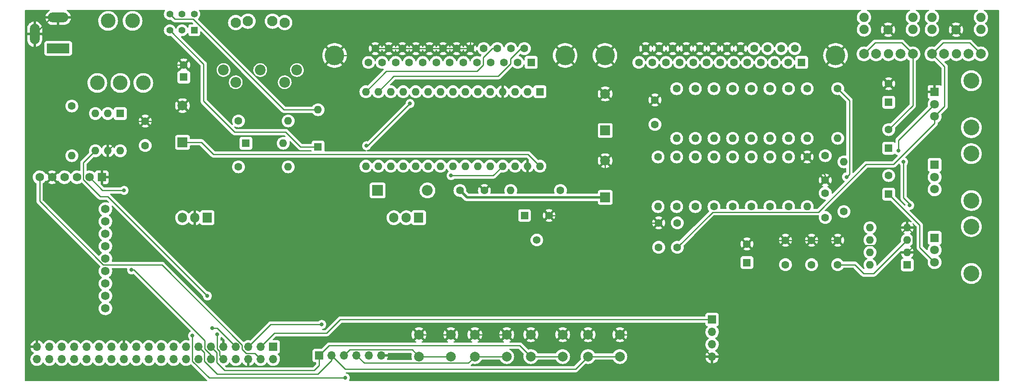
<source format=gbr>
%TF.GenerationSoftware,KiCad,Pcbnew,(6.0.10)*%
%TF.CreationDate,2023-01-11T22:52:11+03:00*%
%TF.ProjectId,my_pcb,6d795f70-6362-42e6-9b69-6361645f7063,rev?*%
%TF.SameCoordinates,Original*%
%TF.FileFunction,Copper,L2,Bot*%
%TF.FilePolarity,Positive*%
%FSLAX46Y46*%
G04 Gerber Fmt 4.6, Leading zero omitted, Abs format (unit mm)*
G04 Created by KiCad (PCBNEW (6.0.10)) date 2023-01-11 22:52:11*
%MOMM*%
%LPD*%
G01*
G04 APERTURE LIST*
%TA.AperFunction,ComponentPad*%
%ADD10R,1.600000X1.600000*%
%TD*%
%TA.AperFunction,ComponentPad*%
%ADD11O,1.600000X1.600000*%
%TD*%
%TA.AperFunction,ComponentPad*%
%ADD12C,2.000000*%
%TD*%
%TA.AperFunction,ComponentPad*%
%ADD13C,1.600000*%
%TD*%
%TA.AperFunction,ComponentPad*%
%ADD14R,1.700000X1.700000*%
%TD*%
%TA.AperFunction,ComponentPad*%
%ADD15O,1.700000X1.700000*%
%TD*%
%TA.AperFunction,ComponentPad*%
%ADD16C,3.240000*%
%TD*%
%TA.AperFunction,ComponentPad*%
%ADD17R,1.800000X1.800000*%
%TD*%
%TA.AperFunction,ComponentPad*%
%ADD18C,1.800000*%
%TD*%
%TA.AperFunction,ComponentPad*%
%ADD19R,2.000000X2.000000*%
%TD*%
%TA.AperFunction,ComponentPad*%
%ADD20R,1.560000X1.560000*%
%TD*%
%TA.AperFunction,ComponentPad*%
%ADD21C,1.560000*%
%TD*%
%TA.AperFunction,ComponentPad*%
%ADD22R,1.905000X2.000000*%
%TD*%
%TA.AperFunction,ComponentPad*%
%ADD23O,1.905000X2.000000*%
%TD*%
%TA.AperFunction,ComponentPad*%
%ADD24C,1.900000*%
%TD*%
%TA.AperFunction,ComponentPad*%
%ADD25C,2.100000*%
%TD*%
%TA.AperFunction,ComponentPad*%
%ADD26C,2.200000*%
%TD*%
%TA.AperFunction,ComponentPad*%
%ADD27C,4.000000*%
%TD*%
%TA.AperFunction,ComponentPad*%
%ADD28R,1.400000X1.400000*%
%TD*%
%TA.AperFunction,ComponentPad*%
%ADD29C,1.400000*%
%TD*%
%TA.AperFunction,ComponentPad*%
%ADD30R,1.750000X1.750000*%
%TD*%
%TA.AperFunction,ComponentPad*%
%ADD31C,1.750000*%
%TD*%
%TA.AperFunction,ComponentPad*%
%ADD32R,2.200000X2.200000*%
%TD*%
%TA.AperFunction,ComponentPad*%
%ADD33O,2.200000X2.200000*%
%TD*%
%TA.AperFunction,ComponentPad*%
%ADD34R,4.600000X2.000000*%
%TD*%
%TA.AperFunction,ComponentPad*%
%ADD35O,4.200000X2.000000*%
%TD*%
%TA.AperFunction,ComponentPad*%
%ADD36O,2.000000X4.200000*%
%TD*%
%TA.AperFunction,ComponentPad*%
%ADD37C,3.000000*%
%TD*%
%TA.AperFunction,ViaPad*%
%ADD38C,0.800000*%
%TD*%
%TA.AperFunction,Conductor*%
%ADD39C,0.250000*%
%TD*%
%TA.AperFunction,Conductor*%
%ADD40C,0.500000*%
%TD*%
G04 APERTURE END LIST*
D10*
%TO.P,U2,1,D1/TX*%
%TO.N,Net-(D3-Pad2)*%
X171970325Y-68936349D03*
D11*
%TO.P,U2,2,D0/RX*%
%TO.N,unconnected-(U1-Pad2)*%
X169430325Y-68936349D03*
%TO.P,U2,3,~{RESET}*%
%TO.N,unconnected-(U1-Pad3)*%
X166890325Y-68936349D03*
%TO.P,U2,4,GND*%
%TO.N,GND*%
X164350325Y-68936349D03*
%TO.P,U2,5,D2*%
%TO.N,/Midi/STROBE*%
X161810325Y-68936349D03*
%TO.P,U2,6,~D3*%
%TO.N,Net-(J1-Pad2)*%
X159270325Y-68936349D03*
%TO.P,U2,7,D4*%
%TO.N,Net-(J1-Pad3)*%
X156730325Y-68936349D03*
%TO.P,U2,8,~D5*%
%TO.N,Net-(J1-Pad4)*%
X154190325Y-68936349D03*
%TO.P,U2,9,~D6*%
%TO.N,Net-(J1-Pad5)*%
X151650325Y-68936349D03*
%TO.P,U2,10,D7*%
%TO.N,Net-(J1-Pad6)*%
X149110325Y-68936349D03*
%TO.P,U2,11,D8*%
%TO.N,Net-(J1-Pad7)*%
X146570325Y-68936349D03*
%TO.P,U2,12,~D9*%
%TO.N,Net-(J1-Pad8)*%
X144030325Y-68936349D03*
%TO.P,U2,13,~D10*%
%TO.N,Net-(J1-Pad9)*%
X141490325Y-68936349D03*
%TO.P,U2,14,~D11*%
%TO.N,Net-(J1-Pad14)*%
X138950325Y-68936349D03*
%TO.P,U2,15,D12*%
%TO.N,Net-(J1-Pad16)*%
X136410325Y-68936349D03*
%TO.P,U2,16,D13*%
%TO.N,/Midi/SELECTPRN*%
X136410325Y-84176349D03*
%TO.P,U2,17,3V3*%
%TO.N,unconnected-(U1-Pad17)*%
X138950325Y-84176349D03*
%TO.P,U2,18,AREF*%
%TO.N,unconnected-(U1-Pad18)*%
X141490325Y-84176349D03*
%TO.P,U2,19,A0/D14*%
%TO.N,unconnected-(U1-Pad19)*%
X144030325Y-84176349D03*
%TO.P,U2,20,A1/D15*%
%TO.N,unconnected-(U1-Pad20)*%
X146570325Y-84176349D03*
%TO.P,U2,21,A2/D16*%
%TO.N,unconnected-(U1-Pad21)*%
X149110325Y-84176349D03*
%TO.P,U2,22,A3/D17*%
%TO.N,unconnected-(U1-Pad22)*%
X151650325Y-84176349D03*
%TO.P,U2,23,A4/D18*%
%TO.N,unconnected-(U1-Pad23)*%
X154190325Y-84176349D03*
%TO.P,U2,24,A5/D19*%
%TO.N,unconnected-(U1-Pad24)*%
X156730325Y-84176349D03*
%TO.P,U2,25,A6/D20*%
%TO.N,unconnected-(U1-Pad25)*%
X159270325Y-84176349D03*
%TO.P,U2,26,A7/D21*%
%TO.N,unconnected-(U1-Pad26)*%
X161810325Y-84176349D03*
%TO.P,U2,27,+5V*%
%TO.N,Net-(R2-Pad2)*%
X164350325Y-84176349D03*
%TO.P,U2,28,~{RESET}*%
%TO.N,unconnected-(U1-Pad28)*%
X166890325Y-84176349D03*
%TO.P,U2,29,GND*%
%TO.N,GND*%
X169430325Y-84176349D03*
%TO.P,U2,30,VIN*%
%TO.N,+9V*%
X171970325Y-84176349D03*
%TD*%
D12*
%TO.P,SW6,1,1*%
%TO.N,GND*%
X176617325Y-118629349D03*
X170117325Y-118629349D03*
%TO.P,SW6,2,2*%
%TO.N,BUTTON_1*%
X176617325Y-123129349D03*
X170117325Y-123129349D03*
%TD*%
D13*
%TO.P,R2,1*%
%TO.N,Net-(D3-Pad1)*%
X110375325Y-84303349D03*
D11*
%TO.P,R2,2*%
%TO.N,Net-(R2-Pad2)*%
X120535325Y-84303349D03*
%TD*%
D13*
%TO.P,R4,1*%
%TO.N,Net-(J10-Pad9)*%
X199910325Y-68301349D03*
D11*
%TO.P,R4,2*%
%TO.N,Net-(R13-Pad2)*%
X199910325Y-78461349D03*
%TD*%
D13*
%TO.P,C15,1*%
%TO.N,VOUT*%
X230263325Y-94677349D03*
%TO.P,C15,2*%
%TO.N,Net-(C15-Pad2)*%
X230263325Y-89677349D03*
%TD*%
D14*
%TO.P,J9,1,Pin_1*%
%TO.N,SDA*%
X207149325Y-115555349D03*
D15*
%TO.P,J9,2,Pin_2*%
%TO.N,SCL*%
X207149325Y-118095349D03*
%TO.P,J9,3,Pin_3*%
%TO.N,+5V*%
X207149325Y-120635349D03*
%TO.P,J9,4,Pin_4*%
%TO.N,GND*%
X207149325Y-123175349D03*
%TD*%
D16*
%TO.P,RV2,*%
%TO.N,*%
X260105325Y-76276349D03*
X260105325Y-66676349D03*
D17*
%TO.P,RV2,1,1*%
%TO.N,GND*%
X252605325Y-68976349D03*
D18*
%TO.P,RV2,2,2*%
%TO.N,Net-(C11-Pad2)*%
X252605325Y-71476349D03*
%TO.P,RV2,3,3*%
%TO.N,Source_audio*%
X252605325Y-73976349D03*
%TD*%
D12*
%TO.P,SW3,1,1*%
%TO.N,GND*%
X153757325Y-118629349D03*
X147257325Y-118629349D03*
%TO.P,SW3,2,2*%
%TO.N,BUTTON_3*%
X147257325Y-123129349D03*
X153757325Y-123129349D03*
%TD*%
D19*
%TO.P,C1,1*%
%TO.N,+9V*%
X98945325Y-79285026D03*
D12*
%TO.P,C1,2*%
%TO.N,GND*%
X98945325Y-71785026D03*
%TD*%
D13*
%TO.P,R16,1*%
%TO.N,Net-(R12-Pad2)*%
X199910325Y-92431349D03*
D11*
%TO.P,R16,2*%
%TO.N,Net-(R13-Pad2)*%
X199910325Y-82271349D03*
%TD*%
D20*
%TO.P,RV3,1,1*%
%TO.N,Net-(R4-Pad2)*%
X168835325Y-94255349D03*
D21*
%TO.P,RV3,2,2*%
X171335325Y-99255349D03*
%TO.P,RV3,3,3*%
%TO.N,GND*%
X173835325Y-94255349D03*
%TD*%
D14*
%TO.P,J8,1,Pin_1*%
%TO.N,BUTTON_1*%
X126885325Y-122911349D03*
D15*
%TO.P,J8,2,Pin_2*%
%TO.N,BUTTON_2*%
X129425325Y-122911349D03*
%TO.P,J8,3,Pin_3*%
%TO.N,BUTTON_3*%
X131965325Y-122911349D03*
%TO.P,J8,4,Pin_4*%
%TO.N,BUTTON_4*%
X134505325Y-122911349D03*
%TO.P,J8,5,Pin_5*%
%TO.N,BUTTON_5*%
X137045325Y-122911349D03*
%TO.P,J8,6,Pin_6*%
%TO.N,GND*%
X139585325Y-122911349D03*
%TD*%
D13*
%TO.P,C12,1*%
%TO.N,Net-(C8-Pad1)*%
X200037325Y-95773349D03*
%TO.P,C12,2*%
%TO.N,Source_audio*%
X200037325Y-100773349D03*
%TD*%
%TO.P,R13,1*%
%TO.N,Net-(J10-Pad3)*%
X222770325Y-68301349D03*
D11*
%TO.P,R13,2*%
%TO.N,Net-(R14-Pad2)*%
X222770325Y-78461349D03*
%TD*%
D13*
%TO.P,R22,1*%
%TO.N,VOUT*%
X234073325Y-93447349D03*
D11*
%TO.P,R22,2*%
%TO.N,Net-(C17-Pad1)*%
X234073325Y-83287349D03*
%TD*%
D13*
%TO.P,R20,1*%
%TO.N,Net-(R16-Pad2)*%
X211340325Y-92431349D03*
D11*
%TO.P,R20,2*%
%TO.N,Net-(R10-Pad2)*%
X211340325Y-82271349D03*
%TD*%
D13*
%TO.P,C17,1*%
%TO.N,GND*%
X227469325Y-99329349D03*
%TO.P,C17,2*%
%TO.N,+5V*%
X227469325Y-104329349D03*
%TD*%
%TO.P,R5,1*%
%TO.N,Net-(J10-Pad5)*%
X215150325Y-68301349D03*
D11*
%TO.P,R5,2*%
%TO.N,Net-(R16-Pad2)*%
X215150325Y-78461349D03*
%TD*%
D13*
%TO.P,C16,1*%
%TO.N,GND*%
X222135325Y-99329349D03*
%TO.P,C16,2*%
%TO.N,+5V*%
X222135325Y-104329349D03*
%TD*%
%TO.P,R17,1*%
%TO.N,Net-(R11-Pad2)*%
X203720325Y-92431349D03*
D11*
%TO.P,R17,2*%
%TO.N,Net-(R12-Pad2)*%
X203720325Y-82271349D03*
%TD*%
D22*
%TO.P,U3,1,VI*%
%TO.N,+12V*%
X104000000Y-94717349D03*
D23*
%TO.P,U3,2,GND*%
%TO.N,GND*%
X101460000Y-94717349D03*
%TO.P,U3,3,VO*%
%TO.N,+9V*%
X98920000Y-94717349D03*
%TD*%
D10*
%TO.P,C18,1*%
%TO.N,Net-(C10-Pad1)*%
X243217325Y-89877953D03*
D13*
%TO.P,C18,2*%
%TO.N,GAIN8*%
X243217325Y-86077953D03*
%TD*%
%TO.P,C5,1*%
%TO.N,+5V*%
X195465325Y-75627349D03*
%TO.P,C5,2*%
%TO.N,GND*%
X195465325Y-70627349D03*
%TD*%
%TO.P,R9,1*%
%TO.N,Net-(J10-Pad8)*%
X203720325Y-68301349D03*
D11*
%TO.P,R9,2*%
%TO.N,Net-(R12-Pad2)*%
X203720325Y-78461349D03*
%TD*%
D13*
%TO.P,R12,1*%
%TO.N,GND*%
X226580325Y-82271349D03*
D11*
%TO.P,R12,2*%
%TO.N,Net-(R14-Pad1)*%
X226580325Y-92431349D03*
%TD*%
D10*
%TO.P,U5,1,GAIN*%
%TO.N,GAIN1*%
X247017325Y-104359349D03*
D11*
%TO.P,U5,2,-*%
%TO.N,GND*%
X247017325Y-101819349D03*
%TO.P,U5,3,+*%
%TO.N,Net-(C11-Pad2)*%
X247017325Y-99279349D03*
%TO.P,U5,4,GND*%
%TO.N,GND*%
X247017325Y-96739349D03*
%TO.P,U5,5*%
%TO.N,VOUT*%
X239397325Y-96739349D03*
%TO.P,U5,6,V+*%
%TO.N,+5V*%
X239397325Y-99279349D03*
%TO.P,U5,7,BYPASS*%
%TO.N,Net-(R22-Pad1)*%
X239397325Y-101819349D03*
%TO.P,U5,8,GAIN*%
%TO.N,GAIN8*%
X239397325Y-104359349D03*
%TD*%
D22*
%TO.P,U4,1,ADJ*%
%TO.N,Net-(R4-Pad2)*%
X147205325Y-94717349D03*
D23*
%TO.P,U4,2,VO*%
%TO.N,+5V*%
X144665325Y-94717349D03*
%TO.P,U4,3,VI*%
%TO.N,+12V*%
X142125325Y-94717349D03*
%TD*%
D13*
%TO.P,R14,1*%
%TO.N,Net-(J10-Pad4)*%
X218960325Y-68301349D03*
D11*
%TO.P,R14,2*%
%TO.N,Net-(R15-Pad2)*%
X218960325Y-78461349D03*
%TD*%
D13*
%TO.P,R3,1*%
%TO.N,Net-(D1-Pad1)*%
X110375325Y-74905349D03*
D11*
%TO.P,R3,2*%
%TO.N,Net-(J2-Pad4)*%
X120535325Y-74905349D03*
%TD*%
D13*
%TO.P,C3,1*%
%TO.N,+3V3*%
X91325325Y-79945349D03*
%TO.P,C3,2*%
%TO.N,GND*%
X91325325Y-74945349D03*
%TD*%
%TO.P,R18,1*%
%TO.N,Net-(R15-Pad2)*%
X215150325Y-92431349D03*
D11*
%TO.P,R18,2*%
%TO.N,Net-(R16-Pad2)*%
X215150325Y-82271349D03*
%TD*%
D24*
%TO.P,J4,*%
%TO.N,*%
X257060325Y-61196349D03*
X262060325Y-53696349D03*
X252060325Y-53696349D03*
X252060325Y-56196349D03*
X262060325Y-56196349D03*
%TO.P,J4,1,S*%
%TO.N,GND*%
X256980325Y-56236349D03*
D12*
%TO.P,J4,2,T*%
%TO.N,Source_audio*%
X262060325Y-61196349D03*
%TO.P,J4,3*%
%TO.N,N/C*%
X259560325Y-61196349D03*
%TO.P,J4,4*%
X254560325Y-61196349D03*
%TO.P,J4,5,R*%
%TO.N,Source_audio*%
X252060325Y-61196349D03*
%TD*%
D13*
%TO.P,C6,1*%
%TO.N,Net-(C17-Pad1)*%
X230263325Y-82017349D03*
%TO.P,C6,2*%
%TO.N,GND*%
X230263325Y-87017349D03*
%TD*%
D10*
%TO.P,C8,1*%
%TO.N,Net-(C16-Pad1)*%
X243217325Y-71081953D03*
D13*
%TO.P,C8,2*%
%TO.N,GND*%
X243217325Y-67281953D03*
%TD*%
%TO.P,C9,1*%
%TO.N,+12V*%
X155627325Y-89129349D03*
%TO.P,C9,2*%
%TO.N,GND*%
X160627325Y-89129349D03*
%TD*%
%TO.P,R23,1*%
%TO.N,Net-(R14-Pad2)*%
X218960325Y-92431349D03*
D11*
%TO.P,R23,2*%
%TO.N,Net-(R15-Pad2)*%
X218960325Y-82271349D03*
%TD*%
D12*
%TO.P,SW5,1,1*%
%TO.N,GND*%
X181801325Y-118629349D03*
X188301325Y-118629349D03*
%TO.P,SW5,2,2*%
%TO.N,BUTTON_2*%
X181801325Y-123129349D03*
X188301325Y-123129349D03*
%TD*%
D16*
%TO.P,RV4,*%
%TO.N,*%
X260105325Y-106121349D03*
X260105325Y-96521349D03*
D17*
%TO.P,RV4,1,1*%
%TO.N,unconnected-(RV2-Pad1)*%
X252605325Y-98821349D03*
D18*
%TO.P,RV4,2,2*%
%TO.N,GAIN1*%
X252605325Y-101321349D03*
%TO.P,RV4,3,3*%
%TO.N,Net-(C10-Pad1)*%
X252605325Y-103821349D03*
%TD*%
D25*
%TO.P,J6,*%
%TO.N,*%
X109820325Y-54791349D03*
X112320325Y-54491349D03*
X117320325Y-54491349D03*
X119820325Y-54791349D03*
D26*
%TO.P,J6,1*%
%TO.N,unconnected-(J2-Pad1)*%
X107320325Y-64491349D03*
%TO.P,J6,2*%
%TO.N,unconnected-(J2-Pad2)*%
X114820325Y-64491349D03*
%TO.P,J6,3*%
%TO.N,unconnected-(J2-Pad3)*%
X122320325Y-64491349D03*
%TO.P,J6,4*%
%TO.N,Net-(J2-Pad4)*%
X109820325Y-66991349D03*
%TO.P,J6,5*%
%TO.N,Net-(D1-Pad2)*%
X119820325Y-66991349D03*
%TD*%
D10*
%TO.P,C2,1*%
%TO.N,+12V*%
X99199325Y-65950462D03*
D13*
%TO.P,C2,2*%
%TO.N,GND*%
X99199325Y-63450462D03*
%TD*%
D16*
%TO.P,RV1,*%
%TO.N,*%
X260105325Y-81598849D03*
X260105325Y-91198849D03*
D17*
%TO.P,RV1,1,1*%
%TO.N,unconnected-(RV4-Pad1)*%
X252605325Y-83898849D03*
D18*
%TO.P,RV1,2,2*%
%TO.N,Net-(C15-Pad2)*%
X252605325Y-86398849D03*
%TO.P,RV1,3,3*%
%TO.N,GAIN1*%
X252605325Y-88898849D03*
%TD*%
D13*
%TO.P,R21,1*%
%TO.N,Net-(R14-Pad1)*%
X222770325Y-92431349D03*
D11*
%TO.P,R21,2*%
%TO.N,Net-(R14-Pad2)*%
X222770325Y-82271349D03*
%TD*%
D10*
%TO.P,C7,1*%
%TO.N,Net-(C17-Pad1)*%
X243217325Y-80479953D03*
D13*
%TO.P,C7,2*%
%TO.N,AMP_audio*%
X243217325Y-76679953D03*
%TD*%
D27*
%TO.P,J2,0,PAD*%
%TO.N,GND*%
X130010325Y-61511680D03*
X177110325Y-61511680D03*
D10*
%TO.P,J2,1,1*%
%TO.N,/Midi/STROBE*%
X170180325Y-62931680D03*
D13*
%TO.P,J2,2,2*%
%TO.N,Net-(J1-Pad2)*%
X167410325Y-62931680D03*
%TO.P,J2,3,3*%
%TO.N,Net-(J1-Pad3)*%
X164640325Y-62931680D03*
%TO.P,J2,4,4*%
%TO.N,Net-(J1-Pad4)*%
X161870325Y-62931680D03*
%TO.P,J2,5,5*%
%TO.N,Net-(J1-Pad5)*%
X159100325Y-62931680D03*
%TO.P,J2,6,6*%
%TO.N,Net-(J1-Pad6)*%
X156330325Y-62931680D03*
%TO.P,J2,7,7*%
%TO.N,Net-(J1-Pad7)*%
X153560325Y-62931680D03*
%TO.P,J2,8,8*%
%TO.N,Net-(J1-Pad8)*%
X150790325Y-62931680D03*
%TO.P,J2,9,9*%
%TO.N,Net-(J1-Pad9)*%
X148020325Y-62931680D03*
%TO.P,J2,10,10*%
%TO.N,unconnected-(J1-Pad10)*%
X145250325Y-62931680D03*
%TO.P,J2,11,11*%
%TO.N,unconnected-(J1-Pad11)*%
X142480325Y-62931680D03*
%TO.P,J2,12,12*%
%TO.N,unconnected-(J1-Pad12)*%
X139710325Y-62931680D03*
%TO.P,J2,13,13*%
%TO.N,unconnected-(J1-Pad13)*%
X136940325Y-62931680D03*
%TO.P,J2,14,P14*%
%TO.N,Net-(J1-Pad14)*%
X168795325Y-60091680D03*
%TO.P,J2,15,P15*%
%TO.N,unconnected-(J1-Pad15)*%
X166025325Y-60091680D03*
%TO.P,J2,16,P16*%
%TO.N,Net-(J1-Pad16)*%
X163255325Y-60091680D03*
%TO.P,J2,17,P17*%
%TO.N,/Midi/SELECTPRN*%
X160485325Y-60091680D03*
%TO.P,J2,18,P18*%
%TO.N,GND*%
X157715325Y-60091680D03*
%TO.P,J2,19,P19*%
X154945325Y-60091680D03*
%TO.P,J2,20,P20*%
X152175325Y-60091680D03*
%TO.P,J2,21,P21*%
X149405325Y-60091680D03*
%TO.P,J2,22,P22*%
X146635325Y-60091680D03*
%TO.P,J2,23,P23*%
X143865325Y-60091680D03*
%TO.P,J2,24,P24*%
X141095325Y-60091680D03*
%TO.P,J2,25,P25*%
X138325325Y-60091680D03*
%TD*%
D12*
%TO.P,SW4,1,1*%
%TO.N,GND*%
X158687325Y-118629349D03*
X165187325Y-118629349D03*
%TO.P,SW4,2,2*%
%TO.N,BUTTON_4*%
X165187325Y-123129349D03*
X158687325Y-123129349D03*
%TD*%
D13*
%TO.P,R1,1*%
%TO.N,+3V3*%
X76339325Y-71857349D03*
D11*
%TO.P,R1,2*%
%TO.N,/Midi/MIDI_RXD*%
X76339325Y-82017349D03*
%TD*%
D27*
%TO.P,J3,0,PAD*%
%TO.N,GND*%
X185255325Y-61511680D03*
X232355325Y-61511680D03*
D10*
%TO.P,J3,1,1*%
%TO.N,unconnected-(J10-Pad1)*%
X225425325Y-62931680D03*
D13*
%TO.P,J3,2,2*%
%TO.N,Net-(J10-Pad2)*%
X222655325Y-62931680D03*
%TO.P,J3,3,3*%
%TO.N,Net-(J10-Pad3)*%
X219885325Y-62931680D03*
%TO.P,J3,4,4*%
%TO.N,Net-(J10-Pad4)*%
X217115325Y-62931680D03*
%TO.P,J3,5,5*%
%TO.N,Net-(J10-Pad5)*%
X214345325Y-62931680D03*
%TO.P,J3,6,6*%
%TO.N,Net-(J10-Pad6)*%
X211575325Y-62931680D03*
%TO.P,J3,7,7*%
%TO.N,Net-(J10-Pad7)*%
X208805325Y-62931680D03*
%TO.P,J3,8,8*%
%TO.N,Net-(J10-Pad8)*%
X206035325Y-62931680D03*
%TO.P,J3,9,9*%
%TO.N,Net-(J10-Pad9)*%
X203265325Y-62931680D03*
%TO.P,J3,10,10*%
%TO.N,unconnected-(J10-Pad10)*%
X200495325Y-62931680D03*
%TO.P,J3,11,11*%
%TO.N,unconnected-(J10-Pad11)*%
X197725325Y-62931680D03*
%TO.P,J3,12,12*%
%TO.N,unconnected-(J10-Pad12)*%
X194955325Y-62931680D03*
%TO.P,J3,13,13*%
%TO.N,unconnected-(J10-Pad13)*%
X192185325Y-62931680D03*
%TO.P,J3,14,P14*%
%TO.N,unconnected-(J10-Pad14)*%
X224040325Y-60091680D03*
%TO.P,J3,15,P15*%
%TO.N,unconnected-(J10-Pad15)*%
X221270325Y-60091680D03*
%TO.P,J3,16,P16*%
%TO.N,unconnected-(J10-Pad16)*%
X218500325Y-60091680D03*
%TO.P,J3,17,P17*%
%TO.N,unconnected-(J10-Pad17)*%
X215730325Y-60091680D03*
%TO.P,J3,18,P18*%
%TO.N,GND*%
X212960325Y-60091680D03*
%TO.P,J3,19,P19*%
X210190325Y-60091680D03*
%TO.P,J3,20,P20*%
X207420325Y-60091680D03*
%TO.P,J3,21,P21*%
X204650325Y-60091680D03*
%TO.P,J3,22,P22*%
X201880325Y-60091680D03*
%TO.P,J3,23,P23*%
X199110325Y-60091680D03*
%TO.P,J3,24,P24*%
X196340325Y-60091680D03*
%TO.P,J3,25,P25*%
X193570325Y-60091680D03*
%TD*%
D28*
%TO.P,SW2,1,A*%
%TO.N,Net-(D1-Pad1)*%
X101352825Y-56348349D03*
D29*
%TO.P,SW2,2,B*%
%TO.N,Net-(SW1-Pad2)*%
X98852825Y-56348349D03*
%TO.P,SW2,3,C*%
%TO.N,Net-(D3-Pad1)*%
X96352825Y-56348349D03*
%TO.P,SW2,4,A*%
%TO.N,Net-(D1-Pad2)*%
X101352825Y-53048349D03*
%TO.P,SW2,5,B*%
%TO.N,Net-(SW1-Pad5)*%
X98852825Y-53048349D03*
%TO.P,SW2,6,C*%
%TO.N,Net-(D3-Pad2)*%
X96352825Y-53048349D03*
%TD*%
D30*
%TO.P,J7,1,Pin_1*%
%TO.N,GND*%
X82447325Y-86439349D03*
D31*
%TO.P,J7,2,Pin_2*%
%TO.N,DAC_BCK*%
X79907325Y-86439349D03*
%TO.P,J7,3,Pin_3*%
%TO.N,DAC_DIN*%
X77367325Y-86439349D03*
%TO.P,J7,4,Pin_4*%
%TO.N,DAC_LCK*%
X74827325Y-86439349D03*
%TO.P,J7,5,Pin_5*%
%TO.N,GND*%
X72287325Y-86439349D03*
%TO.P,J7,6,Pin_6*%
%TO.N,+5V*%
X69747325Y-86439349D03*
%TO.P,J7,7,Pin_7*%
%TO.N,unconnected-(J5-Pad7)*%
X83197325Y-92939349D03*
%TO.P,J7,8,Pin_8*%
%TO.N,unconnected-(J5-Pad8)*%
X83197325Y-95479349D03*
%TO.P,J7,9,Pin_9*%
%TO.N,unconnected-(J5-Pad9)*%
X83197325Y-98019349D03*
%TO.P,J7,10,Pin_10*%
%TO.N,unconnected-(J5-Pad10)*%
X83197325Y-100559349D03*
%TO.P,J7,11,Pin_11*%
%TO.N,unconnected-(J5-Pad11)*%
X83197325Y-103099349D03*
%TO.P,J7,12,Pin_12*%
%TO.N,unconnected-(J5-Pad12)*%
X83197325Y-105639349D03*
%TO.P,J7,13,Pin_13*%
%TO.N,unconnected-(J5-Pad13)*%
X83197325Y-108179349D03*
%TO.P,J7,14,Pin_14*%
%TO.N,unconnected-(J5-Pad14)*%
X83197325Y-110719349D03*
%TO.P,J7,15,Pin_15*%
%TO.N,unconnected-(J5-Pad15)*%
X83197325Y-113259349D03*
%TD*%
D32*
%TO.P,D3,1,K*%
%TO.N,+12V*%
X138823325Y-89129349D03*
D33*
%TO.P,D3,2,A*%
%TO.N,+5V*%
X148983325Y-89129349D03*
%TD*%
D24*
%TO.P,J5,*%
%TO.N,*%
X243170325Y-61196349D03*
X248170325Y-53696349D03*
X248170325Y-56196349D03*
X238170325Y-56196349D03*
X238170325Y-53696349D03*
%TO.P,J5,1,S*%
%TO.N,GND*%
X243090325Y-56236349D03*
D12*
%TO.P,J5,2,T*%
%TO.N,AMP_audio*%
X248170325Y-61196349D03*
%TO.P,J5,3*%
%TO.N,N/C*%
X245670325Y-61196349D03*
%TO.P,J5,4*%
X240670325Y-61196349D03*
%TO.P,J5,5,R*%
%TO.N,AMP_audio*%
X238170325Y-61196349D03*
%TD*%
D13*
%TO.P,R10,1*%
%TO.N,Net-(R22-Pad1)*%
X232803325Y-68301349D03*
D11*
%TO.P,R10,2*%
%TO.N,Net-(C16-Pad1)*%
X232803325Y-78461349D03*
%TD*%
D10*
%TO.P,D2,1,K*%
%TO.N,Net-(D3-Pad1)*%
X126631325Y-80239349D03*
D11*
%TO.P,D2,2,A*%
%TO.N,Net-(D3-Pad2)*%
X126631325Y-72619349D03*
%TD*%
D10*
%TO.P,C13,1*%
%TO.N,+5V*%
X214261325Y-103886000D03*
D13*
%TO.P,C13,2*%
%TO.N,GND*%
X214261325Y-100086000D03*
%TD*%
D34*
%TO.P,J1,1*%
%TO.N,/Midi/POWER*%
X73545325Y-60046349D03*
D35*
%TO.P,J1,2*%
%TO.N,GND*%
X73545325Y-53746349D03*
D36*
%TO.P,J1,MP,MountPin*%
X68745325Y-57146349D03*
%TD*%
D13*
%TO.P,R19,1*%
%TO.N,Net-(R10-Pad2)*%
X207530325Y-92431349D03*
D11*
%TO.P,R19,2*%
%TO.N,Net-(R11-Pad2)*%
X207530325Y-82271349D03*
%TD*%
D13*
%TO.P,R8,1*%
%TO.N,Net-(R13-Pad2)*%
X196100325Y-82271349D03*
D11*
%TO.P,R8,2*%
%TO.N,Net-(C8-Pad1)*%
X196100325Y-92431349D03*
%TD*%
D13*
%TO.P,R15,1*%
%TO.N,+5V*%
X176161325Y-89129349D03*
D11*
%TO.P,R15,2*%
%TO.N,Net-(R4-Pad2)*%
X166001325Y-89129349D03*
%TD*%
D13*
%TO.P,C14,1*%
%TO.N,GND*%
X232803325Y-99329349D03*
%TO.P,C14,2*%
%TO.N,Net-(C11-Pad2)*%
X232803325Y-104329349D03*
%TD*%
%TO.P,R7,1*%
%TO.N,Net-(J10-Pad7)*%
X207530325Y-68301349D03*
D11*
%TO.P,R7,2*%
%TO.N,Net-(R11-Pad2)*%
X207530325Y-78461349D03*
%TD*%
D13*
%TO.P,R11,1*%
%TO.N,Net-(J10-Pad2)*%
X226580325Y-68301349D03*
D11*
%TO.P,R11,2*%
%TO.N,Net-(R14-Pad1)*%
X226580325Y-78461349D03*
%TD*%
D13*
%TO.P,C11,1*%
%TO.N,Net-(C8-Pad1)*%
X196227325Y-100773349D03*
%TO.P,C11,2*%
%TO.N,GND*%
X196227325Y-95773349D03*
%TD*%
D19*
%TO.P,C4,1*%
%TO.N,+5V*%
X185305325Y-76866703D03*
D12*
%TO.P,C4,2*%
%TO.N,GND*%
X185305325Y-69366703D03*
%TD*%
D10*
%TO.P,U1,1*%
%TO.N,Net-(SW1-Pad2)*%
X86230325Y-73391349D03*
D11*
%TO.P,U1,2*%
%TO.N,Net-(SW1-Pad5)*%
X83690325Y-73391349D03*
%TO.P,U1,3*%
%TO.N,unconnected-(U2-Pad3)*%
X81150325Y-73391349D03*
%TO.P,U1,4*%
%TO.N,/Midi/MIDI_RXD*%
X81150325Y-81011349D03*
%TO.P,U1,5*%
%TO.N,GND*%
X83690325Y-81011349D03*
%TO.P,U1,6*%
%TO.N,+3V3*%
X86230325Y-81011349D03*
%TD*%
D19*
%TO.P,C10,1*%
%TO.N,+12V*%
X185305325Y-90550765D03*
D12*
%TO.P,C10,2*%
%TO.N,GND*%
X185305325Y-83050765D03*
%TD*%
D14*
%TO.P,Pi1,1,3V3*%
%TO.N,unconnected-(Pi1-Pad1)*%
X117482325Y-121128349D03*
D15*
%TO.P,Pi1,2,5V*%
%TO.N,+5V*%
X117482325Y-123668349D03*
%TO.P,Pi1,3,SDA/GPIO2*%
%TO.N,SDA*%
X114942325Y-121128349D03*
%TO.P,Pi1,4,5V*%
%TO.N,+5V*%
X114942325Y-123668349D03*
%TO.P,Pi1,5,SCL/GPIO3*%
%TO.N,SCL*%
X112402325Y-121128349D03*
%TO.P,Pi1,6,GND*%
%TO.N,GND*%
X112402325Y-123668349D03*
%TO.P,Pi1,7,GCLK0/GPIO4*%
%TO.N,BUTTON_5*%
X109862325Y-121128349D03*
%TO.P,Pi1,8,GPIO14/TXD*%
%TO.N,unconnected-(Pi1-Pad8)*%
X109862325Y-123668349D03*
%TO.P,Pi1,9,GND*%
%TO.N,GND*%
X107322325Y-121128349D03*
%TO.P,Pi1,10,GPIO15/RXD*%
%TO.N,/Midi/MIDI_RXD*%
X107322325Y-123668349D03*
%TO.P,Pi1,11,GPIO17*%
%TO.N,BUTTON_1*%
X104782325Y-121128349D03*
%TO.P,Pi1,12,GPIO18/PWM0*%
%TO.N,DAC_BCK*%
X104782325Y-123668349D03*
%TO.P,Pi1,13,GPIO27*%
%TO.N,BUTTON_2*%
X102242325Y-121128349D03*
%TO.P,Pi1,14,GND*%
%TO.N,GND*%
X102242325Y-123668349D03*
%TO.P,Pi1,15,GPIO22*%
%TO.N,BUTTON_3*%
X99702325Y-121128349D03*
%TO.P,Pi1,16,GPIO23*%
%TO.N,BUTTON_4*%
X99702325Y-123668349D03*
%TO.P,Pi1,17,3V3*%
%TO.N,+3V3*%
X97162325Y-121128349D03*
%TO.P,Pi1,18,GPIO24*%
%TO.N,unconnected-(Pi1-Pad18)*%
X97162325Y-123668349D03*
%TO.P,Pi1,19,MOSI0/GPIO10*%
%TO.N,unconnected-(Pi1-Pad19)*%
X94622325Y-121128349D03*
%TO.P,Pi1,20,GND*%
%TO.N,unconnected-(Pi1-Pad20)*%
X94622325Y-123668349D03*
%TO.P,Pi1,21,MISO0/GPIO9*%
%TO.N,unconnected-(Pi1-Pad21)*%
X92082325Y-121128349D03*
%TO.P,Pi1,22,GPIO25*%
%TO.N,unconnected-(Pi1-Pad22)*%
X92082325Y-123668349D03*
%TO.P,Pi1,23,SCLK0/GPIO11*%
%TO.N,unconnected-(Pi1-Pad23)*%
X89542325Y-121128349D03*
%TO.P,Pi1,24,~{CE0}/GPIO8*%
%TO.N,unconnected-(Pi1-Pad24)*%
X89542325Y-123668349D03*
%TO.P,Pi1,25,GND*%
%TO.N,GND*%
X87002325Y-121128349D03*
%TO.P,Pi1,26,~{CE1}/GPIO7*%
%TO.N,unconnected-(Pi1-Pad26)*%
X87002325Y-123668349D03*
%TO.P,Pi1,27,ID_SD/GPIO0*%
%TO.N,unconnected-(Pi1-Pad27)*%
X84462325Y-121128349D03*
%TO.P,Pi1,28,ID_SC/GPIO1*%
%TO.N,unconnected-(Pi1-Pad28)*%
X84462325Y-123668349D03*
%TO.P,Pi1,29,GCLK1/GPIO5*%
%TO.N,unconnected-(Pi1-Pad29)*%
X81922325Y-121128349D03*
%TO.P,Pi1,30,GND*%
%TO.N,unconnected-(Pi1-Pad30)*%
X81922325Y-123668349D03*
%TO.P,Pi1,31,GCLK2/GPIO6*%
%TO.N,unconnected-(Pi1-Pad31)*%
X79382325Y-121128349D03*
%TO.P,Pi1,32,PWM0/GPIO12*%
%TO.N,unconnected-(Pi1-Pad32)*%
X79382325Y-123668349D03*
%TO.P,Pi1,33,PWM1/GPIO13*%
%TO.N,unconnected-(Pi1-Pad33)*%
X76842325Y-121128349D03*
%TO.P,Pi1,34,GND*%
%TO.N,unconnected-(Pi1-Pad34)*%
X76842325Y-123668349D03*
%TO.P,Pi1,35,GPIO19/MISO1*%
%TO.N,DAC_LCK*%
X74302325Y-121128349D03*
%TO.P,Pi1,36,GPIO16*%
%TO.N,unconnected-(Pi1-Pad36)*%
X74302325Y-123668349D03*
%TO.P,Pi1,37,GPIO26*%
%TO.N,unconnected-(Pi1-Pad37)*%
X71762325Y-121128349D03*
%TO.P,Pi1,38,GPIO20/MOSI1*%
%TO.N,unconnected-(Pi1-Pad38)*%
X71762325Y-123668349D03*
%TO.P,Pi1,39,GND*%
%TO.N,GND*%
X69222325Y-121128349D03*
%TO.P,Pi1,40,GPIO21/SCLK1*%
%TO.N,DAC_DIN*%
X69222325Y-123668349D03*
%TD*%
D13*
%TO.P,R6,1*%
%TO.N,Net-(J10-Pad6)*%
X211340325Y-68301349D03*
D11*
%TO.P,R6,2*%
%TO.N,Net-(R10-Pad2)*%
X211340325Y-78461349D03*
%TD*%
D37*
%TO.P,SW1,*%
%TO.N,*%
X88745325Y-54435349D03*
X83745325Y-54435349D03*
%TO.P,SW1,1,A*%
%TO.N,+12V*%
X90945325Y-67135349D03*
%TO.P,SW1,2,B*%
%TO.N,/Midi/POWER*%
X86245325Y-67135349D03*
%TO.P,SW1,3,C*%
%TO.N,unconnected-(SW2-Pad3)*%
X81545325Y-67135349D03*
%TD*%
D10*
%TO.P,D1,1,K*%
%TO.N,Net-(D1-Pad1)*%
X111899325Y-79477349D03*
D11*
%TO.P,D1,2,A*%
%TO.N,Net-(D1-Pad2)*%
X119519325Y-79477349D03*
%TD*%
D38*
%TO.N,Net-(C11-Pad2)*%
X246265325Y-83287349D03*
X247535325Y-92177349D03*
X245249325Y-81001349D03*
%TO.N,/Midi/SELECTPRN*%
X136537325Y-79985349D03*
X145427325Y-71349349D03*
%TO.N,SCL*%
X127393325Y-116561349D03*
%TO.N,DAC_BCK*%
X88531325Y-105385349D03*
X87007325Y-89129349D03*
%TO.N,BUTTON_5*%
X105041325Y-117323349D03*
X132219325Y-127483349D03*
X100977325Y-118847349D03*
%TO.N,/Midi/MIDI_RXD*%
X104025325Y-110719349D03*
X106057325Y-118593349D03*
%TO.N,Net-(R2-Pad2)*%
X153809325Y-86081349D03*
%TO.N,Net-(R22-Pad1)*%
X234605624Y-86359648D03*
%TD*%
D39*
%TO.N,+9V*%
X169557325Y-81763349D02*
X105295325Y-81763349D01*
X102817002Y-79285026D02*
X98945325Y-79285026D01*
X171970325Y-84176349D02*
X169557325Y-81763349D01*
X105295325Y-81763349D02*
X102817002Y-79285026D01*
%TO.N,GND*%
X136905325Y-61511680D02*
X138325325Y-60091680D01*
X72145325Y-53746349D02*
X68745325Y-57146349D01*
X77024325Y-53746349D02*
X86728438Y-63450462D01*
X158381325Y-58141349D02*
X157715325Y-58807349D01*
X153757325Y-118629349D02*
X147257325Y-118629349D01*
X86728438Y-63450462D02*
X99199325Y-63450462D01*
X173835325Y-94255349D02*
X184250741Y-94255349D01*
X194449325Y-120371349D02*
X204345325Y-120371349D01*
X97421325Y-70261026D02*
X98945325Y-71785026D01*
X222135325Y-99329349D02*
X215017976Y-99329349D01*
X192707325Y-118629349D02*
X194449325Y-120371349D01*
X233878325Y-100404349D02*
X243352325Y-100404349D01*
X83690325Y-81011349D02*
X89756325Y-74945349D01*
X215017976Y-99329349D02*
X214261325Y-100086000D01*
X185305325Y-69366703D02*
X187083325Y-71144703D01*
X243352325Y-100404349D02*
X247017325Y-96739349D01*
X99199325Y-63450462D02*
X97421325Y-65228462D01*
X91325325Y-74945349D02*
X95785002Y-74945349D01*
X157715325Y-58807349D02*
X157715325Y-60091680D01*
X143865325Y-60091680D02*
X146635325Y-60091680D01*
X97421325Y-65228462D02*
X97421325Y-70261026D01*
X187083325Y-81272765D02*
X185305325Y-83050765D01*
X201746325Y-101898349D02*
X201307325Y-102337349D01*
X141095325Y-60091680D02*
X143865325Y-60091680D01*
X214261325Y-100086000D02*
X212448976Y-101898349D01*
X130010325Y-61511680D02*
X136905325Y-61511680D01*
X230263325Y-85954349D02*
X230263325Y-87017349D01*
X173739994Y-58141349D02*
X158381325Y-58141349D01*
X248142325Y-100694349D02*
X248142325Y-97864349D01*
X184250741Y-94255349D02*
X185768741Y-95773349D01*
X95785002Y-74945349D02*
X98945325Y-71785026D01*
X146635325Y-60091680D02*
X149405325Y-60091680D01*
X194703325Y-102337349D02*
X194449325Y-102083349D01*
X248142325Y-97864349D02*
X247017325Y-96739349D01*
X188301325Y-118629349D02*
X192707325Y-118629349D01*
X232803325Y-99329349D02*
X233878325Y-100404349D01*
X185305325Y-84851349D02*
X196227325Y-95773349D01*
X247017325Y-101819349D02*
X248142325Y-100694349D01*
X165187325Y-118629349D02*
X158687325Y-118629349D01*
X73545325Y-53746349D02*
X72145325Y-53746349D01*
X138325325Y-60091680D02*
X141095325Y-60091680D01*
X222135325Y-99329349D02*
X227469325Y-99329349D01*
X194449325Y-102083349D02*
X194449325Y-97551349D01*
X185768741Y-95773349D02*
X196227325Y-95773349D01*
X149405325Y-60091680D02*
X152175325Y-60091680D01*
X194449325Y-97551349D02*
X196227325Y-95773349D01*
X177110325Y-61511680D02*
X173739994Y-58141349D01*
X204345325Y-120371349D02*
X207149325Y-123175349D01*
X227469325Y-99329349D02*
X232803325Y-99329349D01*
X154945325Y-60091680D02*
X157715325Y-60091680D01*
X185305325Y-83050765D02*
X185305325Y-84851349D01*
X89756325Y-74945349D02*
X91325325Y-74945349D01*
X226580325Y-82271349D02*
X230263325Y-85954349D01*
X212448976Y-101898349D02*
X201746325Y-101898349D01*
X73545325Y-53746349D02*
X77024325Y-53746349D01*
X187083325Y-71144703D02*
X187083325Y-81272765D01*
X201307325Y-102337349D02*
X194703325Y-102337349D01*
X152175325Y-60091680D02*
X154945325Y-60091680D01*
D40*
%TO.N,+12V*%
X157048741Y-90550765D02*
X155627325Y-89129349D01*
X185305325Y-90550765D02*
X157048741Y-90550765D01*
D39*
%TO.N,+5V*%
X69747325Y-91346406D02*
X82770268Y-104369349D01*
X111989325Y-122493349D02*
X113767325Y-122493349D01*
X111137325Y-120741648D02*
X111137325Y-121641349D01*
X113767325Y-122493349D02*
X114942325Y-123668349D01*
X69747325Y-86439349D02*
X69747325Y-91346406D01*
X82770268Y-104369349D02*
X94765026Y-104369349D01*
X94765026Y-104369349D02*
X111137325Y-120741648D01*
X111137325Y-121641349D02*
X111989325Y-122493349D01*
%TO.N,Source_audio*%
X228884325Y-93556349D02*
X238645325Y-83795349D01*
X252060325Y-61196349D02*
X254353325Y-58903349D01*
X252060325Y-61196349D02*
X254647325Y-63783349D01*
X259767325Y-58903349D02*
X262060325Y-61196349D01*
X254647325Y-71934349D02*
X252605325Y-73976349D01*
X207254325Y-93556349D02*
X228884325Y-93556349D01*
X244233325Y-83795349D02*
X252605325Y-75423349D01*
X238645325Y-83795349D02*
X244233325Y-83795349D01*
X254647325Y-63783349D02*
X254647325Y-71934349D01*
X200037325Y-100773349D02*
X207254325Y-93556349D01*
X254353325Y-58903349D02*
X259767325Y-58903349D01*
X252605325Y-75423349D02*
X252605325Y-73976349D01*
%TO.N,Net-(C10-Pad1)*%
X243217325Y-89877953D02*
X249567325Y-96227953D01*
X249567325Y-96227953D02*
X249567325Y-100783349D01*
X249567325Y-100783349D02*
X252605325Y-103821349D01*
%TO.N,Net-(C11-Pad2)*%
X247535325Y-91923349D02*
X247535325Y-92177349D01*
X252605325Y-71476349D02*
X245249325Y-78832349D01*
X238137325Y-106147349D02*
X236319325Y-104329349D01*
X247281325Y-91669349D02*
X247535325Y-91923349D01*
X245249325Y-78832349D02*
X245249325Y-81001349D01*
X246265325Y-90653349D02*
X247281325Y-91669349D01*
X240149325Y-106147349D02*
X238137325Y-106147349D01*
X246265325Y-83287349D02*
X246265325Y-90653349D01*
X236319325Y-104329349D02*
X232803325Y-104329349D01*
X247017325Y-99279349D02*
X240149325Y-106147349D01*
%TO.N,AMP_audio*%
X248170325Y-71726953D02*
X243217325Y-76679953D01*
X240463325Y-58903349D02*
X245877325Y-58903349D01*
X238170325Y-61196349D02*
X240463325Y-58903349D01*
X248170325Y-61196349D02*
X248170325Y-71726953D01*
X245877325Y-58903349D02*
X248170325Y-61196349D01*
%TO.N,Net-(J1-Pad14)*%
X142125325Y-65761349D02*
X163461325Y-65761349D01*
X166001325Y-62205349D02*
X168114994Y-60091680D01*
X168114994Y-60091680D02*
X168795325Y-60091680D01*
X138950325Y-68936349D02*
X142125325Y-65761349D01*
X166001325Y-63221349D02*
X166001325Y-62205349D01*
X163461325Y-65761349D02*
X166001325Y-63221349D01*
%TO.N,Net-(J1-Pad16)*%
X160413325Y-61951349D02*
X162272994Y-60091680D01*
X159143325Y-64745349D02*
X160413325Y-63475349D01*
X160413325Y-63475349D02*
X160413325Y-61951349D01*
X162272994Y-60091680D02*
X163255325Y-60091680D01*
X140601325Y-64745349D02*
X159143325Y-64745349D01*
X136410325Y-68936349D02*
X140601325Y-64745349D01*
%TO.N,/Midi/SELECTPRN*%
X136791325Y-79985349D02*
X136537325Y-79985349D01*
X145427325Y-71349349D02*
X136791325Y-79985349D01*
%TO.N,SDA*%
X117731325Y-118339349D02*
X114942325Y-121128349D01*
X131193325Y-115555349D02*
X128409325Y-118339349D01*
X207149325Y-115555349D02*
X131193325Y-115555349D01*
X128409325Y-118339349D02*
X117731325Y-118339349D01*
%TO.N,SCL*%
X127393325Y-116561349D02*
X116969325Y-116561349D01*
X116969325Y-116561349D02*
X112402325Y-121128349D01*
%TO.N,DAC_BCK*%
X103517325Y-119863349D02*
X89293325Y-105639349D01*
X103517325Y-121525050D02*
X103517325Y-119863349D01*
X82597325Y-89129349D02*
X79907325Y-86439349D01*
X89293325Y-105639349D02*
X89039325Y-105385349D01*
X87007325Y-89129349D02*
X82597325Y-89129349D01*
X89039325Y-105385349D02*
X88531325Y-105385349D01*
X104782325Y-122790050D02*
X103517325Y-121525050D01*
X104782325Y-123668349D02*
X104782325Y-122790050D01*
%TO.N,BUTTON_1*%
X125869325Y-125959349D02*
X107581325Y-125959349D01*
X105957325Y-124335349D02*
X105957325Y-122303349D01*
X167867325Y-120879349D02*
X170117325Y-123129349D01*
X176617325Y-123129349D02*
X170117325Y-123129349D01*
X107581325Y-125959349D02*
X105957325Y-124335349D01*
X128917325Y-120879349D02*
X167867325Y-120879349D01*
X126885325Y-122911349D02*
X128917325Y-120879349D01*
X105957325Y-122303349D02*
X104782325Y-121128349D01*
X126885325Y-122911349D02*
X126885325Y-124943349D01*
X126885325Y-124943349D02*
X125869325Y-125959349D01*
%TO.N,BUTTON_2*%
X103417325Y-122303349D02*
X102242325Y-121128349D01*
X129425325Y-123927349D02*
X126631325Y-126721349D01*
X129425325Y-122911349D02*
X129425325Y-123927349D01*
X188301325Y-123129349D02*
X181801325Y-123129349D01*
X126631325Y-126721349D02*
X106057325Y-126721349D01*
X179225325Y-125705349D02*
X181801325Y-123129349D01*
X106057325Y-126721349D02*
X103417325Y-124081349D01*
X103417325Y-124081349D02*
X103417325Y-122303349D01*
X132219325Y-125705349D02*
X179225325Y-125705349D01*
X129425325Y-122911349D02*
X132219325Y-125705349D01*
%TO.N,BUTTON_3*%
X145864325Y-121736349D02*
X147257325Y-123129349D01*
X153757325Y-123129349D02*
X147257325Y-123129349D01*
X131965325Y-122911349D02*
X133140325Y-121736349D01*
X133140325Y-121736349D02*
X145864325Y-121736349D01*
%TO.N,BUTTON_4*%
X134505325Y-122911349D02*
X136048325Y-124454349D01*
X157362325Y-124454349D02*
X158687325Y-123129349D01*
X165187325Y-123129349D02*
X158687325Y-123129349D01*
X136048325Y-124454349D02*
X157362325Y-124454349D01*
%TO.N,BUTTON_5*%
X100977325Y-124065050D02*
X100977325Y-118847349D01*
X105041325Y-117323349D02*
X106057325Y-117323349D01*
X106057325Y-117323349D02*
X109862325Y-121128349D01*
X104395624Y-127483349D02*
X100977325Y-124065050D01*
X132219325Y-127483349D02*
X104395624Y-127483349D01*
%TO.N,/Midi/MIDI_RXD*%
X82170268Y-90399349D02*
X83705325Y-90399349D01*
X83705325Y-90399349D02*
X104025325Y-110719349D01*
X78707325Y-83454349D02*
X78707325Y-86936406D01*
X106565325Y-122911349D02*
X107322325Y-123668349D01*
X106057325Y-121525050D02*
X106565325Y-122033050D01*
X106057325Y-118593349D02*
X106057325Y-121525050D01*
X81150325Y-81011349D02*
X78707325Y-83454349D01*
X106565325Y-122033050D02*
X106565325Y-122911349D01*
X78707325Y-86936406D02*
X82170268Y-90399349D01*
%TO.N,Net-(R2-Pad2)*%
X153809325Y-86081349D02*
X162445325Y-86081349D01*
X162445325Y-86081349D02*
X164350325Y-84176349D01*
%TO.N,Net-(R22-Pad1)*%
X235198325Y-85766947D02*
X235198325Y-70696349D01*
X235198325Y-70696349D02*
X232803325Y-68301349D01*
X234605624Y-86359648D02*
X235198325Y-85766947D01*
%TO.N,Net-(D3-Pad1)*%
X109613325Y-77191349D02*
X120027325Y-77191349D01*
X123075325Y-80239349D02*
X126631325Y-80239349D01*
X96352825Y-56348349D02*
X103263325Y-63258849D01*
X103263325Y-63258849D02*
X103263325Y-70841349D01*
X120027325Y-77191349D02*
X123075325Y-80239349D01*
X103263325Y-70841349D02*
X109613325Y-77191349D01*
%TO.N,Net-(D3-Pad2)*%
X126631325Y-72619349D02*
X119673825Y-72619349D01*
X119673825Y-72619349D02*
X101127825Y-54073349D01*
X101127825Y-54073349D02*
X97377825Y-54073349D01*
X97377825Y-54073349D02*
X96352825Y-53048349D01*
%TD*%
%TA.AperFunction,Conductor*%
%TO.N,GND*%
G36*
X71772180Y-52179851D02*
G01*
X71818673Y-52233507D01*
X71828777Y-52303781D01*
X71799283Y-52368361D01*
X71753289Y-52401833D01*
X71749068Y-52403625D01*
X71740118Y-52408304D01*
X71543338Y-52532223D01*
X71535265Y-52538263D01*
X71360825Y-52692052D01*
X71353821Y-52699305D01*
X71206215Y-52879003D01*
X71200459Y-52887285D01*
X71083484Y-53088268D01*
X71079122Y-53097373D01*
X70995788Y-53314464D01*
X70992937Y-53324153D01*
X70961504Y-53474613D01*
X70962627Y-53488674D01*
X70972735Y-53492349D01*
X76115915Y-53492349D01*
X76130001Y-53488213D01*
X76132050Y-53475235D01*
X76130000Y-53457519D01*
X76128040Y-53447622D01*
X76064721Y-53223855D01*
X76061209Y-53214411D01*
X75962926Y-53003644D01*
X75957947Y-52994878D01*
X75827238Y-52802547D01*
X75820906Y-52794672D01*
X75661139Y-52625723D01*
X75653630Y-52618962D01*
X75468899Y-52477724D01*
X75460420Y-52472260D01*
X75319861Y-52396893D01*
X75269278Y-52347075D01*
X75253658Y-52277818D01*
X75277962Y-52211110D01*
X75334472Y-52168132D01*
X75379402Y-52159849D01*
X95257610Y-52159849D01*
X95325731Y-52179851D01*
X95372224Y-52233507D01*
X95382328Y-52303781D01*
X95360825Y-52358117D01*
X95302236Y-52441791D01*
X95299915Y-52446769D01*
X95299913Y-52446772D01*
X95260067Y-52532223D01*
X95212869Y-52633439D01*
X95211447Y-52638747D01*
X95211446Y-52638749D01*
X95166164Y-52807745D01*
X95158139Y-52837694D01*
X95139709Y-53048349D01*
X95158139Y-53259004D01*
X95159563Y-53264317D01*
X95159563Y-53264319D01*
X95200513Y-53417144D01*
X95212869Y-53463259D01*
X95215191Y-53468240D01*
X95215192Y-53468241D01*
X95293333Y-53635814D01*
X95302236Y-53654907D01*
X95423524Y-53828125D01*
X95573049Y-53977650D01*
X95746267Y-54098938D01*
X95751245Y-54101259D01*
X95751248Y-54101261D01*
X95932933Y-54185982D01*
X95937915Y-54188305D01*
X95943223Y-54189727D01*
X95943225Y-54189728D01*
X96136855Y-54241611D01*
X96136857Y-54241611D01*
X96142170Y-54243035D01*
X96352825Y-54261465D01*
X96358300Y-54260986D01*
X96558009Y-54243514D01*
X96558013Y-54243513D01*
X96563480Y-54243035D01*
X96568786Y-54241613D01*
X96573386Y-54240802D01*
X96643946Y-54248670D01*
X96684363Y-54275792D01*
X96874173Y-54465602D01*
X96881713Y-54473888D01*
X96885825Y-54480367D01*
X96891602Y-54485792D01*
X96935476Y-54526992D01*
X96938318Y-54529747D01*
X96958055Y-54549484D01*
X96961252Y-54551964D01*
X96970272Y-54559667D01*
X97002504Y-54589935D01*
X97009450Y-54593754D01*
X97009453Y-54593756D01*
X97020259Y-54599697D01*
X97036778Y-54610548D01*
X97052784Y-54622963D01*
X97060053Y-54626108D01*
X97060057Y-54626111D01*
X97093362Y-54640523D01*
X97104012Y-54645740D01*
X97142765Y-54667044D01*
X97150440Y-54669015D01*
X97150441Y-54669015D01*
X97162387Y-54672082D01*
X97181092Y-54678486D01*
X97199680Y-54686530D01*
X97207503Y-54687769D01*
X97207513Y-54687772D01*
X97243349Y-54693448D01*
X97254969Y-54695854D01*
X97290114Y-54704877D01*
X97297795Y-54706849D01*
X97318049Y-54706849D01*
X97337759Y-54708400D01*
X97357768Y-54711569D01*
X97365660Y-54710823D01*
X97401786Y-54707408D01*
X97413644Y-54706849D01*
X100813231Y-54706849D01*
X100881352Y-54726851D01*
X100902326Y-54743754D01*
X101083326Y-54924754D01*
X101117352Y-54987066D01*
X101112287Y-55057881D01*
X101069740Y-55114717D01*
X101003220Y-55139528D01*
X100994231Y-55139849D01*
X100604691Y-55139849D01*
X100542509Y-55146604D01*
X100406120Y-55197734D01*
X100289564Y-55285088D01*
X100202210Y-55401644D01*
X100151080Y-55538033D01*
X100144325Y-55600215D01*
X100144325Y-55690076D01*
X100124323Y-55758197D01*
X100070667Y-55804690D01*
X100000393Y-55814794D01*
X99935813Y-55785300D01*
X99909772Y-55750805D01*
X99908492Y-55751544D01*
X99905737Y-55746772D01*
X99903414Y-55741791D01*
X99782126Y-55568573D01*
X99632601Y-55419048D01*
X99459383Y-55297760D01*
X99454405Y-55295439D01*
X99454402Y-55295437D01*
X99272717Y-55210716D01*
X99272716Y-55210715D01*
X99267735Y-55208393D01*
X99262427Y-55206971D01*
X99262425Y-55206970D01*
X99068795Y-55155087D01*
X99068793Y-55155087D01*
X99063480Y-55153663D01*
X98852825Y-55135233D01*
X98642170Y-55153663D01*
X98636857Y-55155087D01*
X98636855Y-55155087D01*
X98443225Y-55206970D01*
X98443223Y-55206971D01*
X98437915Y-55208393D01*
X98432934Y-55210715D01*
X98432933Y-55210716D01*
X98251248Y-55295437D01*
X98251245Y-55295439D01*
X98246267Y-55297760D01*
X98073049Y-55419048D01*
X97923524Y-55568573D01*
X97802236Y-55741791D01*
X97799915Y-55746769D01*
X97799913Y-55746772D01*
X97717020Y-55924537D01*
X97670103Y-55977822D01*
X97601825Y-55997283D01*
X97533865Y-55976741D01*
X97488630Y-55924537D01*
X97405737Y-55746772D01*
X97405735Y-55746769D01*
X97403414Y-55741791D01*
X97282126Y-55568573D01*
X97132601Y-55419048D01*
X96959383Y-55297760D01*
X96954405Y-55295439D01*
X96954402Y-55295437D01*
X96772717Y-55210716D01*
X96772716Y-55210715D01*
X96767735Y-55208393D01*
X96762427Y-55206971D01*
X96762425Y-55206970D01*
X96568795Y-55155087D01*
X96568793Y-55155087D01*
X96563480Y-55153663D01*
X96352825Y-55135233D01*
X96142170Y-55153663D01*
X96136857Y-55155087D01*
X96136855Y-55155087D01*
X95943225Y-55206970D01*
X95943223Y-55206971D01*
X95937915Y-55208393D01*
X95932934Y-55210715D01*
X95932933Y-55210716D01*
X95751248Y-55295437D01*
X95751245Y-55295439D01*
X95746267Y-55297760D01*
X95573049Y-55419048D01*
X95423524Y-55568573D01*
X95302236Y-55741791D01*
X95299915Y-55746769D01*
X95299913Y-55746772D01*
X95217020Y-55924537D01*
X95212869Y-55933439D01*
X95211447Y-55938747D01*
X95211446Y-55938749D01*
X95200578Y-55979309D01*
X95158139Y-56137694D01*
X95139709Y-56348349D01*
X95158139Y-56559004D01*
X95159563Y-56564317D01*
X95159563Y-56564319D01*
X95205324Y-56735099D01*
X95212869Y-56763259D01*
X95215191Y-56768240D01*
X95215192Y-56768241D01*
X95298201Y-56946253D01*
X95302236Y-56954907D01*
X95423524Y-57128125D01*
X95573049Y-57277650D01*
X95746267Y-57398938D01*
X95751245Y-57401259D01*
X95751248Y-57401261D01*
X95838120Y-57441770D01*
X95937915Y-57488305D01*
X95943223Y-57489727D01*
X95943225Y-57489728D01*
X96136855Y-57541611D01*
X96136857Y-57541611D01*
X96142170Y-57543035D01*
X96352825Y-57561465D01*
X96358300Y-57560986D01*
X96558009Y-57543514D01*
X96558013Y-57543513D01*
X96563480Y-57543035D01*
X96568786Y-57541613D01*
X96573386Y-57540802D01*
X96643946Y-57548670D01*
X96684363Y-57575792D01*
X102592920Y-63484349D01*
X102626946Y-63546661D01*
X102629825Y-63573444D01*
X102629825Y-70762582D01*
X102629298Y-70773765D01*
X102627623Y-70781258D01*
X102627872Y-70789184D01*
X102627872Y-70789185D01*
X102629763Y-70849335D01*
X102629825Y-70853294D01*
X102629825Y-70881205D01*
X102630322Y-70885139D01*
X102630322Y-70885140D01*
X102630330Y-70885205D01*
X102631263Y-70897042D01*
X102632652Y-70941238D01*
X102638303Y-70960688D01*
X102642312Y-70980049D01*
X102644851Y-71000146D01*
X102647770Y-71007517D01*
X102647770Y-71007519D01*
X102661129Y-71041261D01*
X102664974Y-71052491D01*
X102677307Y-71094942D01*
X102681340Y-71101761D01*
X102681342Y-71101766D01*
X102687618Y-71112377D01*
X102696313Y-71130125D01*
X102703773Y-71148966D01*
X102708435Y-71155382D01*
X102708435Y-71155383D01*
X102729761Y-71184736D01*
X102736277Y-71194656D01*
X102758783Y-71232711D01*
X102773104Y-71247032D01*
X102785944Y-71262065D01*
X102797853Y-71278456D01*
X102803959Y-71283507D01*
X102831930Y-71306647D01*
X102840709Y-71314637D01*
X109109673Y-77583602D01*
X109117213Y-77591888D01*
X109121325Y-77598367D01*
X109127102Y-77603792D01*
X109170976Y-77644992D01*
X109173818Y-77647747D01*
X109193555Y-77667484D01*
X109196752Y-77669964D01*
X109205772Y-77677667D01*
X109238004Y-77707935D01*
X109244950Y-77711754D01*
X109244953Y-77711756D01*
X109255759Y-77717697D01*
X109272278Y-77728548D01*
X109288284Y-77740963D01*
X109295553Y-77744108D01*
X109295557Y-77744111D01*
X109328862Y-77758523D01*
X109339512Y-77763740D01*
X109378265Y-77785044D01*
X109385940Y-77787015D01*
X109385941Y-77787015D01*
X109397887Y-77790082D01*
X109416592Y-77796486D01*
X109435180Y-77804530D01*
X109443003Y-77805769D01*
X109443013Y-77805772D01*
X109478849Y-77811448D01*
X109490469Y-77813854D01*
X109510342Y-77818956D01*
X109533295Y-77824849D01*
X109553549Y-77824849D01*
X109573259Y-77826400D01*
X109593268Y-77829569D01*
X109601160Y-77828823D01*
X109637286Y-77825408D01*
X109649144Y-77824849D01*
X119712731Y-77824849D01*
X119780852Y-77844851D01*
X119801826Y-77861754D01*
X119929166Y-77989094D01*
X119963192Y-78051406D01*
X119958127Y-78122221D01*
X119915580Y-78179057D01*
X119849060Y-78203868D01*
X119807461Y-78199896D01*
X119747412Y-78183806D01*
X119519325Y-78163851D01*
X119291238Y-78183806D01*
X119285925Y-78185230D01*
X119285923Y-78185230D01*
X119075392Y-78241642D01*
X119075390Y-78241643D01*
X119070082Y-78243065D01*
X119065101Y-78245388D01*
X119065100Y-78245388D01*
X118867563Y-78337500D01*
X118867558Y-78337503D01*
X118862576Y-78339826D01*
X118773296Y-78402341D01*
X118679536Y-78467992D01*
X118679533Y-78467994D01*
X118675025Y-78471151D01*
X118513127Y-78633049D01*
X118509970Y-78637557D01*
X118509968Y-78637560D01*
X118473644Y-78689436D01*
X118381802Y-78820600D01*
X118379479Y-78825582D01*
X118379476Y-78825587D01*
X118357562Y-78872583D01*
X118285041Y-79028106D01*
X118283619Y-79033414D01*
X118283618Y-79033416D01*
X118229677Y-79234724D01*
X118225782Y-79249262D01*
X118205827Y-79477349D01*
X118225782Y-79705436D01*
X118227206Y-79710749D01*
X118227206Y-79710751D01*
X118270396Y-79871935D01*
X118285041Y-79926592D01*
X118287364Y-79931573D01*
X118287364Y-79931574D01*
X118379476Y-80129111D01*
X118379479Y-80129116D01*
X118381802Y-80134098D01*
X118415032Y-80181555D01*
X118499686Y-80302453D01*
X118513127Y-80321649D01*
X118675025Y-80483547D01*
X118679533Y-80486704D01*
X118679536Y-80486706D01*
X118720867Y-80515646D01*
X118862576Y-80614872D01*
X118867558Y-80617195D01*
X118867563Y-80617198D01*
X119065100Y-80709310D01*
X119070082Y-80711633D01*
X119075390Y-80713055D01*
X119075392Y-80713056D01*
X119285923Y-80769468D01*
X119285925Y-80769468D01*
X119291238Y-80770892D01*
X119519325Y-80790847D01*
X119747412Y-80770892D01*
X119752725Y-80769468D01*
X119752727Y-80769468D01*
X119963258Y-80713056D01*
X119963260Y-80713055D01*
X119968568Y-80711633D01*
X119973550Y-80709310D01*
X120171087Y-80617198D01*
X120171092Y-80617195D01*
X120176074Y-80614872D01*
X120317783Y-80515646D01*
X120359114Y-80486706D01*
X120359117Y-80486704D01*
X120363625Y-80483547D01*
X120525523Y-80321649D01*
X120538965Y-80302453D01*
X120623618Y-80181555D01*
X120656848Y-80134098D01*
X120659171Y-80129116D01*
X120659174Y-80129111D01*
X120751286Y-79931574D01*
X120751286Y-79931573D01*
X120753609Y-79926592D01*
X120768255Y-79871935D01*
X120811444Y-79710751D01*
X120811444Y-79710749D01*
X120812868Y-79705436D01*
X120832823Y-79477349D01*
X120812868Y-79249262D01*
X120811444Y-79243947D01*
X120811443Y-79243940D01*
X120796779Y-79189216D01*
X120798468Y-79118240D01*
X120838261Y-79059443D01*
X120903526Y-79031495D01*
X120973539Y-79043268D01*
X121007580Y-79067509D01*
X122571673Y-80631602D01*
X122579213Y-80639888D01*
X122583325Y-80646367D01*
X122589102Y-80651792D01*
X122632976Y-80692992D01*
X122635818Y-80695747D01*
X122655555Y-80715484D01*
X122658752Y-80717964D01*
X122667772Y-80725667D01*
X122700004Y-80755935D01*
X122706950Y-80759754D01*
X122706953Y-80759756D01*
X122717759Y-80765697D01*
X122734278Y-80776548D01*
X122750284Y-80788963D01*
X122757553Y-80792108D01*
X122757557Y-80792111D01*
X122790862Y-80806523D01*
X122801512Y-80811740D01*
X122840265Y-80833044D01*
X122847940Y-80835015D01*
X122847941Y-80835015D01*
X122859887Y-80838082D01*
X122878592Y-80844486D01*
X122897180Y-80852530D01*
X122905003Y-80853769D01*
X122905013Y-80853772D01*
X122940849Y-80859448D01*
X122952469Y-80861854D01*
X122987614Y-80870877D01*
X122995295Y-80872849D01*
X123015549Y-80872849D01*
X123035259Y-80874400D01*
X123055268Y-80877569D01*
X123063160Y-80876823D01*
X123099286Y-80873408D01*
X123111144Y-80872849D01*
X125196825Y-80872849D01*
X125264946Y-80892851D01*
X125311439Y-80946507D01*
X125322825Y-80998849D01*
X125322825Y-81003849D01*
X125302823Y-81071970D01*
X125249167Y-81118463D01*
X125196825Y-81129849D01*
X105609919Y-81129849D01*
X105541798Y-81109847D01*
X105520824Y-81092944D01*
X104753364Y-80325483D01*
X110590825Y-80325483D01*
X110597580Y-80387665D01*
X110648710Y-80524054D01*
X110736064Y-80640610D01*
X110852620Y-80727964D01*
X110989009Y-80779094D01*
X111051191Y-80785849D01*
X112747459Y-80785849D01*
X112809641Y-80779094D01*
X112946030Y-80727964D01*
X113062586Y-80640610D01*
X113149940Y-80524054D01*
X113201070Y-80387665D01*
X113207825Y-80325483D01*
X113207825Y-78629215D01*
X113201070Y-78567033D01*
X113149940Y-78430644D01*
X113062586Y-78314088D01*
X112946030Y-78226734D01*
X112809641Y-78175604D01*
X112747459Y-78168849D01*
X111051191Y-78168849D01*
X110989009Y-78175604D01*
X110852620Y-78226734D01*
X110736064Y-78314088D01*
X110648710Y-78430644D01*
X110597580Y-78567033D01*
X110590825Y-78629215D01*
X110590825Y-80325483D01*
X104753364Y-80325483D01*
X104433032Y-80005151D01*
X103320654Y-78892773D01*
X103313114Y-78884487D01*
X103309002Y-78878008D01*
X103259350Y-78831382D01*
X103256509Y-78828628D01*
X103236772Y-78808891D01*
X103233575Y-78806411D01*
X103224553Y-78798706D01*
X103198102Y-78773867D01*
X103192323Y-78768440D01*
X103185377Y-78764621D01*
X103185374Y-78764619D01*
X103174568Y-78758678D01*
X103158049Y-78747827D01*
X103157585Y-78747467D01*
X103142043Y-78735412D01*
X103134774Y-78732267D01*
X103134770Y-78732264D01*
X103101465Y-78717852D01*
X103090815Y-78712635D01*
X103052062Y-78691331D01*
X103032439Y-78686293D01*
X103013736Y-78679889D01*
X103002422Y-78674993D01*
X103002421Y-78674993D01*
X102995147Y-78671845D01*
X102987324Y-78670606D01*
X102987314Y-78670603D01*
X102951478Y-78664927D01*
X102939858Y-78662521D01*
X102904713Y-78653498D01*
X102904712Y-78653498D01*
X102897032Y-78651526D01*
X102876778Y-78651526D01*
X102857067Y-78649975D01*
X102844888Y-78648046D01*
X102837059Y-78646806D01*
X102829167Y-78647552D01*
X102793041Y-78650967D01*
X102781183Y-78651526D01*
X100579825Y-78651526D01*
X100511704Y-78631524D01*
X100465211Y-78577868D01*
X100453825Y-78525526D01*
X100453825Y-78236892D01*
X100447070Y-78174710D01*
X100395940Y-78038321D01*
X100308586Y-77921765D01*
X100192030Y-77834411D01*
X100055641Y-77783281D01*
X99993459Y-77776526D01*
X97897191Y-77776526D01*
X97835009Y-77783281D01*
X97698620Y-77834411D01*
X97582064Y-77921765D01*
X97494710Y-78038321D01*
X97443580Y-78174710D01*
X97436825Y-78236892D01*
X97436825Y-80333160D01*
X97443580Y-80395342D01*
X97494710Y-80531731D01*
X97582064Y-80648287D01*
X97698620Y-80735641D01*
X97835009Y-80786771D01*
X97897191Y-80793526D01*
X99993459Y-80793526D01*
X100055641Y-80786771D01*
X100192030Y-80735641D01*
X100308586Y-80648287D01*
X100395940Y-80531731D01*
X100447070Y-80395342D01*
X100453825Y-80333160D01*
X100453825Y-80044526D01*
X100473827Y-79976405D01*
X100527483Y-79929912D01*
X100579825Y-79918526D01*
X102502408Y-79918526D01*
X102570529Y-79938528D01*
X102591503Y-79955431D01*
X103692262Y-81056191D01*
X104791673Y-82155602D01*
X104799213Y-82163888D01*
X104803325Y-82170367D01*
X104809102Y-82175792D01*
X104852976Y-82216992D01*
X104855818Y-82219747D01*
X104875555Y-82239484D01*
X104878752Y-82241964D01*
X104887772Y-82249667D01*
X104920004Y-82279935D01*
X104926950Y-82283754D01*
X104926953Y-82283756D01*
X104937759Y-82289697D01*
X104954278Y-82300548D01*
X104970284Y-82312963D01*
X104977553Y-82316108D01*
X104977557Y-82316111D01*
X105010862Y-82330523D01*
X105021512Y-82335740D01*
X105060265Y-82357044D01*
X105067940Y-82359015D01*
X105067941Y-82359015D01*
X105079887Y-82362082D01*
X105098592Y-82368486D01*
X105117180Y-82376530D01*
X105125003Y-82377769D01*
X105125013Y-82377772D01*
X105160849Y-82383448D01*
X105172469Y-82385854D01*
X105207614Y-82394877D01*
X105215295Y-82396849D01*
X105235549Y-82396849D01*
X105255259Y-82398400D01*
X105275268Y-82401569D01*
X105283160Y-82400823D01*
X105319286Y-82397408D01*
X105331144Y-82396849D01*
X169242731Y-82396849D01*
X169310852Y-82416851D01*
X169331826Y-82433754D01*
X169659097Y-82761025D01*
X169693123Y-82823337D01*
X169685829Y-82899719D01*
X169684325Y-82903231D01*
X169684325Y-85444316D01*
X169688298Y-85457847D01*
X169696847Y-85459076D01*
X169874086Y-85411585D01*
X169884378Y-85407839D01*
X170081836Y-85315763D01*
X170091332Y-85310280D01*
X170269792Y-85185321D01*
X170278200Y-85178265D01*
X170432241Y-85024224D01*
X170439297Y-85015816D01*
X170564256Y-84837356D01*
X170569739Y-84827860D01*
X170585854Y-84793300D01*
X170632771Y-84740015D01*
X170701048Y-84720554D01*
X170769008Y-84741096D01*
X170814244Y-84793300D01*
X170830476Y-84828111D01*
X170830479Y-84828116D01*
X170832802Y-84833098D01*
X170964127Y-85020649D01*
X171126025Y-85182547D01*
X171130533Y-85185704D01*
X171130536Y-85185706D01*
X171163268Y-85208625D01*
X171313576Y-85313872D01*
X171318558Y-85316195D01*
X171318563Y-85316198D01*
X171441578Y-85373560D01*
X171521082Y-85410633D01*
X171526390Y-85412055D01*
X171526392Y-85412056D01*
X171736923Y-85468468D01*
X171736925Y-85468468D01*
X171742238Y-85469892D01*
X171970325Y-85489847D01*
X172198412Y-85469892D01*
X172203725Y-85468468D01*
X172203727Y-85468468D01*
X172414258Y-85412056D01*
X172414260Y-85412055D01*
X172419568Y-85410633D01*
X172499072Y-85373560D01*
X172622087Y-85316198D01*
X172622092Y-85316195D01*
X172627074Y-85313872D01*
X172777382Y-85208625D01*
X172810114Y-85185706D01*
X172810117Y-85185704D01*
X172814625Y-85182547D01*
X172976523Y-85020649D01*
X173107848Y-84833098D01*
X173110171Y-84828116D01*
X173110174Y-84828111D01*
X173202286Y-84630574D01*
X173202286Y-84630573D01*
X173204609Y-84625592D01*
X173211240Y-84600847D01*
X173262444Y-84409751D01*
X173262444Y-84409749D01*
X173263868Y-84404436D01*
X173274454Y-84283435D01*
X184437485Y-84283435D01*
X184443212Y-84291085D01*
X184614367Y-84395970D01*
X184623162Y-84400452D01*
X184833313Y-84487499D01*
X184842698Y-84490548D01*
X185063879Y-84543650D01*
X185073626Y-84545193D01*
X185300395Y-84563040D01*
X185310255Y-84563040D01*
X185537024Y-84545193D01*
X185546771Y-84543650D01*
X185767952Y-84490548D01*
X185777337Y-84487499D01*
X185987488Y-84400452D01*
X185996283Y-84395970D01*
X186163770Y-84293333D01*
X186173232Y-84282875D01*
X186169449Y-84274099D01*
X185318137Y-83422787D01*
X185304193Y-83415173D01*
X185302360Y-83415304D01*
X185295745Y-83419555D01*
X184444245Y-84271055D01*
X184437485Y-84283435D01*
X173274454Y-84283435D01*
X173283823Y-84176349D01*
X173263868Y-83948262D01*
X173255939Y-83918672D01*
X173206032Y-83732416D01*
X173206031Y-83732414D01*
X173204609Y-83727106D01*
X173183083Y-83680942D01*
X173110174Y-83524587D01*
X173110171Y-83524582D01*
X173107848Y-83519600D01*
X173006121Y-83374319D01*
X172979682Y-83336560D01*
X172979680Y-83336557D01*
X172976523Y-83332049D01*
X172814625Y-83170151D01*
X172810117Y-83166994D01*
X172810114Y-83166992D01*
X172730346Y-83111138D01*
X172651165Y-83055695D01*
X183793050Y-83055695D01*
X183810897Y-83282464D01*
X183812440Y-83292211D01*
X183865542Y-83513392D01*
X183868591Y-83522777D01*
X183955638Y-83732928D01*
X183960120Y-83741723D01*
X184062757Y-83909210D01*
X184073215Y-83918672D01*
X184081991Y-83914889D01*
X184933303Y-83063577D01*
X184939681Y-83051897D01*
X185669733Y-83051897D01*
X185669864Y-83053730D01*
X185674115Y-83060345D01*
X186525615Y-83911845D01*
X186537995Y-83918605D01*
X186545645Y-83912878D01*
X186650530Y-83741723D01*
X186655012Y-83732928D01*
X186742059Y-83522777D01*
X186745108Y-83513392D01*
X186798210Y-83292211D01*
X186799753Y-83282464D01*
X186817600Y-83055695D01*
X186817600Y-83045835D01*
X186799753Y-82819066D01*
X186798210Y-82809319D01*
X186745108Y-82588138D01*
X186742059Y-82578753D01*
X186655012Y-82368602D01*
X186650530Y-82359807D01*
X186596322Y-82271349D01*
X194786827Y-82271349D01*
X194806782Y-82499436D01*
X194808206Y-82504749D01*
X194808206Y-82504751D01*
X194856833Y-82686226D01*
X194866041Y-82720592D01*
X194868364Y-82725573D01*
X194868364Y-82725574D01*
X194960476Y-82923111D01*
X194960479Y-82923116D01*
X194962802Y-82928098D01*
X195008088Y-82992773D01*
X195086997Y-83105466D01*
X195094127Y-83115649D01*
X195256025Y-83277547D01*
X195260533Y-83280704D01*
X195260536Y-83280706D01*
X195319673Y-83322114D01*
X195443576Y-83408872D01*
X195448558Y-83411195D01*
X195448563Y-83411198D01*
X195617917Y-83490168D01*
X195651082Y-83505633D01*
X195656390Y-83507055D01*
X195656392Y-83507056D01*
X195866923Y-83563468D01*
X195866925Y-83563468D01*
X195872238Y-83564892D01*
X196100325Y-83584847D01*
X196328412Y-83564892D01*
X196333725Y-83563468D01*
X196333727Y-83563468D01*
X196544258Y-83507056D01*
X196544260Y-83507055D01*
X196549568Y-83505633D01*
X196582733Y-83490168D01*
X196752087Y-83411198D01*
X196752092Y-83411195D01*
X196757074Y-83408872D01*
X196880977Y-83322114D01*
X196940114Y-83280706D01*
X196940117Y-83280704D01*
X196944625Y-83277547D01*
X197106523Y-83115649D01*
X197113654Y-83105466D01*
X197192562Y-82992773D01*
X197237848Y-82928098D01*
X197240171Y-82923116D01*
X197240174Y-82923111D01*
X197332286Y-82725574D01*
X197332286Y-82725573D01*
X197334609Y-82720592D01*
X197343818Y-82686226D01*
X197392444Y-82504751D01*
X197392444Y-82504749D01*
X197393868Y-82499436D01*
X197413823Y-82271349D01*
X198596827Y-82271349D01*
X198616782Y-82499436D01*
X198618206Y-82504749D01*
X198618206Y-82504751D01*
X198666833Y-82686226D01*
X198676041Y-82720592D01*
X198678364Y-82725573D01*
X198678364Y-82725574D01*
X198770476Y-82923111D01*
X198770479Y-82923116D01*
X198772802Y-82928098D01*
X198818088Y-82992773D01*
X198896997Y-83105466D01*
X198904127Y-83115649D01*
X199066025Y-83277547D01*
X199070533Y-83280704D01*
X199070536Y-83280706D01*
X199129673Y-83322114D01*
X199253576Y-83408872D01*
X199258558Y-83411195D01*
X199258563Y-83411198D01*
X199427917Y-83490168D01*
X199461082Y-83505633D01*
X199466390Y-83507055D01*
X199466392Y-83507056D01*
X199676923Y-83563468D01*
X199676925Y-83563468D01*
X199682238Y-83564892D01*
X199910325Y-83584847D01*
X200138412Y-83564892D01*
X200143725Y-83563468D01*
X200143727Y-83563468D01*
X200354258Y-83507056D01*
X200354260Y-83507055D01*
X200359568Y-83505633D01*
X200392733Y-83490168D01*
X200562087Y-83411198D01*
X200562092Y-83411195D01*
X200567074Y-83408872D01*
X200690977Y-83322114D01*
X200750114Y-83280706D01*
X200750117Y-83280704D01*
X200754625Y-83277547D01*
X200916523Y-83115649D01*
X200923654Y-83105466D01*
X201002562Y-82992773D01*
X201047848Y-82928098D01*
X201050171Y-82923116D01*
X201050174Y-82923111D01*
X201142286Y-82725574D01*
X201142286Y-82725573D01*
X201144609Y-82720592D01*
X201153818Y-82686226D01*
X201202444Y-82504751D01*
X201202444Y-82504749D01*
X201203868Y-82499436D01*
X201223823Y-82271349D01*
X202406827Y-82271349D01*
X202426782Y-82499436D01*
X202428206Y-82504749D01*
X202428206Y-82504751D01*
X202476833Y-82686226D01*
X202486041Y-82720592D01*
X202488364Y-82725573D01*
X202488364Y-82725574D01*
X202580476Y-82923111D01*
X202580479Y-82923116D01*
X202582802Y-82928098D01*
X202628088Y-82992773D01*
X202706997Y-83105466D01*
X202714127Y-83115649D01*
X202876025Y-83277547D01*
X202880533Y-83280704D01*
X202880536Y-83280706D01*
X202939673Y-83322114D01*
X203063576Y-83408872D01*
X203068558Y-83411195D01*
X203068563Y-83411198D01*
X203237917Y-83490168D01*
X203271082Y-83505633D01*
X203276390Y-83507055D01*
X203276392Y-83507056D01*
X203486923Y-83563468D01*
X203486925Y-83563468D01*
X203492238Y-83564892D01*
X203720325Y-83584847D01*
X203948412Y-83564892D01*
X203953725Y-83563468D01*
X203953727Y-83563468D01*
X204164258Y-83507056D01*
X204164260Y-83507055D01*
X204169568Y-83505633D01*
X204202733Y-83490168D01*
X204372087Y-83411198D01*
X204372092Y-83411195D01*
X204377074Y-83408872D01*
X204500977Y-83322114D01*
X204560114Y-83280706D01*
X204560117Y-83280704D01*
X204564625Y-83277547D01*
X204726523Y-83115649D01*
X204733654Y-83105466D01*
X204812562Y-82992773D01*
X204857848Y-82928098D01*
X204860171Y-82923116D01*
X204860174Y-82923111D01*
X204952286Y-82725574D01*
X204952286Y-82725573D01*
X204954609Y-82720592D01*
X204963818Y-82686226D01*
X205012444Y-82504751D01*
X205012444Y-82504749D01*
X205013868Y-82499436D01*
X205033823Y-82271349D01*
X206216827Y-82271349D01*
X206236782Y-82499436D01*
X206238206Y-82504749D01*
X206238206Y-82504751D01*
X206286833Y-82686226D01*
X206296041Y-82720592D01*
X206298364Y-82725573D01*
X206298364Y-82725574D01*
X206390476Y-82923111D01*
X206390479Y-82923116D01*
X206392802Y-82928098D01*
X206438088Y-82992773D01*
X206516997Y-83105466D01*
X206524127Y-83115649D01*
X206686025Y-83277547D01*
X206690533Y-83280704D01*
X206690536Y-83280706D01*
X206749673Y-83322114D01*
X206873576Y-83408872D01*
X206878558Y-83411195D01*
X206878563Y-83411198D01*
X207047917Y-83490168D01*
X207081082Y-83505633D01*
X207086390Y-83507055D01*
X207086392Y-83507056D01*
X207296923Y-83563468D01*
X207296925Y-83563468D01*
X207302238Y-83564892D01*
X207530325Y-83584847D01*
X207758412Y-83564892D01*
X207763725Y-83563468D01*
X207763727Y-83563468D01*
X207974258Y-83507056D01*
X207974260Y-83507055D01*
X207979568Y-83505633D01*
X208012733Y-83490168D01*
X208182087Y-83411198D01*
X208182092Y-83411195D01*
X208187074Y-83408872D01*
X208310977Y-83322114D01*
X208370114Y-83280706D01*
X208370117Y-83280704D01*
X208374625Y-83277547D01*
X208536523Y-83115649D01*
X208543654Y-83105466D01*
X208622562Y-82992773D01*
X208667848Y-82928098D01*
X208670171Y-82923116D01*
X208670174Y-82923111D01*
X208762286Y-82725574D01*
X208762286Y-82725573D01*
X208764609Y-82720592D01*
X208773818Y-82686226D01*
X208822444Y-82504751D01*
X208822444Y-82504749D01*
X208823868Y-82499436D01*
X208843823Y-82271349D01*
X210026827Y-82271349D01*
X210046782Y-82499436D01*
X210048206Y-82504749D01*
X210048206Y-82504751D01*
X210096833Y-82686226D01*
X210106041Y-82720592D01*
X210108364Y-82725573D01*
X210108364Y-82725574D01*
X210200476Y-82923111D01*
X210200479Y-82923116D01*
X210202802Y-82928098D01*
X210248088Y-82992773D01*
X210326997Y-83105466D01*
X210334127Y-83115649D01*
X210496025Y-83277547D01*
X210500533Y-83280704D01*
X210500536Y-83280706D01*
X210559673Y-83322114D01*
X210683576Y-83408872D01*
X210688558Y-83411195D01*
X210688563Y-83411198D01*
X210857917Y-83490168D01*
X210891082Y-83505633D01*
X210896390Y-83507055D01*
X210896392Y-83507056D01*
X211106923Y-83563468D01*
X211106925Y-83563468D01*
X211112238Y-83564892D01*
X211340325Y-83584847D01*
X211568412Y-83564892D01*
X211573725Y-83563468D01*
X211573727Y-83563468D01*
X211784258Y-83507056D01*
X211784260Y-83507055D01*
X211789568Y-83505633D01*
X211822733Y-83490168D01*
X211992087Y-83411198D01*
X211992092Y-83411195D01*
X211997074Y-83408872D01*
X212120977Y-83322114D01*
X212180114Y-83280706D01*
X212180117Y-83280704D01*
X212184625Y-83277547D01*
X212346523Y-83115649D01*
X212353654Y-83105466D01*
X212432562Y-82992773D01*
X212477848Y-82928098D01*
X212480171Y-82923116D01*
X212480174Y-82923111D01*
X212572286Y-82725574D01*
X212572286Y-82725573D01*
X212574609Y-82720592D01*
X212583818Y-82686226D01*
X212632444Y-82504751D01*
X212632444Y-82504749D01*
X212633868Y-82499436D01*
X212653823Y-82271349D01*
X213836827Y-82271349D01*
X213856782Y-82499436D01*
X213858206Y-82504749D01*
X213858206Y-82504751D01*
X213906833Y-82686226D01*
X213916041Y-82720592D01*
X213918364Y-82725573D01*
X213918364Y-82725574D01*
X214010476Y-82923111D01*
X214010479Y-82923116D01*
X214012802Y-82928098D01*
X214058088Y-82992773D01*
X214136997Y-83105466D01*
X214144127Y-83115649D01*
X214306025Y-83277547D01*
X214310533Y-83280704D01*
X214310536Y-83280706D01*
X214369673Y-83322114D01*
X214493576Y-83408872D01*
X214498558Y-83411195D01*
X214498563Y-83411198D01*
X214667917Y-83490168D01*
X214701082Y-83505633D01*
X214706390Y-83507055D01*
X214706392Y-83507056D01*
X214916923Y-83563468D01*
X214916925Y-83563468D01*
X214922238Y-83564892D01*
X215150325Y-83584847D01*
X215378412Y-83564892D01*
X215383725Y-83563468D01*
X215383727Y-83563468D01*
X215594258Y-83507056D01*
X215594260Y-83507055D01*
X215599568Y-83505633D01*
X215632733Y-83490168D01*
X215802087Y-83411198D01*
X215802092Y-83411195D01*
X215807074Y-83408872D01*
X215930977Y-83322114D01*
X215990114Y-83280706D01*
X215990117Y-83280704D01*
X215994625Y-83277547D01*
X216156523Y-83115649D01*
X216163654Y-83105466D01*
X216242562Y-82992773D01*
X216287848Y-82928098D01*
X216290171Y-82923116D01*
X216290174Y-82923111D01*
X216382286Y-82725574D01*
X216382286Y-82725573D01*
X216384609Y-82720592D01*
X216393818Y-82686226D01*
X216442444Y-82504751D01*
X216442444Y-82504749D01*
X216443868Y-82499436D01*
X216463823Y-82271349D01*
X217646827Y-82271349D01*
X217666782Y-82499436D01*
X217668206Y-82504749D01*
X217668206Y-82504751D01*
X217716833Y-82686226D01*
X217726041Y-82720592D01*
X217728364Y-82725573D01*
X217728364Y-82725574D01*
X217820476Y-82923111D01*
X217820479Y-82923116D01*
X217822802Y-82928098D01*
X217868088Y-82992773D01*
X217946997Y-83105466D01*
X217954127Y-83115649D01*
X218116025Y-83277547D01*
X218120533Y-83280704D01*
X218120536Y-83280706D01*
X218179673Y-83322114D01*
X218303576Y-83408872D01*
X218308558Y-83411195D01*
X218308563Y-83411198D01*
X218477917Y-83490168D01*
X218511082Y-83505633D01*
X218516390Y-83507055D01*
X218516392Y-83507056D01*
X218726923Y-83563468D01*
X218726925Y-83563468D01*
X218732238Y-83564892D01*
X218960325Y-83584847D01*
X219188412Y-83564892D01*
X219193725Y-83563468D01*
X219193727Y-83563468D01*
X219404258Y-83507056D01*
X219404260Y-83507055D01*
X219409568Y-83505633D01*
X219442733Y-83490168D01*
X219612087Y-83411198D01*
X219612092Y-83411195D01*
X219617074Y-83408872D01*
X219740977Y-83322114D01*
X219800114Y-83280706D01*
X219800117Y-83280704D01*
X219804625Y-83277547D01*
X219966523Y-83115649D01*
X219973654Y-83105466D01*
X220052562Y-82992773D01*
X220097848Y-82928098D01*
X220100171Y-82923116D01*
X220100174Y-82923111D01*
X220192286Y-82725574D01*
X220192286Y-82725573D01*
X220194609Y-82720592D01*
X220203818Y-82686226D01*
X220252444Y-82504751D01*
X220252444Y-82504749D01*
X220253868Y-82499436D01*
X220273823Y-82271349D01*
X221456827Y-82271349D01*
X221476782Y-82499436D01*
X221478206Y-82504749D01*
X221478206Y-82504751D01*
X221526833Y-82686226D01*
X221536041Y-82720592D01*
X221538364Y-82725573D01*
X221538364Y-82725574D01*
X221630476Y-82923111D01*
X221630479Y-82923116D01*
X221632802Y-82928098D01*
X221678088Y-82992773D01*
X221756997Y-83105466D01*
X221764127Y-83115649D01*
X221926025Y-83277547D01*
X221930533Y-83280704D01*
X221930536Y-83280706D01*
X221989673Y-83322114D01*
X222113576Y-83408872D01*
X222118558Y-83411195D01*
X222118563Y-83411198D01*
X222287917Y-83490168D01*
X222321082Y-83505633D01*
X222326390Y-83507055D01*
X222326392Y-83507056D01*
X222536923Y-83563468D01*
X222536925Y-83563468D01*
X222542238Y-83564892D01*
X222770325Y-83584847D01*
X222998412Y-83564892D01*
X223003725Y-83563468D01*
X223003727Y-83563468D01*
X223214258Y-83507056D01*
X223214260Y-83507055D01*
X223219568Y-83505633D01*
X223252733Y-83490168D01*
X223422087Y-83411198D01*
X223422092Y-83411195D01*
X223427074Y-83408872D01*
X223500568Y-83357411D01*
X225858818Y-83357411D01*
X225868114Y-83369426D01*
X225919319Y-83405280D01*
X225928814Y-83410763D01*
X226126272Y-83502839D01*
X226136564Y-83506585D01*
X226347013Y-83562974D01*
X226357806Y-83564877D01*
X226574850Y-83583866D01*
X226585800Y-83583866D01*
X226802844Y-83564877D01*
X226813637Y-83562974D01*
X227024086Y-83506585D01*
X227034378Y-83502839D01*
X227231836Y-83410763D01*
X227241331Y-83405280D01*
X227293373Y-83368840D01*
X227301749Y-83358361D01*
X227294681Y-83344915D01*
X226593137Y-82643371D01*
X226579193Y-82635757D01*
X226577360Y-82635888D01*
X226570745Y-82640139D01*
X225865248Y-83345636D01*
X225858818Y-83357411D01*
X223500568Y-83357411D01*
X223550977Y-83322114D01*
X223610114Y-83280706D01*
X223610117Y-83280704D01*
X223614625Y-83277547D01*
X223776523Y-83115649D01*
X223783654Y-83105466D01*
X223862562Y-82992773D01*
X223907848Y-82928098D01*
X223910171Y-82923116D01*
X223910174Y-82923111D01*
X224002286Y-82725574D01*
X224002286Y-82725573D01*
X224004609Y-82720592D01*
X224013818Y-82686226D01*
X224062444Y-82504751D01*
X224062444Y-82504749D01*
X224063868Y-82499436D01*
X224083344Y-82276824D01*
X225267808Y-82276824D01*
X225286797Y-82493868D01*
X225288700Y-82504661D01*
X225345089Y-82715110D01*
X225348835Y-82725402D01*
X225440911Y-82922860D01*
X225446394Y-82932355D01*
X225482834Y-82984397D01*
X225493313Y-82992773D01*
X225506759Y-82985705D01*
X226208303Y-82284161D01*
X226214681Y-82272481D01*
X226944733Y-82272481D01*
X226944864Y-82274314D01*
X226949115Y-82280929D01*
X227654612Y-82986426D01*
X227666387Y-82992856D01*
X227678402Y-82983560D01*
X227714256Y-82932355D01*
X227719739Y-82922860D01*
X227811815Y-82725402D01*
X227815561Y-82715110D01*
X227871950Y-82504661D01*
X227873853Y-82493868D01*
X227892842Y-82276824D01*
X227892842Y-82265874D01*
X227873853Y-82048830D01*
X227871950Y-82038037D01*
X227866407Y-82017349D01*
X228949827Y-82017349D01*
X228969782Y-82245436D01*
X228971206Y-82250749D01*
X228971206Y-82250751D01*
X229022733Y-82443049D01*
X229029041Y-82466592D01*
X229031364Y-82471573D01*
X229031364Y-82471574D01*
X229123476Y-82669111D01*
X229123479Y-82669116D01*
X229125802Y-82674098D01*
X229158358Y-82720592D01*
X229237154Y-82833124D01*
X229257127Y-82861649D01*
X229419025Y-83023547D01*
X229423533Y-83026704D01*
X229423536Y-83026706D01*
X229477857Y-83064742D01*
X229606576Y-83154872D01*
X229611558Y-83157195D01*
X229611563Y-83157198D01*
X229773859Y-83232877D01*
X229814082Y-83251633D01*
X229819390Y-83253055D01*
X229819392Y-83253056D01*
X230029923Y-83309468D01*
X230029925Y-83309468D01*
X230035238Y-83310892D01*
X230263325Y-83330847D01*
X230491412Y-83310892D01*
X230496725Y-83309468D01*
X230496727Y-83309468D01*
X230707258Y-83253056D01*
X230707260Y-83253055D01*
X230712568Y-83251633D01*
X230752791Y-83232877D01*
X230915087Y-83157198D01*
X230915092Y-83157195D01*
X230920074Y-83154872D01*
X231048793Y-83064742D01*
X231103114Y-83026706D01*
X231103117Y-83026704D01*
X231107625Y-83023547D01*
X231269523Y-82861649D01*
X231289497Y-82833124D01*
X231368292Y-82720592D01*
X231400848Y-82674098D01*
X231403171Y-82669116D01*
X231403174Y-82669111D01*
X231495286Y-82471574D01*
X231495286Y-82471573D01*
X231497609Y-82466592D01*
X231503918Y-82443049D01*
X231555444Y-82250751D01*
X231555444Y-82250749D01*
X231556868Y-82245436D01*
X231576823Y-82017349D01*
X231556868Y-81789262D01*
X231554098Y-81778924D01*
X231499032Y-81573416D01*
X231499031Y-81573414D01*
X231497609Y-81568106D01*
X231489131Y-81549925D01*
X231403174Y-81365587D01*
X231403171Y-81365582D01*
X231400848Y-81360600D01*
X231298012Y-81213735D01*
X231272682Y-81177560D01*
X231272680Y-81177557D01*
X231269523Y-81173049D01*
X231107625Y-81011151D01*
X231103117Y-81007994D01*
X231103114Y-81007992D01*
X231015304Y-80946507D01*
X230920074Y-80879826D01*
X230915092Y-80877503D01*
X230915087Y-80877500D01*
X230717550Y-80785388D01*
X230717549Y-80785388D01*
X230712568Y-80783065D01*
X230707260Y-80781643D01*
X230707258Y-80781642D01*
X230496727Y-80725230D01*
X230496725Y-80725230D01*
X230491412Y-80723806D01*
X230263325Y-80703851D01*
X230035238Y-80723806D01*
X230029925Y-80725230D01*
X230029923Y-80725230D01*
X229819392Y-80781642D01*
X229819390Y-80781643D01*
X229814082Y-80783065D01*
X229809101Y-80785388D01*
X229809100Y-80785388D01*
X229611563Y-80877500D01*
X229611558Y-80877503D01*
X229606576Y-80879826D01*
X229511346Y-80946507D01*
X229423536Y-81007992D01*
X229423533Y-81007994D01*
X229419025Y-81011151D01*
X229257127Y-81173049D01*
X229253970Y-81177557D01*
X229253968Y-81177560D01*
X229228638Y-81213735D01*
X229125802Y-81360600D01*
X229123479Y-81365582D01*
X229123476Y-81365587D01*
X229037519Y-81549925D01*
X229029041Y-81568106D01*
X229027619Y-81573414D01*
X229027618Y-81573416D01*
X228972552Y-81778924D01*
X228969782Y-81789262D01*
X228949827Y-82017349D01*
X227866407Y-82017349D01*
X227815561Y-81827588D01*
X227811815Y-81817296D01*
X227719739Y-81619838D01*
X227714256Y-81610343D01*
X227677816Y-81558301D01*
X227667337Y-81549925D01*
X227653891Y-81556993D01*
X226952347Y-82258537D01*
X226944733Y-82272481D01*
X226214681Y-82272481D01*
X226215917Y-82270217D01*
X226215786Y-82268384D01*
X226211535Y-82261769D01*
X225506038Y-81556272D01*
X225494263Y-81549842D01*
X225482248Y-81559138D01*
X225446394Y-81610343D01*
X225440911Y-81619838D01*
X225348835Y-81817296D01*
X225345089Y-81827588D01*
X225288700Y-82038037D01*
X225286797Y-82048830D01*
X225267808Y-82265874D01*
X225267808Y-82276824D01*
X224083344Y-82276824D01*
X224083823Y-82271349D01*
X224063868Y-82043262D01*
X224056240Y-82014795D01*
X224006032Y-81827416D01*
X224006031Y-81827414D01*
X224004609Y-81822106D01*
X224002286Y-81817124D01*
X223910174Y-81619587D01*
X223910171Y-81619582D01*
X223907848Y-81614600D01*
X223776523Y-81427049D01*
X223614625Y-81265151D01*
X223610117Y-81261994D01*
X223610114Y-81261992D01*
X223512748Y-81193816D01*
X223499211Y-81184337D01*
X225858901Y-81184337D01*
X225865969Y-81197783D01*
X226567513Y-81899327D01*
X226581457Y-81906941D01*
X226583290Y-81906810D01*
X226589905Y-81902559D01*
X227295402Y-81197062D01*
X227301832Y-81185287D01*
X227292536Y-81173272D01*
X227241331Y-81137418D01*
X227231836Y-81131935D01*
X227034378Y-81039859D01*
X227024086Y-81036113D01*
X226813637Y-80979724D01*
X226802844Y-80977821D01*
X226585800Y-80958832D01*
X226574850Y-80958832D01*
X226357806Y-80977821D01*
X226347013Y-80979724D01*
X226136564Y-81036113D01*
X226126272Y-81039859D01*
X225928814Y-81131935D01*
X225919319Y-81137418D01*
X225867277Y-81173858D01*
X225858901Y-81184337D01*
X223499211Y-81184337D01*
X223427074Y-81133826D01*
X223422092Y-81131503D01*
X223422087Y-81131500D01*
X223224550Y-81039388D01*
X223224549Y-81039388D01*
X223219568Y-81037065D01*
X223214260Y-81035643D01*
X223214258Y-81035642D01*
X223003727Y-80979230D01*
X223003725Y-80979230D01*
X222998412Y-80977806D01*
X222770325Y-80957851D01*
X222542238Y-80977806D01*
X222536925Y-80979230D01*
X222536923Y-80979230D01*
X222326392Y-81035642D01*
X222326390Y-81035643D01*
X222321082Y-81037065D01*
X222316101Y-81039388D01*
X222316100Y-81039388D01*
X222118563Y-81131500D01*
X222118558Y-81131503D01*
X222113576Y-81133826D01*
X222027902Y-81193816D01*
X221930536Y-81261992D01*
X221930533Y-81261994D01*
X221926025Y-81265151D01*
X221764127Y-81427049D01*
X221632802Y-81614600D01*
X221630479Y-81619582D01*
X221630476Y-81619587D01*
X221538364Y-81817124D01*
X221536041Y-81822106D01*
X221534619Y-81827414D01*
X221534618Y-81827416D01*
X221484410Y-82014795D01*
X221476782Y-82043262D01*
X221456827Y-82271349D01*
X220273823Y-82271349D01*
X220253868Y-82043262D01*
X220246240Y-82014795D01*
X220196032Y-81827416D01*
X220196031Y-81827414D01*
X220194609Y-81822106D01*
X220192286Y-81817124D01*
X220100174Y-81619587D01*
X220100171Y-81619582D01*
X220097848Y-81614600D01*
X219966523Y-81427049D01*
X219804625Y-81265151D01*
X219800117Y-81261994D01*
X219800114Y-81261992D01*
X219702748Y-81193816D01*
X219617074Y-81133826D01*
X219612092Y-81131503D01*
X219612087Y-81131500D01*
X219414550Y-81039388D01*
X219414549Y-81039388D01*
X219409568Y-81037065D01*
X219404260Y-81035643D01*
X219404258Y-81035642D01*
X219193727Y-80979230D01*
X219193725Y-80979230D01*
X219188412Y-80977806D01*
X218960325Y-80957851D01*
X218732238Y-80977806D01*
X218726925Y-80979230D01*
X218726923Y-80979230D01*
X218516392Y-81035642D01*
X218516390Y-81035643D01*
X218511082Y-81037065D01*
X218506101Y-81039388D01*
X218506100Y-81039388D01*
X218308563Y-81131500D01*
X218308558Y-81131503D01*
X218303576Y-81133826D01*
X218217902Y-81193816D01*
X218120536Y-81261992D01*
X218120533Y-81261994D01*
X218116025Y-81265151D01*
X217954127Y-81427049D01*
X217822802Y-81614600D01*
X217820479Y-81619582D01*
X217820476Y-81619587D01*
X217728364Y-81817124D01*
X217726041Y-81822106D01*
X217724619Y-81827414D01*
X217724618Y-81827416D01*
X217674410Y-82014795D01*
X217666782Y-82043262D01*
X217646827Y-82271349D01*
X216463823Y-82271349D01*
X216443868Y-82043262D01*
X216436240Y-82014795D01*
X216386032Y-81827416D01*
X216386031Y-81827414D01*
X216384609Y-81822106D01*
X216382286Y-81817124D01*
X216290174Y-81619587D01*
X216290171Y-81619582D01*
X216287848Y-81614600D01*
X216156523Y-81427049D01*
X215994625Y-81265151D01*
X215990117Y-81261994D01*
X215990114Y-81261992D01*
X215892748Y-81193816D01*
X215807074Y-81133826D01*
X215802092Y-81131503D01*
X215802087Y-81131500D01*
X215604550Y-81039388D01*
X215604549Y-81039388D01*
X215599568Y-81037065D01*
X215594260Y-81035643D01*
X215594258Y-81035642D01*
X215383727Y-80979230D01*
X215383725Y-80979230D01*
X215378412Y-80977806D01*
X215150325Y-80957851D01*
X214922238Y-80977806D01*
X214916925Y-80979230D01*
X214916923Y-80979230D01*
X214706392Y-81035642D01*
X214706390Y-81035643D01*
X214701082Y-81037065D01*
X214696101Y-81039388D01*
X214696100Y-81039388D01*
X214498563Y-81131500D01*
X214498558Y-81131503D01*
X214493576Y-81133826D01*
X214407902Y-81193816D01*
X214310536Y-81261992D01*
X214310533Y-81261994D01*
X214306025Y-81265151D01*
X214144127Y-81427049D01*
X214012802Y-81614600D01*
X214010479Y-81619582D01*
X214010476Y-81619587D01*
X213918364Y-81817124D01*
X213916041Y-81822106D01*
X213914619Y-81827414D01*
X213914618Y-81827416D01*
X213864410Y-82014795D01*
X213856782Y-82043262D01*
X213836827Y-82271349D01*
X212653823Y-82271349D01*
X212633868Y-82043262D01*
X212626240Y-82014795D01*
X212576032Y-81827416D01*
X212576031Y-81827414D01*
X212574609Y-81822106D01*
X212572286Y-81817124D01*
X212480174Y-81619587D01*
X212480171Y-81619582D01*
X212477848Y-81614600D01*
X212346523Y-81427049D01*
X212184625Y-81265151D01*
X212180117Y-81261994D01*
X212180114Y-81261992D01*
X212082748Y-81193816D01*
X211997074Y-81133826D01*
X211992092Y-81131503D01*
X211992087Y-81131500D01*
X211794550Y-81039388D01*
X211794549Y-81039388D01*
X211789568Y-81037065D01*
X211784260Y-81035643D01*
X211784258Y-81035642D01*
X211573727Y-80979230D01*
X211573725Y-80979230D01*
X211568412Y-80977806D01*
X211340325Y-80957851D01*
X211112238Y-80977806D01*
X211106925Y-80979230D01*
X211106923Y-80979230D01*
X210896392Y-81035642D01*
X210896390Y-81035643D01*
X210891082Y-81037065D01*
X210886101Y-81039388D01*
X210886100Y-81039388D01*
X210688563Y-81131500D01*
X210688558Y-81131503D01*
X210683576Y-81133826D01*
X210597902Y-81193816D01*
X210500536Y-81261992D01*
X210500533Y-81261994D01*
X210496025Y-81265151D01*
X210334127Y-81427049D01*
X210202802Y-81614600D01*
X210200479Y-81619582D01*
X210200476Y-81619587D01*
X210108364Y-81817124D01*
X210106041Y-81822106D01*
X210104619Y-81827414D01*
X210104618Y-81827416D01*
X210054410Y-82014795D01*
X210046782Y-82043262D01*
X210026827Y-82271349D01*
X208843823Y-82271349D01*
X208823868Y-82043262D01*
X208816240Y-82014795D01*
X208766032Y-81827416D01*
X208766031Y-81827414D01*
X208764609Y-81822106D01*
X208762286Y-81817124D01*
X208670174Y-81619587D01*
X208670171Y-81619582D01*
X208667848Y-81614600D01*
X208536523Y-81427049D01*
X208374625Y-81265151D01*
X208370117Y-81261994D01*
X208370114Y-81261992D01*
X208272748Y-81193816D01*
X208187074Y-81133826D01*
X208182092Y-81131503D01*
X208182087Y-81131500D01*
X207984550Y-81039388D01*
X207984549Y-81039388D01*
X207979568Y-81037065D01*
X207974260Y-81035643D01*
X207974258Y-81035642D01*
X207763727Y-80979230D01*
X207763725Y-80979230D01*
X207758412Y-80977806D01*
X207530325Y-80957851D01*
X207302238Y-80977806D01*
X207296925Y-80979230D01*
X207296923Y-80979230D01*
X207086392Y-81035642D01*
X207086390Y-81035643D01*
X207081082Y-81037065D01*
X207076101Y-81039388D01*
X207076100Y-81039388D01*
X206878563Y-81131500D01*
X206878558Y-81131503D01*
X206873576Y-81133826D01*
X206787902Y-81193816D01*
X206690536Y-81261992D01*
X206690533Y-81261994D01*
X206686025Y-81265151D01*
X206524127Y-81427049D01*
X206392802Y-81614600D01*
X206390479Y-81619582D01*
X206390476Y-81619587D01*
X206298364Y-81817124D01*
X206296041Y-81822106D01*
X206294619Y-81827414D01*
X206294618Y-81827416D01*
X206244410Y-82014795D01*
X206236782Y-82043262D01*
X206216827Y-82271349D01*
X205033823Y-82271349D01*
X205013868Y-82043262D01*
X205006240Y-82014795D01*
X204956032Y-81827416D01*
X204956031Y-81827414D01*
X204954609Y-81822106D01*
X204952286Y-81817124D01*
X204860174Y-81619587D01*
X204860171Y-81619582D01*
X204857848Y-81614600D01*
X204726523Y-81427049D01*
X204564625Y-81265151D01*
X204560117Y-81261994D01*
X204560114Y-81261992D01*
X204462748Y-81193816D01*
X204377074Y-81133826D01*
X204372092Y-81131503D01*
X204372087Y-81131500D01*
X204174550Y-81039388D01*
X204174549Y-81039388D01*
X204169568Y-81037065D01*
X204164260Y-81035643D01*
X204164258Y-81035642D01*
X203953727Y-80979230D01*
X203953725Y-80979230D01*
X203948412Y-80977806D01*
X203720325Y-80957851D01*
X203492238Y-80977806D01*
X203486925Y-80979230D01*
X203486923Y-80979230D01*
X203276392Y-81035642D01*
X203276390Y-81035643D01*
X203271082Y-81037065D01*
X203266101Y-81039388D01*
X203266100Y-81039388D01*
X203068563Y-81131500D01*
X203068558Y-81131503D01*
X203063576Y-81133826D01*
X202977902Y-81193816D01*
X202880536Y-81261992D01*
X202880533Y-81261994D01*
X202876025Y-81265151D01*
X202714127Y-81427049D01*
X202582802Y-81614600D01*
X202580479Y-81619582D01*
X202580476Y-81619587D01*
X202488364Y-81817124D01*
X202486041Y-81822106D01*
X202484619Y-81827414D01*
X202484618Y-81827416D01*
X202434410Y-82014795D01*
X202426782Y-82043262D01*
X202406827Y-82271349D01*
X201223823Y-82271349D01*
X201203868Y-82043262D01*
X201196240Y-82014795D01*
X201146032Y-81827416D01*
X201146031Y-81827414D01*
X201144609Y-81822106D01*
X201142286Y-81817124D01*
X201050174Y-81619587D01*
X201050171Y-81619582D01*
X201047848Y-81614600D01*
X200916523Y-81427049D01*
X200754625Y-81265151D01*
X200750117Y-81261994D01*
X200750114Y-81261992D01*
X200652748Y-81193816D01*
X200567074Y-81133826D01*
X200562092Y-81131503D01*
X200562087Y-81131500D01*
X200364550Y-81039388D01*
X200364549Y-81039388D01*
X200359568Y-81037065D01*
X200354260Y-81035643D01*
X200354258Y-81035642D01*
X200143727Y-80979230D01*
X200143725Y-80979230D01*
X200138412Y-80977806D01*
X199910325Y-80957851D01*
X199682238Y-80977806D01*
X199676925Y-80979230D01*
X199676923Y-80979230D01*
X199466392Y-81035642D01*
X199466390Y-81035643D01*
X199461082Y-81037065D01*
X199456101Y-81039388D01*
X199456100Y-81039388D01*
X199258563Y-81131500D01*
X199258558Y-81131503D01*
X199253576Y-81133826D01*
X199167902Y-81193816D01*
X199070536Y-81261992D01*
X199070533Y-81261994D01*
X199066025Y-81265151D01*
X198904127Y-81427049D01*
X198772802Y-81614600D01*
X198770479Y-81619582D01*
X198770476Y-81619587D01*
X198678364Y-81817124D01*
X198676041Y-81822106D01*
X198674619Y-81827414D01*
X198674618Y-81827416D01*
X198624410Y-82014795D01*
X198616782Y-82043262D01*
X198596827Y-82271349D01*
X197413823Y-82271349D01*
X197393868Y-82043262D01*
X197386240Y-82014795D01*
X197336032Y-81827416D01*
X197336031Y-81827414D01*
X197334609Y-81822106D01*
X197332286Y-81817124D01*
X197240174Y-81619587D01*
X197240171Y-81619582D01*
X197237848Y-81614600D01*
X197106523Y-81427049D01*
X196944625Y-81265151D01*
X196940117Y-81261994D01*
X196940114Y-81261992D01*
X196842748Y-81193816D01*
X196757074Y-81133826D01*
X196752092Y-81131503D01*
X196752087Y-81131500D01*
X196554550Y-81039388D01*
X196554549Y-81039388D01*
X196549568Y-81037065D01*
X196544260Y-81035643D01*
X196544258Y-81035642D01*
X196333727Y-80979230D01*
X196333725Y-80979230D01*
X196328412Y-80977806D01*
X196100325Y-80957851D01*
X195872238Y-80977806D01*
X195866925Y-80979230D01*
X195866923Y-80979230D01*
X195656392Y-81035642D01*
X195656390Y-81035643D01*
X195651082Y-81037065D01*
X195646101Y-81039388D01*
X195646100Y-81039388D01*
X195448563Y-81131500D01*
X195448558Y-81131503D01*
X195443576Y-81133826D01*
X195357902Y-81193816D01*
X195260536Y-81261992D01*
X195260533Y-81261994D01*
X195256025Y-81265151D01*
X195094127Y-81427049D01*
X194962802Y-81614600D01*
X194960479Y-81619582D01*
X194960476Y-81619587D01*
X194868364Y-81817124D01*
X194866041Y-81822106D01*
X194864619Y-81827414D01*
X194864618Y-81827416D01*
X194814410Y-82014795D01*
X194806782Y-82043262D01*
X194786827Y-82271349D01*
X186596322Y-82271349D01*
X186547893Y-82192320D01*
X186537435Y-82182858D01*
X186528659Y-82186641D01*
X185677347Y-83037953D01*
X185669733Y-83051897D01*
X184939681Y-83051897D01*
X184940917Y-83049633D01*
X184940786Y-83047800D01*
X184936535Y-83041185D01*
X184085035Y-82189685D01*
X184072655Y-82182925D01*
X184065005Y-82188652D01*
X183960120Y-82359807D01*
X183955638Y-82368602D01*
X183868591Y-82578753D01*
X183865542Y-82588138D01*
X183812440Y-82809319D01*
X183810897Y-82819066D01*
X183793050Y-83045835D01*
X183793050Y-83055695D01*
X172651165Y-83055695D01*
X172627074Y-83038826D01*
X172622092Y-83036503D01*
X172622087Y-83036500D01*
X172424550Y-82944388D01*
X172424549Y-82944388D01*
X172419568Y-82942065D01*
X172414260Y-82940643D01*
X172414258Y-82940642D01*
X172203727Y-82884230D01*
X172203725Y-82884230D01*
X172198412Y-82882806D01*
X171970325Y-82862851D01*
X171742238Y-82882806D01*
X171678783Y-82899809D01*
X171607807Y-82898119D01*
X171557078Y-82867197D01*
X170508536Y-81818655D01*
X184437418Y-81818655D01*
X184441201Y-81827431D01*
X185292513Y-82678743D01*
X185306457Y-82686357D01*
X185308290Y-82686226D01*
X185314905Y-82681975D01*
X186166405Y-81830475D01*
X186173165Y-81818095D01*
X186167438Y-81810445D01*
X185996283Y-81705560D01*
X185987488Y-81701078D01*
X185777337Y-81614031D01*
X185767952Y-81610982D01*
X185546771Y-81557880D01*
X185537024Y-81556337D01*
X185310255Y-81538490D01*
X185300395Y-81538490D01*
X185073626Y-81556337D01*
X185063879Y-81557880D01*
X184842698Y-81610982D01*
X184833313Y-81614031D01*
X184623162Y-81701078D01*
X184614367Y-81705560D01*
X184446880Y-81808197D01*
X184437418Y-81818655D01*
X170508536Y-81818655D01*
X170060977Y-81371096D01*
X170053437Y-81362810D01*
X170049325Y-81356331D01*
X169999673Y-81309705D01*
X169996832Y-81306951D01*
X169977095Y-81287214D01*
X169973898Y-81284734D01*
X169964876Y-81277029D01*
X169938425Y-81252190D01*
X169932646Y-81246763D01*
X169925700Y-81242944D01*
X169925697Y-81242942D01*
X169914891Y-81237001D01*
X169898372Y-81226150D01*
X169897908Y-81225790D01*
X169882366Y-81213735D01*
X169875097Y-81210590D01*
X169875093Y-81210587D01*
X169841788Y-81196175D01*
X169831138Y-81190958D01*
X169792385Y-81169654D01*
X169772762Y-81164616D01*
X169754059Y-81158212D01*
X169742745Y-81153316D01*
X169742744Y-81153316D01*
X169735470Y-81150168D01*
X169727647Y-81148929D01*
X169727637Y-81148926D01*
X169691801Y-81143250D01*
X169680181Y-81140844D01*
X169645036Y-81131821D01*
X169645035Y-81131821D01*
X169637355Y-81129849D01*
X169617101Y-81129849D01*
X169597390Y-81128298D01*
X169585211Y-81126369D01*
X169577382Y-81125129D01*
X169569490Y-81125875D01*
X169533364Y-81129290D01*
X169521506Y-81129849D01*
X136721331Y-81129849D01*
X136653210Y-81109847D01*
X136606717Y-81056191D01*
X136596613Y-80985917D01*
X136626107Y-80921337D01*
X136685833Y-80882953D01*
X136695134Y-80880602D01*
X136709403Y-80877569D01*
X136819613Y-80854143D01*
X136825644Y-80851458D01*
X136988047Y-80779152D01*
X136988049Y-80779151D01*
X136994077Y-80776467D01*
X137001751Y-80770892D01*
X137067218Y-80723327D01*
X137148578Y-80664215D01*
X137162920Y-80648287D01*
X137271946Y-80527201D01*
X137271947Y-80527200D01*
X137276365Y-80522293D01*
X137371852Y-80356905D01*
X137373985Y-80350342D01*
X137389545Y-80302453D01*
X137420283Y-80252295D01*
X139211229Y-78461349D01*
X198596827Y-78461349D01*
X198616782Y-78689436D01*
X198618206Y-78694749D01*
X198618206Y-78694751D01*
X198654458Y-78830042D01*
X198676041Y-78910592D01*
X198678364Y-78915573D01*
X198678364Y-78915574D01*
X198770476Y-79113111D01*
X198770479Y-79113116D01*
X198772802Y-79118098D01*
X198814892Y-79178208D01*
X198889033Y-79284092D01*
X198904127Y-79305649D01*
X199066025Y-79467547D01*
X199070533Y-79470704D01*
X199070536Y-79470706D01*
X199099696Y-79491124D01*
X199253576Y-79598872D01*
X199258558Y-79601195D01*
X199258563Y-79601198D01*
X199331559Y-79635236D01*
X199461082Y-79695633D01*
X199466390Y-79697055D01*
X199466392Y-79697056D01*
X199676923Y-79753468D01*
X199676925Y-79753468D01*
X199682238Y-79754892D01*
X199910325Y-79774847D01*
X200138412Y-79754892D01*
X200143725Y-79753468D01*
X200143727Y-79753468D01*
X200354258Y-79697056D01*
X200354260Y-79697055D01*
X200359568Y-79695633D01*
X200489091Y-79635236D01*
X200562087Y-79601198D01*
X200562092Y-79601195D01*
X200567074Y-79598872D01*
X200720954Y-79491124D01*
X200750114Y-79470706D01*
X200750117Y-79470704D01*
X200754625Y-79467547D01*
X200916523Y-79305649D01*
X200931618Y-79284092D01*
X201005758Y-79178208D01*
X201047848Y-79118098D01*
X201050171Y-79113116D01*
X201050174Y-79113111D01*
X201142286Y-78915574D01*
X201142286Y-78915573D01*
X201144609Y-78910592D01*
X201166193Y-78830042D01*
X201202444Y-78694751D01*
X201202444Y-78694749D01*
X201203868Y-78689436D01*
X201223823Y-78461349D01*
X202406827Y-78461349D01*
X202426782Y-78689436D01*
X202428206Y-78694749D01*
X202428206Y-78694751D01*
X202464458Y-78830042D01*
X202486041Y-78910592D01*
X202488364Y-78915573D01*
X202488364Y-78915574D01*
X202580476Y-79113111D01*
X202580479Y-79113116D01*
X202582802Y-79118098D01*
X202624892Y-79178208D01*
X202699033Y-79284092D01*
X202714127Y-79305649D01*
X202876025Y-79467547D01*
X202880533Y-79470704D01*
X202880536Y-79470706D01*
X202909696Y-79491124D01*
X203063576Y-79598872D01*
X203068558Y-79601195D01*
X203068563Y-79601198D01*
X203141559Y-79635236D01*
X203271082Y-79695633D01*
X203276390Y-79697055D01*
X203276392Y-79697056D01*
X203486923Y-79753468D01*
X203486925Y-79753468D01*
X203492238Y-79754892D01*
X203720325Y-79774847D01*
X203948412Y-79754892D01*
X203953725Y-79753468D01*
X203953727Y-79753468D01*
X204164258Y-79697056D01*
X204164260Y-79697055D01*
X204169568Y-79695633D01*
X204299091Y-79635236D01*
X204372087Y-79601198D01*
X204372092Y-79601195D01*
X204377074Y-79598872D01*
X204530954Y-79491124D01*
X204560114Y-79470706D01*
X204560117Y-79470704D01*
X204564625Y-79467547D01*
X204726523Y-79305649D01*
X204741618Y-79284092D01*
X204815758Y-79178208D01*
X204857848Y-79118098D01*
X204860171Y-79113116D01*
X204860174Y-79113111D01*
X204952286Y-78915574D01*
X204952286Y-78915573D01*
X204954609Y-78910592D01*
X204976193Y-78830042D01*
X205012444Y-78694751D01*
X205012444Y-78694749D01*
X205013868Y-78689436D01*
X205033823Y-78461349D01*
X206216827Y-78461349D01*
X206236782Y-78689436D01*
X206238206Y-78694749D01*
X206238206Y-78694751D01*
X206274458Y-78830042D01*
X206296041Y-78910592D01*
X206298364Y-78915573D01*
X206298364Y-78915574D01*
X206390476Y-79113111D01*
X206390479Y-79113116D01*
X206392802Y-79118098D01*
X206434892Y-79178208D01*
X206509033Y-79284092D01*
X206524127Y-79305649D01*
X206686025Y-79467547D01*
X206690533Y-79470704D01*
X206690536Y-79470706D01*
X206719696Y-79491124D01*
X206873576Y-79598872D01*
X206878558Y-79601195D01*
X206878563Y-79601198D01*
X206951559Y-79635236D01*
X207081082Y-79695633D01*
X207086390Y-79697055D01*
X207086392Y-79697056D01*
X207296923Y-79753468D01*
X207296925Y-79753468D01*
X207302238Y-79754892D01*
X207530325Y-79774847D01*
X207758412Y-79754892D01*
X207763725Y-79753468D01*
X207763727Y-79753468D01*
X207974258Y-79697056D01*
X207974260Y-79697055D01*
X207979568Y-79695633D01*
X208109091Y-79635236D01*
X208182087Y-79601198D01*
X208182092Y-79601195D01*
X208187074Y-79598872D01*
X208340954Y-79491124D01*
X208370114Y-79470706D01*
X208370117Y-79470704D01*
X208374625Y-79467547D01*
X208536523Y-79305649D01*
X208551618Y-79284092D01*
X208625758Y-79178208D01*
X208667848Y-79118098D01*
X208670171Y-79113116D01*
X208670174Y-79113111D01*
X208762286Y-78915574D01*
X208762286Y-78915573D01*
X208764609Y-78910592D01*
X208786193Y-78830042D01*
X208822444Y-78694751D01*
X208822444Y-78694749D01*
X208823868Y-78689436D01*
X208843823Y-78461349D01*
X210026827Y-78461349D01*
X210046782Y-78689436D01*
X210048206Y-78694749D01*
X210048206Y-78694751D01*
X210084458Y-78830042D01*
X210106041Y-78910592D01*
X210108364Y-78915573D01*
X210108364Y-78915574D01*
X210200476Y-79113111D01*
X210200479Y-79113116D01*
X210202802Y-79118098D01*
X210244892Y-79178208D01*
X210319033Y-79284092D01*
X210334127Y-79305649D01*
X210496025Y-79467547D01*
X210500533Y-79470704D01*
X210500536Y-79470706D01*
X210529696Y-79491124D01*
X210683576Y-79598872D01*
X210688558Y-79601195D01*
X210688563Y-79601198D01*
X210761559Y-79635236D01*
X210891082Y-79695633D01*
X210896390Y-79697055D01*
X210896392Y-79697056D01*
X211106923Y-79753468D01*
X211106925Y-79753468D01*
X211112238Y-79754892D01*
X211340325Y-79774847D01*
X211568412Y-79754892D01*
X211573725Y-79753468D01*
X211573727Y-79753468D01*
X211784258Y-79697056D01*
X211784260Y-79697055D01*
X211789568Y-79695633D01*
X211919091Y-79635236D01*
X211992087Y-79601198D01*
X211992092Y-79601195D01*
X211997074Y-79598872D01*
X212150954Y-79491124D01*
X212180114Y-79470706D01*
X212180117Y-79470704D01*
X212184625Y-79467547D01*
X212346523Y-79305649D01*
X212361618Y-79284092D01*
X212435758Y-79178208D01*
X212477848Y-79118098D01*
X212480171Y-79113116D01*
X212480174Y-79113111D01*
X212572286Y-78915574D01*
X212572286Y-78915573D01*
X212574609Y-78910592D01*
X212596193Y-78830042D01*
X212632444Y-78694751D01*
X212632444Y-78694749D01*
X212633868Y-78689436D01*
X212653823Y-78461349D01*
X213836827Y-78461349D01*
X213856782Y-78689436D01*
X213858206Y-78694749D01*
X213858206Y-78694751D01*
X213894458Y-78830042D01*
X213916041Y-78910592D01*
X213918364Y-78915573D01*
X213918364Y-78915574D01*
X214010476Y-79113111D01*
X214010479Y-79113116D01*
X214012802Y-79118098D01*
X214054892Y-79178208D01*
X214129033Y-79284092D01*
X214144127Y-79305649D01*
X214306025Y-79467547D01*
X214310533Y-79470704D01*
X214310536Y-79470706D01*
X214339696Y-79491124D01*
X214493576Y-79598872D01*
X214498558Y-79601195D01*
X214498563Y-79601198D01*
X214571559Y-79635236D01*
X214701082Y-79695633D01*
X214706390Y-79697055D01*
X214706392Y-79697056D01*
X214916923Y-79753468D01*
X214916925Y-79753468D01*
X214922238Y-79754892D01*
X215150325Y-79774847D01*
X215378412Y-79754892D01*
X215383725Y-79753468D01*
X215383727Y-79753468D01*
X215594258Y-79697056D01*
X215594260Y-79697055D01*
X215599568Y-79695633D01*
X215729091Y-79635236D01*
X215802087Y-79601198D01*
X215802092Y-79601195D01*
X215807074Y-79598872D01*
X215960954Y-79491124D01*
X215990114Y-79470706D01*
X215990117Y-79470704D01*
X215994625Y-79467547D01*
X216156523Y-79305649D01*
X216171618Y-79284092D01*
X216245758Y-79178208D01*
X216287848Y-79118098D01*
X216290171Y-79113116D01*
X216290174Y-79113111D01*
X216382286Y-78915574D01*
X216382286Y-78915573D01*
X216384609Y-78910592D01*
X216406193Y-78830042D01*
X216442444Y-78694751D01*
X216442444Y-78694749D01*
X216443868Y-78689436D01*
X216463823Y-78461349D01*
X217646827Y-78461349D01*
X217666782Y-78689436D01*
X217668206Y-78694749D01*
X217668206Y-78694751D01*
X217704458Y-78830042D01*
X217726041Y-78910592D01*
X217728364Y-78915573D01*
X217728364Y-78915574D01*
X217820476Y-79113111D01*
X217820479Y-79113116D01*
X217822802Y-79118098D01*
X217864892Y-79178208D01*
X217939033Y-79284092D01*
X217954127Y-79305649D01*
X218116025Y-79467547D01*
X218120533Y-79470704D01*
X218120536Y-79470706D01*
X218149696Y-79491124D01*
X218303576Y-79598872D01*
X218308558Y-79601195D01*
X218308563Y-79601198D01*
X218381559Y-79635236D01*
X218511082Y-79695633D01*
X218516390Y-79697055D01*
X218516392Y-79697056D01*
X218726923Y-79753468D01*
X218726925Y-79753468D01*
X218732238Y-79754892D01*
X218960325Y-79774847D01*
X219188412Y-79754892D01*
X219193725Y-79753468D01*
X219193727Y-79753468D01*
X219404258Y-79697056D01*
X219404260Y-79697055D01*
X219409568Y-79695633D01*
X219539091Y-79635236D01*
X219612087Y-79601198D01*
X219612092Y-79601195D01*
X219617074Y-79598872D01*
X219770954Y-79491124D01*
X219800114Y-79470706D01*
X219800117Y-79470704D01*
X219804625Y-79467547D01*
X219966523Y-79305649D01*
X219981618Y-79284092D01*
X220055758Y-79178208D01*
X220097848Y-79118098D01*
X220100171Y-79113116D01*
X220100174Y-79113111D01*
X220192286Y-78915574D01*
X220192286Y-78915573D01*
X220194609Y-78910592D01*
X220216193Y-78830042D01*
X220252444Y-78694751D01*
X220252444Y-78694749D01*
X220253868Y-78689436D01*
X220273823Y-78461349D01*
X221456827Y-78461349D01*
X221476782Y-78689436D01*
X221478206Y-78694749D01*
X221478206Y-78694751D01*
X221514458Y-78830042D01*
X221536041Y-78910592D01*
X221538364Y-78915573D01*
X221538364Y-78915574D01*
X221630476Y-79113111D01*
X221630479Y-79113116D01*
X221632802Y-79118098D01*
X221674892Y-79178208D01*
X221749033Y-79284092D01*
X221764127Y-79305649D01*
X221926025Y-79467547D01*
X221930533Y-79470704D01*
X221930536Y-79470706D01*
X221959696Y-79491124D01*
X222113576Y-79598872D01*
X222118558Y-79601195D01*
X222118563Y-79601198D01*
X222191559Y-79635236D01*
X222321082Y-79695633D01*
X222326390Y-79697055D01*
X222326392Y-79697056D01*
X222536923Y-79753468D01*
X222536925Y-79753468D01*
X222542238Y-79754892D01*
X222770325Y-79774847D01*
X222998412Y-79754892D01*
X223003725Y-79753468D01*
X223003727Y-79753468D01*
X223214258Y-79697056D01*
X223214260Y-79697055D01*
X223219568Y-79695633D01*
X223349091Y-79635236D01*
X223422087Y-79601198D01*
X223422092Y-79601195D01*
X223427074Y-79598872D01*
X223580954Y-79491124D01*
X223610114Y-79470706D01*
X223610117Y-79470704D01*
X223614625Y-79467547D01*
X223776523Y-79305649D01*
X223791618Y-79284092D01*
X223865758Y-79178208D01*
X223907848Y-79118098D01*
X223910171Y-79113116D01*
X223910174Y-79113111D01*
X224002286Y-78915574D01*
X224002286Y-78915573D01*
X224004609Y-78910592D01*
X224026193Y-78830042D01*
X224062444Y-78694751D01*
X224062444Y-78694749D01*
X224063868Y-78689436D01*
X224083823Y-78461349D01*
X225266827Y-78461349D01*
X225286782Y-78689436D01*
X225288206Y-78694749D01*
X225288206Y-78694751D01*
X225324458Y-78830042D01*
X225346041Y-78910592D01*
X225348364Y-78915573D01*
X225348364Y-78915574D01*
X225440476Y-79113111D01*
X225440479Y-79113116D01*
X225442802Y-79118098D01*
X225484892Y-79178208D01*
X225559033Y-79284092D01*
X225574127Y-79305649D01*
X225736025Y-79467547D01*
X225740533Y-79470704D01*
X225740536Y-79470706D01*
X225769696Y-79491124D01*
X225923576Y-79598872D01*
X225928558Y-79601195D01*
X225928563Y-79601198D01*
X226001559Y-79635236D01*
X226131082Y-79695633D01*
X226136390Y-79697055D01*
X226136392Y-79697056D01*
X226346923Y-79753468D01*
X226346925Y-79753468D01*
X226352238Y-79754892D01*
X226580325Y-79774847D01*
X226808412Y-79754892D01*
X226813725Y-79753468D01*
X226813727Y-79753468D01*
X227024258Y-79697056D01*
X227024260Y-79697055D01*
X227029568Y-79695633D01*
X227159091Y-79635236D01*
X227232087Y-79601198D01*
X227232092Y-79601195D01*
X227237074Y-79598872D01*
X227390954Y-79491124D01*
X227420114Y-79470706D01*
X227420117Y-79470704D01*
X227424625Y-79467547D01*
X227586523Y-79305649D01*
X227601618Y-79284092D01*
X227675758Y-79178208D01*
X227717848Y-79118098D01*
X227720171Y-79113116D01*
X227720174Y-79113111D01*
X227812286Y-78915574D01*
X227812286Y-78915573D01*
X227814609Y-78910592D01*
X227836193Y-78830042D01*
X227872444Y-78694751D01*
X227872444Y-78694749D01*
X227873868Y-78689436D01*
X227893823Y-78461349D01*
X231489827Y-78461349D01*
X231509782Y-78689436D01*
X231511206Y-78694749D01*
X231511206Y-78694751D01*
X231547458Y-78830042D01*
X231569041Y-78910592D01*
X231571364Y-78915573D01*
X231571364Y-78915574D01*
X231663476Y-79113111D01*
X231663479Y-79113116D01*
X231665802Y-79118098D01*
X231707892Y-79178208D01*
X231782033Y-79284092D01*
X231797127Y-79305649D01*
X231959025Y-79467547D01*
X231963533Y-79470704D01*
X231963536Y-79470706D01*
X231992696Y-79491124D01*
X232146576Y-79598872D01*
X232151558Y-79601195D01*
X232151563Y-79601198D01*
X232224559Y-79635236D01*
X232354082Y-79695633D01*
X232359390Y-79697055D01*
X232359392Y-79697056D01*
X232569923Y-79753468D01*
X232569925Y-79753468D01*
X232575238Y-79754892D01*
X232803325Y-79774847D01*
X233031412Y-79754892D01*
X233036725Y-79753468D01*
X233036727Y-79753468D01*
X233247258Y-79697056D01*
X233247260Y-79697055D01*
X233252568Y-79695633D01*
X233382091Y-79635236D01*
X233455087Y-79601198D01*
X233455092Y-79601195D01*
X233460074Y-79598872D01*
X233613954Y-79491124D01*
X233643114Y-79470706D01*
X233643117Y-79470704D01*
X233647625Y-79467547D01*
X233809523Y-79305649D01*
X233824618Y-79284092D01*
X233898758Y-79178208D01*
X233940848Y-79118098D01*
X233943171Y-79113116D01*
X233943174Y-79113111D01*
X234035286Y-78915574D01*
X234035286Y-78915573D01*
X234037609Y-78910592D01*
X234059193Y-78830042D01*
X234095444Y-78694751D01*
X234095444Y-78694749D01*
X234096868Y-78689436D01*
X234116823Y-78461349D01*
X234096868Y-78233262D01*
X234094274Y-78223582D01*
X234039032Y-78017416D01*
X234039031Y-78017414D01*
X234037609Y-78012106D01*
X234028687Y-77992972D01*
X233943174Y-77809587D01*
X233943171Y-77809582D01*
X233940848Y-77804600D01*
X233846570Y-77669957D01*
X233812682Y-77621560D01*
X233812680Y-77621557D01*
X233809523Y-77617049D01*
X233647625Y-77455151D01*
X233643117Y-77451994D01*
X233643114Y-77451992D01*
X233515129Y-77362376D01*
X233460074Y-77323826D01*
X233455092Y-77321503D01*
X233455087Y-77321500D01*
X233257550Y-77229388D01*
X233257549Y-77229388D01*
X233252568Y-77227065D01*
X233247260Y-77225643D01*
X233247258Y-77225642D01*
X233036727Y-77169230D01*
X233036725Y-77169230D01*
X233031412Y-77167806D01*
X232803325Y-77147851D01*
X232575238Y-77167806D01*
X232569925Y-77169230D01*
X232569923Y-77169230D01*
X232359392Y-77225642D01*
X232359390Y-77225643D01*
X232354082Y-77227065D01*
X232349101Y-77229388D01*
X232349100Y-77229388D01*
X232151563Y-77321500D01*
X232151558Y-77321503D01*
X232146576Y-77323826D01*
X232091521Y-77362376D01*
X231963536Y-77451992D01*
X231963533Y-77451994D01*
X231959025Y-77455151D01*
X231797127Y-77617049D01*
X231793970Y-77621557D01*
X231793968Y-77621560D01*
X231760080Y-77669957D01*
X231665802Y-77804600D01*
X231663479Y-77809582D01*
X231663476Y-77809587D01*
X231577963Y-77992972D01*
X231569041Y-78012106D01*
X231567619Y-78017414D01*
X231567618Y-78017416D01*
X231512376Y-78223582D01*
X231509782Y-78233262D01*
X231489827Y-78461349D01*
X227893823Y-78461349D01*
X227873868Y-78233262D01*
X227871274Y-78223582D01*
X227816032Y-78017416D01*
X227816031Y-78017414D01*
X227814609Y-78012106D01*
X227805687Y-77992972D01*
X227720174Y-77809587D01*
X227720171Y-77809582D01*
X227717848Y-77804600D01*
X227623570Y-77669957D01*
X227589682Y-77621560D01*
X227589680Y-77621557D01*
X227586523Y-77617049D01*
X227424625Y-77455151D01*
X227420117Y-77451994D01*
X227420114Y-77451992D01*
X227292129Y-77362376D01*
X227237074Y-77323826D01*
X227232092Y-77321503D01*
X227232087Y-77321500D01*
X227034550Y-77229388D01*
X227034549Y-77229388D01*
X227029568Y-77227065D01*
X227024260Y-77225643D01*
X227024258Y-77225642D01*
X226813727Y-77169230D01*
X226813725Y-77169230D01*
X226808412Y-77167806D01*
X226580325Y-77147851D01*
X226352238Y-77167806D01*
X226346925Y-77169230D01*
X226346923Y-77169230D01*
X226136392Y-77225642D01*
X226136390Y-77225643D01*
X226131082Y-77227065D01*
X226126101Y-77229388D01*
X226126100Y-77229388D01*
X225928563Y-77321500D01*
X225928558Y-77321503D01*
X225923576Y-77323826D01*
X225868521Y-77362376D01*
X225740536Y-77451992D01*
X225740533Y-77451994D01*
X225736025Y-77455151D01*
X225574127Y-77617049D01*
X225570970Y-77621557D01*
X225570968Y-77621560D01*
X225537080Y-77669957D01*
X225442802Y-77804600D01*
X225440479Y-77809582D01*
X225440476Y-77809587D01*
X225354963Y-77992972D01*
X225346041Y-78012106D01*
X225344619Y-78017414D01*
X225344618Y-78017416D01*
X225289376Y-78223582D01*
X225286782Y-78233262D01*
X225266827Y-78461349D01*
X224083823Y-78461349D01*
X224063868Y-78233262D01*
X224061274Y-78223582D01*
X224006032Y-78017416D01*
X224006031Y-78017414D01*
X224004609Y-78012106D01*
X223995687Y-77992972D01*
X223910174Y-77809587D01*
X223910171Y-77809582D01*
X223907848Y-77804600D01*
X223813570Y-77669957D01*
X223779682Y-77621560D01*
X223779680Y-77621557D01*
X223776523Y-77617049D01*
X223614625Y-77455151D01*
X223610117Y-77451994D01*
X223610114Y-77451992D01*
X223482129Y-77362376D01*
X223427074Y-77323826D01*
X223422092Y-77321503D01*
X223422087Y-77321500D01*
X223224550Y-77229388D01*
X223224549Y-77229388D01*
X223219568Y-77227065D01*
X223214260Y-77225643D01*
X223214258Y-77225642D01*
X223003727Y-77169230D01*
X223003725Y-77169230D01*
X222998412Y-77167806D01*
X222770325Y-77147851D01*
X222542238Y-77167806D01*
X222536925Y-77169230D01*
X222536923Y-77169230D01*
X222326392Y-77225642D01*
X222326390Y-77225643D01*
X222321082Y-77227065D01*
X222316101Y-77229388D01*
X222316100Y-77229388D01*
X222118563Y-77321500D01*
X222118558Y-77321503D01*
X222113576Y-77323826D01*
X222058521Y-77362376D01*
X221930536Y-77451992D01*
X221930533Y-77451994D01*
X221926025Y-77455151D01*
X221764127Y-77617049D01*
X221760970Y-77621557D01*
X221760968Y-77621560D01*
X221727080Y-77669957D01*
X221632802Y-77804600D01*
X221630479Y-77809582D01*
X221630476Y-77809587D01*
X221544963Y-77992972D01*
X221536041Y-78012106D01*
X221534619Y-78017414D01*
X221534618Y-78017416D01*
X221479376Y-78223582D01*
X221476782Y-78233262D01*
X221456827Y-78461349D01*
X220273823Y-78461349D01*
X220253868Y-78233262D01*
X220251274Y-78223582D01*
X220196032Y-78017416D01*
X220196031Y-78017414D01*
X220194609Y-78012106D01*
X220185687Y-77992972D01*
X220100174Y-77809587D01*
X220100171Y-77809582D01*
X220097848Y-77804600D01*
X220003570Y-77669957D01*
X219969682Y-77621560D01*
X219969680Y-77621557D01*
X219966523Y-77617049D01*
X219804625Y-77455151D01*
X219800117Y-77451994D01*
X219800114Y-77451992D01*
X219672129Y-77362376D01*
X219617074Y-77323826D01*
X219612092Y-77321503D01*
X219612087Y-77321500D01*
X219414550Y-77229388D01*
X219414549Y-77229388D01*
X219409568Y-77227065D01*
X219404260Y-77225643D01*
X219404258Y-77225642D01*
X219193727Y-77169230D01*
X219193725Y-77169230D01*
X219188412Y-77167806D01*
X218960325Y-77147851D01*
X218732238Y-77167806D01*
X218726925Y-77169230D01*
X218726923Y-77169230D01*
X218516392Y-77225642D01*
X218516390Y-77225643D01*
X218511082Y-77227065D01*
X218506101Y-77229388D01*
X218506100Y-77229388D01*
X218308563Y-77321500D01*
X218308558Y-77321503D01*
X218303576Y-77323826D01*
X218248521Y-77362376D01*
X218120536Y-77451992D01*
X218120533Y-77451994D01*
X218116025Y-77455151D01*
X217954127Y-77617049D01*
X217950970Y-77621557D01*
X217950968Y-77621560D01*
X217917080Y-77669957D01*
X217822802Y-77804600D01*
X217820479Y-77809582D01*
X217820476Y-77809587D01*
X217734963Y-77992972D01*
X217726041Y-78012106D01*
X217724619Y-78017414D01*
X217724618Y-78017416D01*
X217669376Y-78223582D01*
X217666782Y-78233262D01*
X217646827Y-78461349D01*
X216463823Y-78461349D01*
X216443868Y-78233262D01*
X216441274Y-78223582D01*
X216386032Y-78017416D01*
X216386031Y-78017414D01*
X216384609Y-78012106D01*
X216375687Y-77992972D01*
X216290174Y-77809587D01*
X216290171Y-77809582D01*
X216287848Y-77804600D01*
X216193570Y-77669957D01*
X216159682Y-77621560D01*
X216159680Y-77621557D01*
X216156523Y-77617049D01*
X215994625Y-77455151D01*
X215990117Y-77451994D01*
X215990114Y-77451992D01*
X215862129Y-77362376D01*
X215807074Y-77323826D01*
X215802092Y-77321503D01*
X215802087Y-77321500D01*
X215604550Y-77229388D01*
X215604549Y-77229388D01*
X215599568Y-77227065D01*
X215594260Y-77225643D01*
X215594258Y-77225642D01*
X215383727Y-77169230D01*
X215383725Y-77169230D01*
X215378412Y-77167806D01*
X215150325Y-77147851D01*
X214922238Y-77167806D01*
X214916925Y-77169230D01*
X214916923Y-77169230D01*
X214706392Y-77225642D01*
X214706390Y-77225643D01*
X214701082Y-77227065D01*
X214696101Y-77229388D01*
X214696100Y-77229388D01*
X214498563Y-77321500D01*
X214498558Y-77321503D01*
X214493576Y-77323826D01*
X214438521Y-77362376D01*
X214310536Y-77451992D01*
X214310533Y-77451994D01*
X214306025Y-77455151D01*
X214144127Y-77617049D01*
X214140970Y-77621557D01*
X214140968Y-77621560D01*
X214107080Y-77669957D01*
X214012802Y-77804600D01*
X214010479Y-77809582D01*
X214010476Y-77809587D01*
X213924963Y-77992972D01*
X213916041Y-78012106D01*
X213914619Y-78017414D01*
X213914618Y-78017416D01*
X213859376Y-78223582D01*
X213856782Y-78233262D01*
X213836827Y-78461349D01*
X212653823Y-78461349D01*
X212633868Y-78233262D01*
X212631274Y-78223582D01*
X212576032Y-78017416D01*
X212576031Y-78017414D01*
X212574609Y-78012106D01*
X212565687Y-77992972D01*
X212480174Y-77809587D01*
X212480171Y-77809582D01*
X212477848Y-77804600D01*
X212383570Y-77669957D01*
X212349682Y-77621560D01*
X212349680Y-77621557D01*
X212346523Y-77617049D01*
X212184625Y-77455151D01*
X212180117Y-77451994D01*
X212180114Y-77451992D01*
X212052129Y-77362376D01*
X211997074Y-77323826D01*
X211992092Y-77321503D01*
X211992087Y-77321500D01*
X211794550Y-77229388D01*
X211794549Y-77229388D01*
X211789568Y-77227065D01*
X211784260Y-77225643D01*
X211784258Y-77225642D01*
X211573727Y-77169230D01*
X211573725Y-77169230D01*
X211568412Y-77167806D01*
X211340325Y-77147851D01*
X211112238Y-77167806D01*
X211106925Y-77169230D01*
X211106923Y-77169230D01*
X210896392Y-77225642D01*
X210896390Y-77225643D01*
X210891082Y-77227065D01*
X210886101Y-77229388D01*
X210886100Y-77229388D01*
X210688563Y-77321500D01*
X210688558Y-77321503D01*
X210683576Y-77323826D01*
X210628521Y-77362376D01*
X210500536Y-77451992D01*
X210500533Y-77451994D01*
X210496025Y-77455151D01*
X210334127Y-77617049D01*
X210330970Y-77621557D01*
X210330968Y-77621560D01*
X210297080Y-77669957D01*
X210202802Y-77804600D01*
X210200479Y-77809582D01*
X210200476Y-77809587D01*
X210114963Y-77992972D01*
X210106041Y-78012106D01*
X210104619Y-78017414D01*
X210104618Y-78017416D01*
X210049376Y-78223582D01*
X210046782Y-78233262D01*
X210026827Y-78461349D01*
X208843823Y-78461349D01*
X208823868Y-78233262D01*
X208821274Y-78223582D01*
X208766032Y-78017416D01*
X208766031Y-78017414D01*
X208764609Y-78012106D01*
X208755687Y-77992972D01*
X208670174Y-77809587D01*
X208670171Y-77809582D01*
X208667848Y-77804600D01*
X208573570Y-77669957D01*
X208539682Y-77621560D01*
X208539680Y-77621557D01*
X208536523Y-77617049D01*
X208374625Y-77455151D01*
X208370117Y-77451994D01*
X208370114Y-77451992D01*
X208242129Y-77362376D01*
X208187074Y-77323826D01*
X208182092Y-77321503D01*
X208182087Y-77321500D01*
X207984550Y-77229388D01*
X207984549Y-77229388D01*
X207979568Y-77227065D01*
X207974260Y-77225643D01*
X207974258Y-77225642D01*
X207763727Y-77169230D01*
X207763725Y-77169230D01*
X207758412Y-77167806D01*
X207530325Y-77147851D01*
X207302238Y-77167806D01*
X207296925Y-77169230D01*
X207296923Y-77169230D01*
X207086392Y-77225642D01*
X207086390Y-77225643D01*
X207081082Y-77227065D01*
X207076101Y-77229388D01*
X207076100Y-77229388D01*
X206878563Y-77321500D01*
X206878558Y-77321503D01*
X206873576Y-77323826D01*
X206818521Y-77362376D01*
X206690536Y-77451992D01*
X206690533Y-77451994D01*
X206686025Y-77455151D01*
X206524127Y-77617049D01*
X206520970Y-77621557D01*
X206520968Y-77621560D01*
X206487080Y-77669957D01*
X206392802Y-77804600D01*
X206390479Y-77809582D01*
X206390476Y-77809587D01*
X206304963Y-77992972D01*
X206296041Y-78012106D01*
X206294619Y-78017414D01*
X206294618Y-78017416D01*
X206239376Y-78223582D01*
X206236782Y-78233262D01*
X206216827Y-78461349D01*
X205033823Y-78461349D01*
X205013868Y-78233262D01*
X205011274Y-78223582D01*
X204956032Y-78017416D01*
X204956031Y-78017414D01*
X204954609Y-78012106D01*
X204945687Y-77992972D01*
X204860174Y-77809587D01*
X204860171Y-77809582D01*
X204857848Y-77804600D01*
X204763570Y-77669957D01*
X204729682Y-77621560D01*
X204729680Y-77621557D01*
X204726523Y-77617049D01*
X204564625Y-77455151D01*
X204560117Y-77451994D01*
X204560114Y-77451992D01*
X204432129Y-77362376D01*
X204377074Y-77323826D01*
X204372092Y-77321503D01*
X204372087Y-77321500D01*
X204174550Y-77229388D01*
X204174549Y-77229388D01*
X204169568Y-77227065D01*
X204164260Y-77225643D01*
X204164258Y-77225642D01*
X203953727Y-77169230D01*
X203953725Y-77169230D01*
X203948412Y-77167806D01*
X203720325Y-77147851D01*
X203492238Y-77167806D01*
X203486925Y-77169230D01*
X203486923Y-77169230D01*
X203276392Y-77225642D01*
X203276390Y-77225643D01*
X203271082Y-77227065D01*
X203266101Y-77229388D01*
X203266100Y-77229388D01*
X203068563Y-77321500D01*
X203068558Y-77321503D01*
X203063576Y-77323826D01*
X203008521Y-77362376D01*
X202880536Y-77451992D01*
X202880533Y-77451994D01*
X202876025Y-77455151D01*
X202714127Y-77617049D01*
X202710970Y-77621557D01*
X202710968Y-77621560D01*
X202677080Y-77669957D01*
X202582802Y-77804600D01*
X202580479Y-77809582D01*
X202580476Y-77809587D01*
X202494963Y-77992972D01*
X202486041Y-78012106D01*
X202484619Y-78017414D01*
X202484618Y-78017416D01*
X202429376Y-78223582D01*
X202426782Y-78233262D01*
X202406827Y-78461349D01*
X201223823Y-78461349D01*
X201203868Y-78233262D01*
X201201274Y-78223582D01*
X201146032Y-78017416D01*
X201146031Y-78017414D01*
X201144609Y-78012106D01*
X201135687Y-77992972D01*
X201050174Y-77809587D01*
X201050171Y-77809582D01*
X201047848Y-77804600D01*
X200953570Y-77669957D01*
X200919682Y-77621560D01*
X200919680Y-77621557D01*
X200916523Y-77617049D01*
X200754625Y-77455151D01*
X200750117Y-77451994D01*
X200750114Y-77451992D01*
X200622129Y-77362376D01*
X200567074Y-77323826D01*
X200562092Y-77321503D01*
X200562087Y-77321500D01*
X200364550Y-77229388D01*
X200364549Y-77229388D01*
X200359568Y-77227065D01*
X200354260Y-77225643D01*
X200354258Y-77225642D01*
X200143727Y-77169230D01*
X200143725Y-77169230D01*
X200138412Y-77167806D01*
X199910325Y-77147851D01*
X199682238Y-77167806D01*
X199676925Y-77169230D01*
X199676923Y-77169230D01*
X199466392Y-77225642D01*
X199466390Y-77225643D01*
X199461082Y-77227065D01*
X199456101Y-77229388D01*
X199456100Y-77229388D01*
X199258563Y-77321500D01*
X199258558Y-77321503D01*
X199253576Y-77323826D01*
X199198521Y-77362376D01*
X199070536Y-77451992D01*
X199070533Y-77451994D01*
X199066025Y-77455151D01*
X198904127Y-77617049D01*
X198900970Y-77621557D01*
X198900968Y-77621560D01*
X198867080Y-77669957D01*
X198772802Y-77804600D01*
X198770479Y-77809582D01*
X198770476Y-77809587D01*
X198684963Y-77992972D01*
X198676041Y-78012106D01*
X198674619Y-78017414D01*
X198674618Y-78017416D01*
X198619376Y-78223582D01*
X198616782Y-78233262D01*
X198596827Y-78461349D01*
X139211229Y-78461349D01*
X139757741Y-77914837D01*
X183796825Y-77914837D01*
X183803580Y-77977019D01*
X183854710Y-78113408D01*
X183942064Y-78229964D01*
X184058620Y-78317318D01*
X184195009Y-78368448D01*
X184257191Y-78375203D01*
X186353459Y-78375203D01*
X186415641Y-78368448D01*
X186552030Y-78317318D01*
X186668586Y-78229964D01*
X186755940Y-78113408D01*
X186807070Y-77977019D01*
X186813825Y-77914837D01*
X186813825Y-75818569D01*
X186807070Y-75756387D01*
X186758696Y-75627349D01*
X194151827Y-75627349D01*
X194171782Y-75855436D01*
X194173206Y-75860749D01*
X194173206Y-75860751D01*
X194216736Y-76023204D01*
X194231041Y-76076592D01*
X194233364Y-76081573D01*
X194233364Y-76081574D01*
X194325476Y-76279111D01*
X194325479Y-76279116D01*
X194327802Y-76284098D01*
X194400844Y-76388412D01*
X194449111Y-76457344D01*
X194459127Y-76471649D01*
X194621025Y-76633547D01*
X194625533Y-76636704D01*
X194625536Y-76636706D01*
X194703714Y-76691447D01*
X194808576Y-76764872D01*
X194813558Y-76767195D01*
X194813563Y-76767198D01*
X194936076Y-76824326D01*
X195016082Y-76861633D01*
X195021390Y-76863055D01*
X195021392Y-76863056D01*
X195231923Y-76919468D01*
X195231925Y-76919468D01*
X195237238Y-76920892D01*
X195465325Y-76940847D01*
X195693412Y-76920892D01*
X195698725Y-76919468D01*
X195698727Y-76919468D01*
X195909258Y-76863056D01*
X195909260Y-76863055D01*
X195914568Y-76861633D01*
X195994574Y-76824326D01*
X196117087Y-76767198D01*
X196117092Y-76767195D01*
X196122074Y-76764872D01*
X196226936Y-76691447D01*
X196305114Y-76636706D01*
X196305117Y-76636704D01*
X196309625Y-76633547D01*
X196471523Y-76471649D01*
X196481540Y-76457344D01*
X196529806Y-76388412D01*
X196602848Y-76284098D01*
X196605171Y-76279116D01*
X196605174Y-76279111D01*
X196697286Y-76081574D01*
X196697286Y-76081573D01*
X196699609Y-76076592D01*
X196713915Y-76023204D01*
X196757444Y-75860751D01*
X196757444Y-75860749D01*
X196758868Y-75855436D01*
X196778823Y-75627349D01*
X196758868Y-75399262D01*
X196755806Y-75387834D01*
X196701032Y-75183416D01*
X196701031Y-75183414D01*
X196699609Y-75178106D01*
X196687484Y-75152103D01*
X196605174Y-74975587D01*
X196605171Y-74975582D01*
X196602848Y-74970600D01*
X196471523Y-74783049D01*
X196309625Y-74621151D01*
X196305117Y-74617994D01*
X196305114Y-74617992D01*
X196193745Y-74540011D01*
X196122074Y-74489826D01*
X196117092Y-74487503D01*
X196117087Y-74487500D01*
X195919550Y-74395388D01*
X195919549Y-74395388D01*
X195914568Y-74393065D01*
X195909260Y-74391643D01*
X195909258Y-74391642D01*
X195698727Y-74335230D01*
X195698725Y-74335230D01*
X195693412Y-74333806D01*
X195465325Y-74313851D01*
X195237238Y-74333806D01*
X195231925Y-74335230D01*
X195231923Y-74335230D01*
X195021392Y-74391642D01*
X195021390Y-74391643D01*
X195016082Y-74393065D01*
X195011101Y-74395388D01*
X195011100Y-74395388D01*
X194813563Y-74487500D01*
X194813558Y-74487503D01*
X194808576Y-74489826D01*
X194736905Y-74540011D01*
X194625536Y-74617992D01*
X194625533Y-74617994D01*
X194621025Y-74621151D01*
X194459127Y-74783049D01*
X194327802Y-74970600D01*
X194325479Y-74975582D01*
X194325476Y-74975587D01*
X194243166Y-75152103D01*
X194231041Y-75178106D01*
X194229619Y-75183414D01*
X194229618Y-75183416D01*
X194174844Y-75387834D01*
X194171782Y-75399262D01*
X194151827Y-75627349D01*
X186758696Y-75627349D01*
X186755940Y-75619998D01*
X186668586Y-75503442D01*
X186552030Y-75416088D01*
X186415641Y-75364958D01*
X186353459Y-75358203D01*
X184257191Y-75358203D01*
X184195009Y-75364958D01*
X184058620Y-75416088D01*
X183942064Y-75503442D01*
X183854710Y-75619998D01*
X183803580Y-75756387D01*
X183796825Y-75818569D01*
X183796825Y-77914837D01*
X139757741Y-77914837D01*
X145377824Y-72294754D01*
X145440136Y-72260728D01*
X145466919Y-72257849D01*
X145522812Y-72257849D01*
X145529264Y-72256477D01*
X145529269Y-72256477D01*
X145616213Y-72237996D01*
X145709613Y-72218143D01*
X145732056Y-72208151D01*
X145878047Y-72143152D01*
X145878049Y-72143151D01*
X145884077Y-72140467D01*
X145892285Y-72134504D01*
X145959820Y-72085436D01*
X146038578Y-72028215D01*
X146070944Y-71992269D01*
X146161946Y-71891201D01*
X146161947Y-71891200D01*
X146166365Y-71886293D01*
X146225485Y-71783894D01*
X146258548Y-71726628D01*
X146258549Y-71726627D01*
X146261852Y-71720905D01*
X146264287Y-71713411D01*
X194743818Y-71713411D01*
X194753114Y-71725426D01*
X194804319Y-71761280D01*
X194813814Y-71766763D01*
X195011272Y-71858839D01*
X195021564Y-71862585D01*
X195232013Y-71918974D01*
X195242806Y-71920877D01*
X195459850Y-71939866D01*
X195470800Y-71939866D01*
X195687844Y-71920877D01*
X195698637Y-71918974D01*
X195909086Y-71862585D01*
X195919378Y-71858839D01*
X196116836Y-71766763D01*
X196126331Y-71761280D01*
X196178373Y-71724840D01*
X196186749Y-71714361D01*
X196179681Y-71700915D01*
X195478137Y-70999371D01*
X195464193Y-70991757D01*
X195462360Y-70991888D01*
X195455745Y-70996139D01*
X194750248Y-71701636D01*
X194743818Y-71713411D01*
X146264287Y-71713411D01*
X146320867Y-71539277D01*
X146326574Y-71484983D01*
X146340139Y-71355914D01*
X146340829Y-71349349D01*
X146328570Y-71232711D01*
X146321557Y-71165984D01*
X146321557Y-71165982D01*
X146320867Y-71159421D01*
X146261852Y-70977793D01*
X146251977Y-70960688D01*
X146187994Y-70849868D01*
X146166365Y-70812405D01*
X146066989Y-70702036D01*
X146043000Y-70675394D01*
X146042999Y-70675393D01*
X146038578Y-70670483D01*
X145940704Y-70599373D01*
X184437485Y-70599373D01*
X184443212Y-70607023D01*
X184614367Y-70711908D01*
X184623162Y-70716390D01*
X184833313Y-70803437D01*
X184842698Y-70806486D01*
X185063879Y-70859588D01*
X185073626Y-70861131D01*
X185300395Y-70878978D01*
X185310255Y-70878978D01*
X185537024Y-70861131D01*
X185546771Y-70859588D01*
X185767952Y-70806486D01*
X185777337Y-70803437D01*
X185987488Y-70716390D01*
X185996283Y-70711908D01*
X186125335Y-70632824D01*
X194152808Y-70632824D01*
X194171797Y-70849868D01*
X194173700Y-70860661D01*
X194230089Y-71071110D01*
X194233835Y-71081402D01*
X194325911Y-71278860D01*
X194331394Y-71288355D01*
X194367834Y-71340397D01*
X194378313Y-71348773D01*
X194391759Y-71341705D01*
X195093303Y-70640161D01*
X195099681Y-70628481D01*
X195829733Y-70628481D01*
X195829864Y-70630314D01*
X195834115Y-70636929D01*
X196539612Y-71342426D01*
X196551387Y-71348856D01*
X196563402Y-71339560D01*
X196599256Y-71288355D01*
X196604739Y-71278860D01*
X196696815Y-71081402D01*
X196700561Y-71071110D01*
X196756950Y-70860661D01*
X196758853Y-70849868D01*
X196777842Y-70632824D01*
X196777842Y-70621874D01*
X196758853Y-70404830D01*
X196756950Y-70394037D01*
X196700561Y-70183588D01*
X196696815Y-70173296D01*
X196604739Y-69975838D01*
X196599256Y-69966343D01*
X196562816Y-69914301D01*
X196552337Y-69905925D01*
X196538891Y-69912993D01*
X195837347Y-70614537D01*
X195829733Y-70628481D01*
X195099681Y-70628481D01*
X195100917Y-70626217D01*
X195100786Y-70624384D01*
X195096535Y-70617769D01*
X194391038Y-69912272D01*
X194379263Y-69905842D01*
X194367248Y-69915138D01*
X194331394Y-69966343D01*
X194325911Y-69975838D01*
X194233835Y-70173296D01*
X194230089Y-70183588D01*
X194173700Y-70394037D01*
X194171797Y-70404830D01*
X194152808Y-70621874D01*
X194152808Y-70632824D01*
X186125335Y-70632824D01*
X186163770Y-70609271D01*
X186173232Y-70598813D01*
X186169449Y-70590037D01*
X185318137Y-69738725D01*
X185304193Y-69731111D01*
X185302360Y-69731242D01*
X185295745Y-69735493D01*
X184444245Y-70586993D01*
X184437485Y-70599373D01*
X145940704Y-70599373D01*
X145936693Y-70596459D01*
X145889419Y-70562112D01*
X145889418Y-70562111D01*
X145884077Y-70558231D01*
X145878049Y-70555547D01*
X145878047Y-70555546D01*
X145715644Y-70483240D01*
X145715643Y-70483240D01*
X145709613Y-70480555D01*
X145616212Y-70460702D01*
X145529269Y-70442221D01*
X145529264Y-70442221D01*
X145522812Y-70440849D01*
X145331838Y-70440849D01*
X145325386Y-70442221D01*
X145325381Y-70442221D01*
X145238438Y-70460702D01*
X145145037Y-70480555D01*
X145139007Y-70483240D01*
X145139006Y-70483240D01*
X144976603Y-70555546D01*
X144976601Y-70555547D01*
X144970573Y-70558231D01*
X144965232Y-70562111D01*
X144965231Y-70562112D01*
X144917957Y-70596459D01*
X144816072Y-70670483D01*
X144811651Y-70675393D01*
X144811650Y-70675394D01*
X144787662Y-70702036D01*
X144688285Y-70812405D01*
X144666656Y-70849868D01*
X144602674Y-70960688D01*
X144592798Y-70977793D01*
X144533783Y-71159421D01*
X144533093Y-71165982D01*
X144533093Y-71165984D01*
X144526080Y-71232711D01*
X144518343Y-71306330D01*
X144516418Y-71324641D01*
X144489405Y-71390298D01*
X144480203Y-71400566D01*
X136822301Y-79058468D01*
X136759989Y-79092494D01*
X136707009Y-79092620D01*
X136639269Y-79078221D01*
X136639264Y-79078221D01*
X136632812Y-79076849D01*
X136441838Y-79076849D01*
X136435386Y-79078221D01*
X136435381Y-79078221D01*
X136357607Y-79094753D01*
X136255037Y-79116555D01*
X136249007Y-79119240D01*
X136249006Y-79119240D01*
X136086603Y-79191546D01*
X136086601Y-79191547D01*
X136080573Y-79194231D01*
X136075232Y-79198111D01*
X136075231Y-79198112D01*
X136036591Y-79226186D01*
X135926072Y-79306483D01*
X135798285Y-79448405D01*
X135784735Y-79471874D01*
X135715667Y-79591504D01*
X135702798Y-79613793D01*
X135643783Y-79795421D01*
X135643093Y-79801982D01*
X135643093Y-79801984D01*
X135629648Y-79929912D01*
X135623821Y-79985349D01*
X135624511Y-79991914D01*
X135643014Y-80167956D01*
X135643783Y-80175277D01*
X135702798Y-80356905D01*
X135706101Y-80362626D01*
X135706102Y-80362628D01*
X135720454Y-80387486D01*
X135798285Y-80522293D01*
X135802703Y-80527200D01*
X135802704Y-80527201D01*
X135911730Y-80648287D01*
X135926072Y-80664215D01*
X136007432Y-80723327D01*
X136072900Y-80770892D01*
X136080573Y-80776467D01*
X136086601Y-80779151D01*
X136086603Y-80779152D01*
X136249006Y-80851458D01*
X136255037Y-80854143D01*
X136365247Y-80877569D01*
X136379516Y-80880602D01*
X136441989Y-80914331D01*
X136476311Y-80976480D01*
X136471583Y-81047319D01*
X136429307Y-81104357D01*
X136362906Y-81129484D01*
X136353319Y-81129849D01*
X128065825Y-81129849D01*
X127997704Y-81109847D01*
X127951211Y-81056191D01*
X127939825Y-81003849D01*
X127939825Y-79391215D01*
X127933070Y-79329033D01*
X127881940Y-79192644D01*
X127794586Y-79076088D01*
X127678030Y-78988734D01*
X127541641Y-78937604D01*
X127479459Y-78930849D01*
X125783191Y-78930849D01*
X125721009Y-78937604D01*
X125584620Y-78988734D01*
X125468064Y-79076088D01*
X125380710Y-79192644D01*
X125329580Y-79329033D01*
X125322825Y-79391215D01*
X125322825Y-79479849D01*
X125302823Y-79547970D01*
X125249167Y-79594463D01*
X125196825Y-79605849D01*
X123389919Y-79605849D01*
X123321798Y-79585847D01*
X123300824Y-79568944D01*
X121920850Y-78188969D01*
X120530977Y-76799096D01*
X120523437Y-76790810D01*
X120519325Y-76784331D01*
X120469673Y-76737705D01*
X120466832Y-76734951D01*
X120447095Y-76715214D01*
X120443898Y-76712734D01*
X120434876Y-76705029D01*
X120408425Y-76680190D01*
X120402646Y-76674763D01*
X120395700Y-76670944D01*
X120395697Y-76670942D01*
X120384891Y-76665001D01*
X120368372Y-76654150D01*
X120367908Y-76653790D01*
X120352366Y-76641735D01*
X120345097Y-76638590D01*
X120345093Y-76638587D01*
X120311788Y-76624175D01*
X120301138Y-76618958D01*
X120262385Y-76597654D01*
X120242762Y-76592616D01*
X120224059Y-76586212D01*
X120212745Y-76581316D01*
X120212744Y-76581316D01*
X120205470Y-76578168D01*
X120197647Y-76576929D01*
X120197637Y-76576926D01*
X120161801Y-76571250D01*
X120150181Y-76568844D01*
X120115036Y-76559821D01*
X120115035Y-76559821D01*
X120107355Y-76557849D01*
X120087101Y-76557849D01*
X120067390Y-76556298D01*
X120055211Y-76554369D01*
X120047382Y-76553129D01*
X120039490Y-76553875D01*
X120003364Y-76557290D01*
X119991506Y-76557849D01*
X109927919Y-76557849D01*
X109859798Y-76537847D01*
X109838824Y-76520944D01*
X109543367Y-76225487D01*
X109509341Y-76163175D01*
X109514406Y-76092360D01*
X109556953Y-76035524D01*
X109623473Y-76010713D01*
X109692847Y-76025804D01*
X109704733Y-76033179D01*
X109718576Y-76042872D01*
X109723558Y-76045195D01*
X109723563Y-76045198D01*
X109921100Y-76137310D01*
X109926082Y-76139633D01*
X109931390Y-76141055D01*
X109931392Y-76141056D01*
X110141923Y-76197468D01*
X110141925Y-76197468D01*
X110147238Y-76198892D01*
X110375325Y-76218847D01*
X110603412Y-76198892D01*
X110608725Y-76197468D01*
X110608727Y-76197468D01*
X110819258Y-76141056D01*
X110819260Y-76141055D01*
X110824568Y-76139633D01*
X110829550Y-76137310D01*
X111027087Y-76045198D01*
X111027092Y-76045195D01*
X111032074Y-76042872D01*
X111143736Y-75964685D01*
X111215114Y-75914706D01*
X111215117Y-75914704D01*
X111219625Y-75911547D01*
X111381523Y-75749649D01*
X111387498Y-75741117D01*
X111445410Y-75658409D01*
X111512848Y-75562098D01*
X111515171Y-75557116D01*
X111515174Y-75557111D01*
X111607286Y-75359574D01*
X111607286Y-75359573D01*
X111609609Y-75354592D01*
X111619583Y-75317371D01*
X111667444Y-75138751D01*
X111667444Y-75138749D01*
X111668868Y-75133436D01*
X111688823Y-74905349D01*
X119221827Y-74905349D01*
X119241782Y-75133436D01*
X119243206Y-75138749D01*
X119243206Y-75138751D01*
X119291068Y-75317371D01*
X119301041Y-75354592D01*
X119303364Y-75359573D01*
X119303364Y-75359574D01*
X119395476Y-75557111D01*
X119395479Y-75557116D01*
X119397802Y-75562098D01*
X119465240Y-75658409D01*
X119523153Y-75741117D01*
X119529127Y-75749649D01*
X119691025Y-75911547D01*
X119695533Y-75914704D01*
X119695536Y-75914706D01*
X119766914Y-75964685D01*
X119878576Y-76042872D01*
X119883558Y-76045195D01*
X119883563Y-76045198D01*
X120081100Y-76137310D01*
X120086082Y-76139633D01*
X120091390Y-76141055D01*
X120091392Y-76141056D01*
X120301923Y-76197468D01*
X120301925Y-76197468D01*
X120307238Y-76198892D01*
X120535325Y-76218847D01*
X120763412Y-76198892D01*
X120768725Y-76197468D01*
X120768727Y-76197468D01*
X120979258Y-76141056D01*
X120979260Y-76141055D01*
X120984568Y-76139633D01*
X120989550Y-76137310D01*
X121187087Y-76045198D01*
X121187092Y-76045195D01*
X121192074Y-76042872D01*
X121303736Y-75964685D01*
X121375114Y-75914706D01*
X121375117Y-75914704D01*
X121379625Y-75911547D01*
X121541523Y-75749649D01*
X121547498Y-75741117D01*
X121605410Y-75658409D01*
X121672848Y-75562098D01*
X121675171Y-75557116D01*
X121675174Y-75557111D01*
X121767286Y-75359574D01*
X121767286Y-75359573D01*
X121769609Y-75354592D01*
X121779583Y-75317371D01*
X121827444Y-75138751D01*
X121827444Y-75138749D01*
X121828868Y-75133436D01*
X121848823Y-74905349D01*
X121828868Y-74677262D01*
X121827444Y-74671947D01*
X121771032Y-74461416D01*
X121771031Y-74461414D01*
X121769609Y-74456106D01*
X121740625Y-74393949D01*
X121675174Y-74253587D01*
X121675171Y-74253582D01*
X121672848Y-74248600D01*
X121541523Y-74061049D01*
X121379625Y-73899151D01*
X121375117Y-73895994D01*
X121375114Y-73895992D01*
X121288411Y-73835282D01*
X121192074Y-73767826D01*
X121187092Y-73765503D01*
X121187087Y-73765500D01*
X120989550Y-73673388D01*
X120989549Y-73673388D01*
X120984568Y-73671065D01*
X120979260Y-73669643D01*
X120979258Y-73669642D01*
X120768727Y-73613230D01*
X120768725Y-73613230D01*
X120763412Y-73611806D01*
X120535325Y-73591851D01*
X120307238Y-73611806D01*
X120301925Y-73613230D01*
X120301923Y-73613230D01*
X120091392Y-73669642D01*
X120091390Y-73669643D01*
X120086082Y-73671065D01*
X120081101Y-73673388D01*
X120081100Y-73673388D01*
X119883563Y-73765500D01*
X119883558Y-73765503D01*
X119878576Y-73767826D01*
X119782239Y-73835282D01*
X119695536Y-73895992D01*
X119695533Y-73895994D01*
X119691025Y-73899151D01*
X119529127Y-74061049D01*
X119397802Y-74248600D01*
X119395479Y-74253582D01*
X119395476Y-74253587D01*
X119330025Y-74393949D01*
X119301041Y-74456106D01*
X119299619Y-74461414D01*
X119299618Y-74461416D01*
X119243206Y-74671947D01*
X119241782Y-74677262D01*
X119221827Y-74905349D01*
X111688823Y-74905349D01*
X111668868Y-74677262D01*
X111667444Y-74671947D01*
X111611032Y-74461416D01*
X111611031Y-74461414D01*
X111609609Y-74456106D01*
X111580625Y-74393949D01*
X111515174Y-74253587D01*
X111515171Y-74253582D01*
X111512848Y-74248600D01*
X111381523Y-74061049D01*
X111219625Y-73899151D01*
X111215117Y-73895994D01*
X111215114Y-73895992D01*
X111128411Y-73835282D01*
X111032074Y-73767826D01*
X111027092Y-73765503D01*
X111027087Y-73765500D01*
X110829550Y-73673388D01*
X110829549Y-73673388D01*
X110824568Y-73671065D01*
X110819260Y-73669643D01*
X110819258Y-73669642D01*
X110608727Y-73613230D01*
X110608725Y-73613230D01*
X110603412Y-73611806D01*
X110375325Y-73591851D01*
X110147238Y-73611806D01*
X110141925Y-73613230D01*
X110141923Y-73613230D01*
X109931392Y-73669642D01*
X109931390Y-73669643D01*
X109926082Y-73671065D01*
X109921101Y-73673388D01*
X109921100Y-73673388D01*
X109723563Y-73765500D01*
X109723558Y-73765503D01*
X109718576Y-73767826D01*
X109622239Y-73835282D01*
X109535536Y-73895992D01*
X109535533Y-73895994D01*
X109531025Y-73899151D01*
X109369127Y-74061049D01*
X109237802Y-74248600D01*
X109235479Y-74253582D01*
X109235476Y-74253587D01*
X109170025Y-74393949D01*
X109141041Y-74456106D01*
X109139619Y-74461414D01*
X109139618Y-74461416D01*
X109083206Y-74671947D01*
X109081782Y-74677262D01*
X109061827Y-74905349D01*
X109081782Y-75133436D01*
X109083206Y-75138749D01*
X109083206Y-75138751D01*
X109131068Y-75317371D01*
X109141041Y-75354592D01*
X109143364Y-75359573D01*
X109143364Y-75359574D01*
X109235476Y-75557111D01*
X109235479Y-75557116D01*
X109237802Y-75562098D01*
X109240959Y-75566606D01*
X109247495Y-75575941D01*
X109270183Y-75643215D01*
X109252898Y-75712076D01*
X109201128Y-75760660D01*
X109131310Y-75773543D01*
X109065611Y-75746634D01*
X109055187Y-75737307D01*
X106849510Y-73531629D01*
X103933730Y-70615849D01*
X103899704Y-70553537D01*
X103896825Y-70526754D01*
X103896825Y-66957014D01*
X108415444Y-66957014D01*
X108415741Y-66962166D01*
X108415741Y-66962170D01*
X108424066Y-67106543D01*
X108428701Y-67186929D01*
X108429838Y-67191975D01*
X108429839Y-67191981D01*
X108452378Y-67291992D01*
X108479331Y-67411591D01*
X108481273Y-67416373D01*
X108481274Y-67416377D01*
X108564030Y-67620180D01*
X108565974Y-67624967D01*
X108614932Y-67704859D01*
X108674717Y-67802418D01*
X108686304Y-67821327D01*
X108837088Y-67995397D01*
X109014278Y-68142503D01*
X109213115Y-68258694D01*
X109217940Y-68260536D01*
X109217941Y-68260537D01*
X109267862Y-68279600D01*
X109428259Y-68340850D01*
X109433325Y-68341881D01*
X109433326Y-68341881D01*
X109503904Y-68356240D01*
X109653932Y-68386763D01*
X109783677Y-68391521D01*
X109878910Y-68395013D01*
X109878914Y-68395013D01*
X109884074Y-68395202D01*
X109889194Y-68394546D01*
X109889196Y-68394546D01*
X109958597Y-68385656D01*
X110112503Y-68365940D01*
X110117451Y-68364455D01*
X110117458Y-68364454D01*
X110328136Y-68301247D01*
X110328135Y-68301247D01*
X110333086Y-68299762D01*
X110539899Y-68198445D01*
X110727387Y-68064712D01*
X110890515Y-67902152D01*
X110930057Y-67847124D01*
X111021884Y-67719332D01*
X111024902Y-67715132D01*
X111032064Y-67700642D01*
X111101348Y-67560455D01*
X111126940Y-67508674D01*
X111157968Y-67406549D01*
X111192384Y-67293276D01*
X111192385Y-67293270D01*
X111193888Y-67288324D01*
X111208802Y-67175035D01*
X111223510Y-67063320D01*
X111223510Y-67063314D01*
X111223947Y-67059998D01*
X111224225Y-67048641D01*
X111225543Y-66994713D01*
X111225543Y-66994709D01*
X111225625Y-66991349D01*
X111206755Y-66761827D01*
X111158296Y-66568905D01*
X111151910Y-66543481D01*
X111151910Y-66543480D01*
X111150651Y-66538469D01*
X111097075Y-66415252D01*
X111060881Y-66332010D01*
X111060879Y-66332007D01*
X111058821Y-66327273D01*
X110973826Y-66195891D01*
X110936540Y-66138255D01*
X110936538Y-66138252D01*
X110933730Y-66133912D01*
X110913099Y-66111238D01*
X110782215Y-65967400D01*
X110782214Y-65967399D01*
X110778737Y-65963578D01*
X110774686Y-65960379D01*
X110774682Y-65960375D01*
X110602060Y-65824046D01*
X110602055Y-65824042D01*
X110598006Y-65820845D01*
X110593490Y-65818352D01*
X110593487Y-65818350D01*
X110400914Y-65712044D01*
X110400910Y-65712042D01*
X110396390Y-65709547D01*
X110391521Y-65707823D01*
X110391517Y-65707821D01*
X110184178Y-65634398D01*
X110184174Y-65634397D01*
X110179303Y-65632672D01*
X110174210Y-65631765D01*
X110174207Y-65631764D01*
X110078032Y-65614633D01*
X109952575Y-65592286D01*
X109866127Y-65591230D01*
X109727466Y-65589535D01*
X109727464Y-65589535D01*
X109722296Y-65589472D01*
X109494650Y-65624307D01*
X109275749Y-65695855D01*
X109071474Y-65802194D01*
X108887309Y-65940468D01*
X108728202Y-66106965D01*
X108598424Y-66297212D01*
X108596248Y-66301901D01*
X108596244Y-66301907D01*
X108503640Y-66501406D01*
X108501461Y-66506101D01*
X108439917Y-66728022D01*
X108439368Y-66733159D01*
X108416412Y-66947957D01*
X108415444Y-66957014D01*
X103896825Y-66957014D01*
X103896825Y-64457014D01*
X105915444Y-64457014D01*
X105915741Y-64462166D01*
X105915741Y-64462170D01*
X105926105Y-64641913D01*
X105928701Y-64686929D01*
X105929838Y-64691975D01*
X105929839Y-64691981D01*
X105950561Y-64783929D01*
X105979331Y-64911591D01*
X105981273Y-64916373D01*
X105981274Y-64916377D01*
X106058169Y-65105745D01*
X106065974Y-65124967D01*
X106186304Y-65321327D01*
X106337088Y-65495397D01*
X106514278Y-65642503D01*
X106713115Y-65758694D01*
X106928259Y-65840850D01*
X106933325Y-65841881D01*
X106933326Y-65841881D01*
X106983511Y-65852091D01*
X107153932Y-65886763D01*
X107283677Y-65891521D01*
X107378910Y-65895013D01*
X107378914Y-65895013D01*
X107384074Y-65895202D01*
X107389194Y-65894546D01*
X107389196Y-65894546D01*
X107458597Y-65885656D01*
X107612503Y-65865940D01*
X107617451Y-65864455D01*
X107617458Y-65864454D01*
X107805207Y-65808126D01*
X107833086Y-65799762D01*
X108039899Y-65698445D01*
X108227387Y-65564712D01*
X108390515Y-65402152D01*
X108441958Y-65330562D01*
X108521884Y-65219332D01*
X108524902Y-65215132D01*
X108626940Y-65008674D01*
X108657968Y-64906549D01*
X108692384Y-64793276D01*
X108692385Y-64793270D01*
X108693888Y-64788324D01*
X108710578Y-64661547D01*
X108723510Y-64563320D01*
X108723510Y-64563314D01*
X108723947Y-64559998D01*
X108725625Y-64491349D01*
X108706755Y-64261827D01*
X108650651Y-64038469D01*
X108588321Y-63895119D01*
X108560881Y-63832010D01*
X108560879Y-63832007D01*
X108558821Y-63827273D01*
X108465987Y-63683774D01*
X108436540Y-63638255D01*
X108436538Y-63638252D01*
X108433730Y-63633912D01*
X108413099Y-63611238D01*
X108282215Y-63467400D01*
X108282214Y-63467399D01*
X108278737Y-63463578D01*
X108274686Y-63460379D01*
X108274682Y-63460375D01*
X108102060Y-63324046D01*
X108102055Y-63324042D01*
X108098006Y-63320845D01*
X108093490Y-63318352D01*
X108093487Y-63318350D01*
X107900914Y-63212044D01*
X107900910Y-63212042D01*
X107896390Y-63209547D01*
X107891521Y-63207823D01*
X107891517Y-63207821D01*
X107684178Y-63134398D01*
X107684174Y-63134397D01*
X107679303Y-63132672D01*
X107674210Y-63131765D01*
X107674207Y-63131764D01*
X107540305Y-63107913D01*
X107452575Y-63092286D01*
X107366127Y-63091230D01*
X107227466Y-63089535D01*
X107227464Y-63089535D01*
X107222296Y-63089472D01*
X106994650Y-63124307D01*
X106775749Y-63195855D01*
X106571474Y-63302194D01*
X106387309Y-63440468D01*
X106228202Y-63606965D01*
X106225288Y-63611237D01*
X106225287Y-63611238D01*
X106195785Y-63654486D01*
X106098424Y-63797212D01*
X106096248Y-63801901D01*
X106096244Y-63801907D01*
X106003640Y-64001406D01*
X106001461Y-64006101D01*
X105939917Y-64228022D01*
X105939368Y-64233159D01*
X105925772Y-64360380D01*
X105915444Y-64457014D01*
X103896825Y-64457014D01*
X103896825Y-63337616D01*
X103897352Y-63326433D01*
X103899027Y-63318940D01*
X103896887Y-63250849D01*
X103896825Y-63246892D01*
X103896825Y-63218993D01*
X103896321Y-63215002D01*
X103895388Y-63203160D01*
X103895159Y-63195855D01*
X103893999Y-63158960D01*
X103891787Y-63151346D01*
X103891786Y-63151341D01*
X103888348Y-63139508D01*
X103884337Y-63120144D01*
X103882792Y-63107913D01*
X103881799Y-63100052D01*
X103878882Y-63092685D01*
X103878881Y-63092680D01*
X103865523Y-63058941D01*
X103861679Y-63047714D01*
X103851555Y-63012871D01*
X103849343Y-63005256D01*
X103839032Y-62987821D01*
X103830337Y-62970073D01*
X103822877Y-62951232D01*
X103796889Y-62915462D01*
X103790373Y-62905542D01*
X103771905Y-62874314D01*
X103771903Y-62874311D01*
X103767867Y-62867487D01*
X103753546Y-62853166D01*
X103740705Y-62838132D01*
X103733456Y-62828155D01*
X103728797Y-62821742D01*
X103694720Y-62793551D01*
X103685941Y-62785561D01*
X98669148Y-57768767D01*
X98635122Y-57706455D01*
X98640187Y-57635640D01*
X98682734Y-57578804D01*
X98749254Y-57553993D01*
X98769225Y-57554151D01*
X98847350Y-57560986D01*
X98852825Y-57561465D01*
X99063480Y-57543035D01*
X99068793Y-57541611D01*
X99068795Y-57541611D01*
X99262425Y-57489728D01*
X99262427Y-57489727D01*
X99267735Y-57488305D01*
X99367530Y-57441770D01*
X99454402Y-57401261D01*
X99454405Y-57401259D01*
X99459383Y-57398938D01*
X99632601Y-57277650D01*
X99782126Y-57128125D01*
X99903414Y-56954907D01*
X99905737Y-56949924D01*
X99908492Y-56945154D01*
X99910395Y-56946253D01*
X99951060Y-56900079D01*
X100019339Y-56880626D01*
X100087297Y-56901176D01*
X100133356Y-56955204D01*
X100144325Y-57006622D01*
X100144325Y-57096483D01*
X100151080Y-57158665D01*
X100202210Y-57295054D01*
X100289564Y-57411610D01*
X100406120Y-57498964D01*
X100542509Y-57550094D01*
X100604691Y-57556849D01*
X102100959Y-57556849D01*
X102163141Y-57550094D01*
X102299530Y-57498964D01*
X102416086Y-57411610D01*
X102503440Y-57295054D01*
X102554570Y-57158665D01*
X102561325Y-57096483D01*
X102561325Y-56706943D01*
X102581327Y-56638822D01*
X102634983Y-56592329D01*
X102705257Y-56582225D01*
X102769837Y-56611719D01*
X102776420Y-56617848D01*
X111055142Y-64896571D01*
X119170173Y-73011602D01*
X119177713Y-73019888D01*
X119181825Y-73026367D01*
X119187602Y-73031792D01*
X119231476Y-73072992D01*
X119234318Y-73075747D01*
X119254055Y-73095484D01*
X119257252Y-73097964D01*
X119266272Y-73105667D01*
X119298504Y-73135935D01*
X119305450Y-73139754D01*
X119305453Y-73139756D01*
X119316259Y-73145697D01*
X119332778Y-73156548D01*
X119348784Y-73168963D01*
X119356053Y-73172108D01*
X119356057Y-73172111D01*
X119389362Y-73186523D01*
X119400012Y-73191740D01*
X119438765Y-73213044D01*
X119446440Y-73215015D01*
X119446441Y-73215015D01*
X119458387Y-73218082D01*
X119477091Y-73224486D01*
X119477838Y-73224809D01*
X119495680Y-73232530D01*
X119503503Y-73233769D01*
X119503513Y-73233772D01*
X119539349Y-73239448D01*
X119550969Y-73241854D01*
X119586114Y-73250877D01*
X119593795Y-73252849D01*
X119614049Y-73252849D01*
X119633759Y-73254400D01*
X119653768Y-73257569D01*
X119661660Y-73256823D01*
X119697786Y-73253408D01*
X119709644Y-73252849D01*
X125411931Y-73252849D01*
X125480052Y-73272851D01*
X125515144Y-73306578D01*
X125578335Y-73396824D01*
X125625127Y-73463649D01*
X125787025Y-73625547D01*
X125791533Y-73628704D01*
X125791536Y-73628706D01*
X125797429Y-73632832D01*
X125974576Y-73756872D01*
X125979558Y-73759195D01*
X125979563Y-73759198D01*
X126169697Y-73847858D01*
X126182082Y-73853633D01*
X126187390Y-73855055D01*
X126187392Y-73855056D01*
X126397923Y-73911468D01*
X126397925Y-73911468D01*
X126403238Y-73912892D01*
X126631325Y-73932847D01*
X126859412Y-73912892D01*
X126864725Y-73911468D01*
X126864727Y-73911468D01*
X127075258Y-73855056D01*
X127075260Y-73855055D01*
X127080568Y-73853633D01*
X127092953Y-73847858D01*
X127283087Y-73759198D01*
X127283092Y-73759195D01*
X127288074Y-73756872D01*
X127465221Y-73632832D01*
X127471114Y-73628706D01*
X127471117Y-73628704D01*
X127475625Y-73625547D01*
X127637523Y-73463649D01*
X127768848Y-73276098D01*
X127771171Y-73271116D01*
X127771174Y-73271111D01*
X127863286Y-73073574D01*
X127863286Y-73073573D01*
X127865609Y-73068592D01*
X127876595Y-73027594D01*
X127923444Y-72852751D01*
X127923444Y-72852749D01*
X127924868Y-72847436D01*
X127944823Y-72619349D01*
X127924868Y-72391262D01*
X127915667Y-72356923D01*
X127867032Y-72175416D01*
X127867031Y-72175414D01*
X127865609Y-72170106D01*
X127859520Y-72157048D01*
X127771174Y-71967587D01*
X127771171Y-71967582D01*
X127768848Y-71962600D01*
X127665262Y-71814664D01*
X127640682Y-71779560D01*
X127640680Y-71779557D01*
X127637523Y-71775049D01*
X127475625Y-71613151D01*
X127471117Y-71609994D01*
X127471114Y-71609992D01*
X127379088Y-71545555D01*
X127288074Y-71481826D01*
X127283092Y-71479503D01*
X127283087Y-71479500D01*
X127085550Y-71387388D01*
X127085549Y-71387388D01*
X127080568Y-71385065D01*
X127075260Y-71383643D01*
X127075258Y-71383642D01*
X126864727Y-71327230D01*
X126864725Y-71327230D01*
X126859412Y-71325806D01*
X126631325Y-71305851D01*
X126403238Y-71325806D01*
X126397925Y-71327230D01*
X126397923Y-71327230D01*
X126187392Y-71383642D01*
X126187390Y-71383643D01*
X126182082Y-71385065D01*
X126177101Y-71387388D01*
X126177100Y-71387388D01*
X125979563Y-71479500D01*
X125979558Y-71479503D01*
X125974576Y-71481826D01*
X125883562Y-71545555D01*
X125791536Y-71609992D01*
X125791533Y-71609994D01*
X125787025Y-71613151D01*
X125625127Y-71775049D01*
X125621970Y-71779557D01*
X125621968Y-71779560D01*
X125515144Y-71932120D01*
X125459687Y-71976448D01*
X125411931Y-71985849D01*
X119988419Y-71985849D01*
X119920298Y-71965847D01*
X119899324Y-71948944D01*
X116886729Y-68936349D01*
X135096827Y-68936349D01*
X135116782Y-69164436D01*
X135118206Y-69169749D01*
X135118206Y-69169751D01*
X135174413Y-69379515D01*
X135176041Y-69385592D01*
X135178364Y-69390573D01*
X135178364Y-69390574D01*
X135270476Y-69588111D01*
X135270479Y-69588116D01*
X135272802Y-69593098D01*
X135288031Y-69614847D01*
X135399347Y-69773822D01*
X135404127Y-69780649D01*
X135566025Y-69942547D01*
X135570533Y-69945704D01*
X135570536Y-69945706D01*
X135600009Y-69966343D01*
X135753576Y-70073872D01*
X135758558Y-70076195D01*
X135758563Y-70076198D01*
X135955090Y-70167839D01*
X135961082Y-70170633D01*
X135966390Y-70172055D01*
X135966392Y-70172056D01*
X136176923Y-70228468D01*
X136176925Y-70228468D01*
X136182238Y-70229892D01*
X136410325Y-70249847D01*
X136638412Y-70229892D01*
X136643725Y-70228468D01*
X136643727Y-70228468D01*
X136854258Y-70172056D01*
X136854260Y-70172055D01*
X136859568Y-70170633D01*
X136865560Y-70167839D01*
X137062087Y-70076198D01*
X137062092Y-70076195D01*
X137067074Y-70073872D01*
X137220641Y-69966343D01*
X137250114Y-69945706D01*
X137250117Y-69945704D01*
X137254625Y-69942547D01*
X137416523Y-69780649D01*
X137421304Y-69773822D01*
X137532619Y-69614847D01*
X137547848Y-69593098D01*
X137550171Y-69588116D01*
X137550174Y-69588111D01*
X137566130Y-69553892D01*
X137613047Y-69500607D01*
X137681324Y-69481146D01*
X137749284Y-69501688D01*
X137794520Y-69553892D01*
X137810476Y-69588111D01*
X137810479Y-69588116D01*
X137812802Y-69593098D01*
X137828031Y-69614847D01*
X137939347Y-69773822D01*
X137944127Y-69780649D01*
X138106025Y-69942547D01*
X138110533Y-69945704D01*
X138110536Y-69945706D01*
X138140009Y-69966343D01*
X138293576Y-70073872D01*
X138298558Y-70076195D01*
X138298563Y-70076198D01*
X138495090Y-70167839D01*
X138501082Y-70170633D01*
X138506390Y-70172055D01*
X138506392Y-70172056D01*
X138716923Y-70228468D01*
X138716925Y-70228468D01*
X138722238Y-70229892D01*
X138950325Y-70249847D01*
X139178412Y-70229892D01*
X139183725Y-70228468D01*
X139183727Y-70228468D01*
X139394258Y-70172056D01*
X139394260Y-70172055D01*
X139399568Y-70170633D01*
X139405560Y-70167839D01*
X139602087Y-70076198D01*
X139602092Y-70076195D01*
X139607074Y-70073872D01*
X139760641Y-69966343D01*
X139790114Y-69945706D01*
X139790117Y-69945704D01*
X139794625Y-69942547D01*
X139956523Y-69780649D01*
X139961304Y-69773822D01*
X140072619Y-69614847D01*
X140087848Y-69593098D01*
X140090171Y-69588116D01*
X140090174Y-69588111D01*
X140106130Y-69553892D01*
X140153047Y-69500607D01*
X140221324Y-69481146D01*
X140289284Y-69501688D01*
X140334520Y-69553892D01*
X140350476Y-69588111D01*
X140350479Y-69588116D01*
X140352802Y-69593098D01*
X140368031Y-69614847D01*
X140479347Y-69773822D01*
X140484127Y-69780649D01*
X140646025Y-69942547D01*
X140650533Y-69945704D01*
X140650536Y-69945706D01*
X140680009Y-69966343D01*
X140833576Y-70073872D01*
X140838558Y-70076195D01*
X140838563Y-70076198D01*
X141035090Y-70167839D01*
X141041082Y-70170633D01*
X141046390Y-70172055D01*
X141046392Y-70172056D01*
X141256923Y-70228468D01*
X141256925Y-70228468D01*
X141262238Y-70229892D01*
X141490325Y-70249847D01*
X141718412Y-70229892D01*
X141723725Y-70228468D01*
X141723727Y-70228468D01*
X141934258Y-70172056D01*
X141934260Y-70172055D01*
X141939568Y-70170633D01*
X141945560Y-70167839D01*
X142142087Y-70076198D01*
X142142092Y-70076195D01*
X142147074Y-70073872D01*
X142300641Y-69966343D01*
X142330114Y-69945706D01*
X142330117Y-69945704D01*
X142334625Y-69942547D01*
X142496523Y-69780649D01*
X142501304Y-69773822D01*
X142612619Y-69614847D01*
X142627848Y-69593098D01*
X142630171Y-69588116D01*
X142630174Y-69588111D01*
X142646130Y-69553892D01*
X142693047Y-69500607D01*
X142761324Y-69481146D01*
X142829284Y-69501688D01*
X142874520Y-69553892D01*
X142890476Y-69588111D01*
X142890479Y-69588116D01*
X142892802Y-69593098D01*
X142908031Y-69614847D01*
X143019347Y-69773822D01*
X143024127Y-69780649D01*
X143186025Y-69942547D01*
X143190533Y-69945704D01*
X143190536Y-69945706D01*
X143220009Y-69966343D01*
X143373576Y-70073872D01*
X143378558Y-70076195D01*
X143378563Y-70076198D01*
X143575090Y-70167839D01*
X143581082Y-70170633D01*
X143586390Y-70172055D01*
X143586392Y-70172056D01*
X143796923Y-70228468D01*
X143796925Y-70228468D01*
X143802238Y-70229892D01*
X144030325Y-70249847D01*
X144258412Y-70229892D01*
X144263725Y-70228468D01*
X144263727Y-70228468D01*
X144474258Y-70172056D01*
X144474260Y-70172055D01*
X144479568Y-70170633D01*
X144485560Y-70167839D01*
X144682087Y-70076198D01*
X144682092Y-70076195D01*
X144687074Y-70073872D01*
X144840641Y-69966343D01*
X144870114Y-69945706D01*
X144870117Y-69945704D01*
X144874625Y-69942547D01*
X145036523Y-69780649D01*
X145041304Y-69773822D01*
X145152619Y-69614847D01*
X145167848Y-69593098D01*
X145170171Y-69588116D01*
X145170174Y-69588111D01*
X145186130Y-69553892D01*
X145233047Y-69500607D01*
X145301324Y-69481146D01*
X145369284Y-69501688D01*
X145414520Y-69553892D01*
X145430476Y-69588111D01*
X145430479Y-69588116D01*
X145432802Y-69593098D01*
X145448031Y-69614847D01*
X145559347Y-69773822D01*
X145564127Y-69780649D01*
X145726025Y-69942547D01*
X145730533Y-69945704D01*
X145730536Y-69945706D01*
X145760009Y-69966343D01*
X145913576Y-70073872D01*
X145918558Y-70076195D01*
X145918563Y-70076198D01*
X146115090Y-70167839D01*
X146121082Y-70170633D01*
X146126390Y-70172055D01*
X146126392Y-70172056D01*
X146336923Y-70228468D01*
X146336925Y-70228468D01*
X146342238Y-70229892D01*
X146570325Y-70249847D01*
X146798412Y-70229892D01*
X146803725Y-70228468D01*
X146803727Y-70228468D01*
X147014258Y-70172056D01*
X147014260Y-70172055D01*
X147019568Y-70170633D01*
X147025560Y-70167839D01*
X147222087Y-70076198D01*
X147222092Y-70076195D01*
X147227074Y-70073872D01*
X147380641Y-69966343D01*
X147410114Y-69945706D01*
X147410117Y-69945704D01*
X147414625Y-69942547D01*
X147576523Y-69780649D01*
X147581304Y-69773822D01*
X147692619Y-69614847D01*
X147707848Y-69593098D01*
X147710171Y-69588116D01*
X147710174Y-69588111D01*
X147726130Y-69553892D01*
X147773047Y-69500607D01*
X147841324Y-69481146D01*
X147909284Y-69501688D01*
X147954520Y-69553892D01*
X147970476Y-69588111D01*
X147970479Y-69588116D01*
X147972802Y-69593098D01*
X147988031Y-69614847D01*
X148099347Y-69773822D01*
X148104127Y-69780649D01*
X148266025Y-69942547D01*
X148270533Y-69945704D01*
X148270536Y-69945706D01*
X148300009Y-69966343D01*
X148453576Y-70073872D01*
X148458558Y-70076195D01*
X148458563Y-70076198D01*
X148655090Y-70167839D01*
X148661082Y-70170633D01*
X148666390Y-70172055D01*
X148666392Y-70172056D01*
X148876923Y-70228468D01*
X148876925Y-70228468D01*
X148882238Y-70229892D01*
X149110325Y-70249847D01*
X149338412Y-70229892D01*
X149343725Y-70228468D01*
X149343727Y-70228468D01*
X149554258Y-70172056D01*
X149554260Y-70172055D01*
X149559568Y-70170633D01*
X149565560Y-70167839D01*
X149762087Y-70076198D01*
X149762092Y-70076195D01*
X149767074Y-70073872D01*
X149920641Y-69966343D01*
X149950114Y-69945706D01*
X149950117Y-69945704D01*
X149954625Y-69942547D01*
X150116523Y-69780649D01*
X150121304Y-69773822D01*
X150232619Y-69614847D01*
X150247848Y-69593098D01*
X150250171Y-69588116D01*
X150250174Y-69588111D01*
X150266130Y-69553892D01*
X150313047Y-69500607D01*
X150381324Y-69481146D01*
X150449284Y-69501688D01*
X150494520Y-69553892D01*
X150510476Y-69588111D01*
X150510479Y-69588116D01*
X150512802Y-69593098D01*
X150528031Y-69614847D01*
X150639347Y-69773822D01*
X150644127Y-69780649D01*
X150806025Y-69942547D01*
X150810533Y-69945704D01*
X150810536Y-69945706D01*
X150840009Y-69966343D01*
X150993576Y-70073872D01*
X150998558Y-70076195D01*
X150998563Y-70076198D01*
X151195090Y-70167839D01*
X151201082Y-70170633D01*
X151206390Y-70172055D01*
X151206392Y-70172056D01*
X151416923Y-70228468D01*
X151416925Y-70228468D01*
X151422238Y-70229892D01*
X151650325Y-70249847D01*
X151878412Y-70229892D01*
X151883725Y-70228468D01*
X151883727Y-70228468D01*
X152094258Y-70172056D01*
X152094260Y-70172055D01*
X152099568Y-70170633D01*
X152105560Y-70167839D01*
X152302087Y-70076198D01*
X152302092Y-70076195D01*
X152307074Y-70073872D01*
X152460641Y-69966343D01*
X152490114Y-69945706D01*
X152490117Y-69945704D01*
X152494625Y-69942547D01*
X152656523Y-69780649D01*
X152661304Y-69773822D01*
X152772619Y-69614847D01*
X152787848Y-69593098D01*
X152790171Y-69588116D01*
X152790174Y-69588111D01*
X152806130Y-69553892D01*
X152853047Y-69500607D01*
X152921324Y-69481146D01*
X152989284Y-69501688D01*
X153034520Y-69553892D01*
X153050476Y-69588111D01*
X153050479Y-69588116D01*
X153052802Y-69593098D01*
X153068031Y-69614847D01*
X153179347Y-69773822D01*
X153184127Y-69780649D01*
X153346025Y-69942547D01*
X153350533Y-69945704D01*
X153350536Y-69945706D01*
X153380009Y-69966343D01*
X153533576Y-70073872D01*
X153538558Y-70076195D01*
X153538563Y-70076198D01*
X153735090Y-70167839D01*
X153741082Y-70170633D01*
X153746390Y-70172055D01*
X153746392Y-70172056D01*
X153956923Y-70228468D01*
X153956925Y-70228468D01*
X153962238Y-70229892D01*
X154190325Y-70249847D01*
X154418412Y-70229892D01*
X154423725Y-70228468D01*
X154423727Y-70228468D01*
X154634258Y-70172056D01*
X154634260Y-70172055D01*
X154639568Y-70170633D01*
X154645560Y-70167839D01*
X154842087Y-70076198D01*
X154842092Y-70076195D01*
X154847074Y-70073872D01*
X155000641Y-69966343D01*
X155030114Y-69945706D01*
X155030117Y-69945704D01*
X155034625Y-69942547D01*
X155196523Y-69780649D01*
X155201304Y-69773822D01*
X155312619Y-69614847D01*
X155327848Y-69593098D01*
X155330171Y-69588116D01*
X155330174Y-69588111D01*
X155346130Y-69553892D01*
X155393047Y-69500607D01*
X155461324Y-69481146D01*
X155529284Y-69501688D01*
X155574520Y-69553892D01*
X155590476Y-69588111D01*
X155590479Y-69588116D01*
X155592802Y-69593098D01*
X155608031Y-69614847D01*
X155719347Y-69773822D01*
X155724127Y-69780649D01*
X155886025Y-69942547D01*
X155890533Y-69945704D01*
X155890536Y-69945706D01*
X155920009Y-69966343D01*
X156073576Y-70073872D01*
X156078558Y-70076195D01*
X156078563Y-70076198D01*
X156275090Y-70167839D01*
X156281082Y-70170633D01*
X156286390Y-70172055D01*
X156286392Y-70172056D01*
X156496923Y-70228468D01*
X156496925Y-70228468D01*
X156502238Y-70229892D01*
X156730325Y-70249847D01*
X156958412Y-70229892D01*
X156963725Y-70228468D01*
X156963727Y-70228468D01*
X157174258Y-70172056D01*
X157174260Y-70172055D01*
X157179568Y-70170633D01*
X157185560Y-70167839D01*
X157382087Y-70076198D01*
X157382092Y-70076195D01*
X157387074Y-70073872D01*
X157540641Y-69966343D01*
X157570114Y-69945706D01*
X157570117Y-69945704D01*
X157574625Y-69942547D01*
X157736523Y-69780649D01*
X157741304Y-69773822D01*
X157852619Y-69614847D01*
X157867848Y-69593098D01*
X157870171Y-69588116D01*
X157870174Y-69588111D01*
X157886130Y-69553892D01*
X157933047Y-69500607D01*
X158001324Y-69481146D01*
X158069284Y-69501688D01*
X158114520Y-69553892D01*
X158130476Y-69588111D01*
X158130479Y-69588116D01*
X158132802Y-69593098D01*
X158148031Y-69614847D01*
X158259347Y-69773822D01*
X158264127Y-69780649D01*
X158426025Y-69942547D01*
X158430533Y-69945704D01*
X158430536Y-69945706D01*
X158460009Y-69966343D01*
X158613576Y-70073872D01*
X158618558Y-70076195D01*
X158618563Y-70076198D01*
X158815090Y-70167839D01*
X158821082Y-70170633D01*
X158826390Y-70172055D01*
X158826392Y-70172056D01*
X159036923Y-70228468D01*
X159036925Y-70228468D01*
X159042238Y-70229892D01*
X159270325Y-70249847D01*
X159498412Y-70229892D01*
X159503725Y-70228468D01*
X159503727Y-70228468D01*
X159714258Y-70172056D01*
X159714260Y-70172055D01*
X159719568Y-70170633D01*
X159725560Y-70167839D01*
X159922087Y-70076198D01*
X159922092Y-70076195D01*
X159927074Y-70073872D01*
X160080641Y-69966343D01*
X160110114Y-69945706D01*
X160110117Y-69945704D01*
X160114625Y-69942547D01*
X160276523Y-69780649D01*
X160281304Y-69773822D01*
X160392619Y-69614847D01*
X160407848Y-69593098D01*
X160410171Y-69588116D01*
X160410174Y-69588111D01*
X160426130Y-69553892D01*
X160473047Y-69500607D01*
X160541324Y-69481146D01*
X160609284Y-69501688D01*
X160654520Y-69553892D01*
X160670476Y-69588111D01*
X160670479Y-69588116D01*
X160672802Y-69593098D01*
X160688031Y-69614847D01*
X160799347Y-69773822D01*
X160804127Y-69780649D01*
X160966025Y-69942547D01*
X160970533Y-69945704D01*
X160970536Y-69945706D01*
X161000009Y-69966343D01*
X161153576Y-70073872D01*
X161158558Y-70076195D01*
X161158563Y-70076198D01*
X161355090Y-70167839D01*
X161361082Y-70170633D01*
X161366390Y-70172055D01*
X161366392Y-70172056D01*
X161576923Y-70228468D01*
X161576925Y-70228468D01*
X161582238Y-70229892D01*
X161810325Y-70249847D01*
X162038412Y-70229892D01*
X162043725Y-70228468D01*
X162043727Y-70228468D01*
X162254258Y-70172056D01*
X162254260Y-70172055D01*
X162259568Y-70170633D01*
X162265560Y-70167839D01*
X162462087Y-70076198D01*
X162462092Y-70076195D01*
X162467074Y-70073872D01*
X162620641Y-69966343D01*
X162650114Y-69945706D01*
X162650117Y-69945704D01*
X162654625Y-69942547D01*
X162816523Y-69780649D01*
X162821304Y-69773822D01*
X162932619Y-69614847D01*
X162947848Y-69593098D01*
X162950171Y-69588116D01*
X162950174Y-69588111D01*
X162966406Y-69553300D01*
X163013323Y-69500015D01*
X163081600Y-69480554D01*
X163149560Y-69501096D01*
X163194796Y-69553300D01*
X163210911Y-69587860D01*
X163216394Y-69597356D01*
X163341353Y-69775816D01*
X163348409Y-69784224D01*
X163502450Y-69938265D01*
X163510858Y-69945321D01*
X163689318Y-70070280D01*
X163698814Y-70075763D01*
X163896272Y-70167839D01*
X163906564Y-70171585D01*
X164078828Y-70217743D01*
X164092924Y-70217407D01*
X164096325Y-70209465D01*
X164096325Y-70204316D01*
X164604325Y-70204316D01*
X164608298Y-70217847D01*
X164616847Y-70219076D01*
X164794086Y-70171585D01*
X164804378Y-70167839D01*
X165001836Y-70075763D01*
X165011332Y-70070280D01*
X165189792Y-69945321D01*
X165198200Y-69938265D01*
X165352241Y-69784224D01*
X165359297Y-69775816D01*
X165484256Y-69597356D01*
X165489739Y-69587860D01*
X165505854Y-69553300D01*
X165552771Y-69500015D01*
X165621048Y-69480554D01*
X165689008Y-69501096D01*
X165734244Y-69553300D01*
X165750476Y-69588111D01*
X165750479Y-69588116D01*
X165752802Y-69593098D01*
X165768031Y-69614847D01*
X165879347Y-69773822D01*
X165884127Y-69780649D01*
X166046025Y-69942547D01*
X166050533Y-69945704D01*
X166050536Y-69945706D01*
X166080009Y-69966343D01*
X166233576Y-70073872D01*
X166238558Y-70076195D01*
X166238563Y-70076198D01*
X166435090Y-70167839D01*
X166441082Y-70170633D01*
X166446390Y-70172055D01*
X166446392Y-70172056D01*
X166656923Y-70228468D01*
X166656925Y-70228468D01*
X166662238Y-70229892D01*
X166890325Y-70249847D01*
X167118412Y-70229892D01*
X167123725Y-70228468D01*
X167123727Y-70228468D01*
X167334258Y-70172056D01*
X167334260Y-70172055D01*
X167339568Y-70170633D01*
X167345560Y-70167839D01*
X167542087Y-70076198D01*
X167542092Y-70076195D01*
X167547074Y-70073872D01*
X167700641Y-69966343D01*
X167730114Y-69945706D01*
X167730117Y-69945704D01*
X167734625Y-69942547D01*
X167896523Y-69780649D01*
X167901304Y-69773822D01*
X168012619Y-69614847D01*
X168027848Y-69593098D01*
X168030171Y-69588116D01*
X168030174Y-69588111D01*
X168046130Y-69553892D01*
X168093047Y-69500607D01*
X168161324Y-69481146D01*
X168229284Y-69501688D01*
X168274520Y-69553892D01*
X168290476Y-69588111D01*
X168290479Y-69588116D01*
X168292802Y-69593098D01*
X168308031Y-69614847D01*
X168419347Y-69773822D01*
X168424127Y-69780649D01*
X168586025Y-69942547D01*
X168590533Y-69945704D01*
X168590536Y-69945706D01*
X168620009Y-69966343D01*
X168773576Y-70073872D01*
X168778558Y-70076195D01*
X168778563Y-70076198D01*
X168975090Y-70167839D01*
X168981082Y-70170633D01*
X168986390Y-70172055D01*
X168986392Y-70172056D01*
X169196923Y-70228468D01*
X169196925Y-70228468D01*
X169202238Y-70229892D01*
X169430325Y-70249847D01*
X169658412Y-70229892D01*
X169663725Y-70228468D01*
X169663727Y-70228468D01*
X169874258Y-70172056D01*
X169874260Y-70172055D01*
X169879568Y-70170633D01*
X169885560Y-70167839D01*
X170082087Y-70076198D01*
X170082092Y-70076195D01*
X170087074Y-70073872D01*
X170240641Y-69966343D01*
X170270114Y-69945706D01*
X170270117Y-69945704D01*
X170274625Y-69942547D01*
X170436523Y-69780649D01*
X170439682Y-69776138D01*
X170443217Y-69771925D01*
X170444351Y-69772876D01*
X170494396Y-69732878D01*
X170565015Y-69725573D01*
X170628374Y-69757607D01*
X170664355Y-69818811D01*
X170667407Y-69835866D01*
X170668580Y-69846665D01*
X170719710Y-69983054D01*
X170807064Y-70099610D01*
X170923620Y-70186964D01*
X171060009Y-70238094D01*
X171122191Y-70244849D01*
X172818459Y-70244849D01*
X172880641Y-70238094D01*
X173017030Y-70186964D01*
X173133586Y-70099610D01*
X173220940Y-69983054D01*
X173272070Y-69846665D01*
X173278825Y-69784483D01*
X173278825Y-69371633D01*
X183793050Y-69371633D01*
X183810897Y-69598402D01*
X183812440Y-69608149D01*
X183865542Y-69829330D01*
X183868591Y-69838715D01*
X183955638Y-70048866D01*
X183960120Y-70057661D01*
X184062757Y-70225148D01*
X184073215Y-70234610D01*
X184081991Y-70230827D01*
X184933303Y-69379515D01*
X184939681Y-69367835D01*
X185669733Y-69367835D01*
X185669864Y-69369668D01*
X185674115Y-69376283D01*
X186525615Y-70227783D01*
X186537995Y-70234543D01*
X186545645Y-70228816D01*
X186650530Y-70057661D01*
X186655012Y-70048866D01*
X186742059Y-69838715D01*
X186745108Y-69829330D01*
X186798210Y-69608149D01*
X186799753Y-69598402D01*
X186804323Y-69540337D01*
X194743901Y-69540337D01*
X194750969Y-69553783D01*
X195452513Y-70255327D01*
X195466457Y-70262941D01*
X195468290Y-70262810D01*
X195474905Y-70258559D01*
X196180402Y-69553062D01*
X196186832Y-69541287D01*
X196177536Y-69529272D01*
X196126331Y-69493418D01*
X196116836Y-69487935D01*
X195919378Y-69395859D01*
X195909086Y-69392113D01*
X195698637Y-69335724D01*
X195687844Y-69333821D01*
X195470800Y-69314832D01*
X195459850Y-69314832D01*
X195242806Y-69333821D01*
X195232013Y-69335724D01*
X195021564Y-69392113D01*
X195011272Y-69395859D01*
X194813814Y-69487935D01*
X194804319Y-69493418D01*
X194752277Y-69529858D01*
X194743901Y-69540337D01*
X186804323Y-69540337D01*
X186817600Y-69371633D01*
X186817600Y-69361773D01*
X186799753Y-69135004D01*
X186798210Y-69125257D01*
X186745108Y-68904076D01*
X186742059Y-68894691D01*
X186655012Y-68684540D01*
X186650530Y-68675745D01*
X186547893Y-68508258D01*
X186537435Y-68498796D01*
X186528659Y-68502579D01*
X185677347Y-69353891D01*
X185669733Y-69367835D01*
X184939681Y-69367835D01*
X184940917Y-69365571D01*
X184940786Y-69363738D01*
X184936535Y-69357123D01*
X184085035Y-68505623D01*
X184072655Y-68498863D01*
X184065005Y-68504590D01*
X183960120Y-68675745D01*
X183955638Y-68684540D01*
X183868591Y-68894691D01*
X183865542Y-68904076D01*
X183812440Y-69125257D01*
X183810897Y-69135004D01*
X183793050Y-69361773D01*
X183793050Y-69371633D01*
X173278825Y-69371633D01*
X173278825Y-68134593D01*
X184437418Y-68134593D01*
X184441201Y-68143369D01*
X185292513Y-68994681D01*
X185306457Y-69002295D01*
X185308290Y-69002164D01*
X185314905Y-68997913D01*
X186011469Y-68301349D01*
X198596827Y-68301349D01*
X198616782Y-68529436D01*
X198618205Y-68534747D01*
X198618206Y-68534751D01*
X198668026Y-68720678D01*
X198676041Y-68750592D01*
X198678364Y-68755573D01*
X198678364Y-68755574D01*
X198770476Y-68953111D01*
X198770479Y-68953116D01*
X198772802Y-68958098D01*
X198904127Y-69145649D01*
X199066025Y-69307547D01*
X199070533Y-69310704D01*
X199070536Y-69310706D01*
X199146274Y-69363738D01*
X199253576Y-69438872D01*
X199258558Y-69441195D01*
X199258563Y-69441198D01*
X199448697Y-69529858D01*
X199461082Y-69535633D01*
X199466390Y-69537055D01*
X199466392Y-69537056D01*
X199676923Y-69593468D01*
X199676925Y-69593468D01*
X199682238Y-69594892D01*
X199910325Y-69614847D01*
X200138412Y-69594892D01*
X200143725Y-69593468D01*
X200143727Y-69593468D01*
X200354258Y-69537056D01*
X200354260Y-69537055D01*
X200359568Y-69535633D01*
X200371953Y-69529858D01*
X200562087Y-69441198D01*
X200562092Y-69441195D01*
X200567074Y-69438872D01*
X200674376Y-69363738D01*
X200750114Y-69310706D01*
X200750117Y-69310704D01*
X200754625Y-69307547D01*
X200916523Y-69145649D01*
X201047848Y-68958098D01*
X201050171Y-68953116D01*
X201050174Y-68953111D01*
X201142286Y-68755574D01*
X201142286Y-68755573D01*
X201144609Y-68750592D01*
X201152625Y-68720678D01*
X201202444Y-68534751D01*
X201202445Y-68534747D01*
X201203868Y-68529436D01*
X201223823Y-68301349D01*
X202406827Y-68301349D01*
X202426782Y-68529436D01*
X202428205Y-68534747D01*
X202428206Y-68534751D01*
X202478026Y-68720678D01*
X202486041Y-68750592D01*
X202488364Y-68755573D01*
X202488364Y-68755574D01*
X202580476Y-68953111D01*
X202580479Y-68953116D01*
X202582802Y-68958098D01*
X202714127Y-69145649D01*
X202876025Y-69307547D01*
X202880533Y-69310704D01*
X202880536Y-69310706D01*
X202956274Y-69363738D01*
X203063576Y-69438872D01*
X203068558Y-69441195D01*
X203068563Y-69441198D01*
X203258697Y-69529858D01*
X203271082Y-69535633D01*
X203276390Y-69537055D01*
X203276392Y-69537056D01*
X203486923Y-69593468D01*
X203486925Y-69593468D01*
X203492238Y-69594892D01*
X203720325Y-69614847D01*
X203948412Y-69594892D01*
X203953725Y-69593468D01*
X203953727Y-69593468D01*
X204164258Y-69537056D01*
X204164260Y-69537055D01*
X204169568Y-69535633D01*
X204181953Y-69529858D01*
X204372087Y-69441198D01*
X204372092Y-69441195D01*
X204377074Y-69438872D01*
X204484376Y-69363738D01*
X204560114Y-69310706D01*
X204560117Y-69310704D01*
X204564625Y-69307547D01*
X204726523Y-69145649D01*
X204857848Y-68958098D01*
X204860171Y-68953116D01*
X204860174Y-68953111D01*
X204952286Y-68755574D01*
X204952286Y-68755573D01*
X204954609Y-68750592D01*
X204962625Y-68720678D01*
X205012444Y-68534751D01*
X205012445Y-68534747D01*
X205013868Y-68529436D01*
X205033823Y-68301349D01*
X206216827Y-68301349D01*
X206236782Y-68529436D01*
X206238205Y-68534747D01*
X206238206Y-68534751D01*
X206288026Y-68720678D01*
X206296041Y-68750592D01*
X206298364Y-68755573D01*
X206298364Y-68755574D01*
X206390476Y-68953111D01*
X206390479Y-68953116D01*
X206392802Y-68958098D01*
X206524127Y-69145649D01*
X206686025Y-69307547D01*
X206690533Y-69310704D01*
X206690536Y-69310706D01*
X206766274Y-69363738D01*
X206873576Y-69438872D01*
X206878558Y-69441195D01*
X206878563Y-69441198D01*
X207068697Y-69529858D01*
X207081082Y-69535633D01*
X207086390Y-69537055D01*
X207086392Y-69537056D01*
X207296923Y-69593468D01*
X207296925Y-69593468D01*
X207302238Y-69594892D01*
X207530325Y-69614847D01*
X207758412Y-69594892D01*
X207763725Y-69593468D01*
X207763727Y-69593468D01*
X207974258Y-69537056D01*
X207974260Y-69537055D01*
X207979568Y-69535633D01*
X207991953Y-69529858D01*
X208182087Y-69441198D01*
X208182092Y-69441195D01*
X208187074Y-69438872D01*
X208294376Y-69363738D01*
X208370114Y-69310706D01*
X208370117Y-69310704D01*
X208374625Y-69307547D01*
X208536523Y-69145649D01*
X208667848Y-68958098D01*
X208670171Y-68953116D01*
X208670174Y-68953111D01*
X208762286Y-68755574D01*
X208762286Y-68755573D01*
X208764609Y-68750592D01*
X208772625Y-68720678D01*
X208822444Y-68534751D01*
X208822445Y-68534747D01*
X208823868Y-68529436D01*
X208843823Y-68301349D01*
X210026827Y-68301349D01*
X210046782Y-68529436D01*
X210048205Y-68534747D01*
X210048206Y-68534751D01*
X210098026Y-68720678D01*
X210106041Y-68750592D01*
X210108364Y-68755573D01*
X210108364Y-68755574D01*
X210200476Y-68953111D01*
X210200479Y-68953116D01*
X210202802Y-68958098D01*
X210334127Y-69145649D01*
X210496025Y-69307547D01*
X210500533Y-69310704D01*
X210500536Y-69310706D01*
X210576274Y-69363738D01*
X210683576Y-69438872D01*
X210688558Y-69441195D01*
X210688563Y-69441198D01*
X210878697Y-69529858D01*
X210891082Y-69535633D01*
X210896390Y-69537055D01*
X210896392Y-69537056D01*
X211106923Y-69593468D01*
X211106925Y-69593468D01*
X211112238Y-69594892D01*
X211340325Y-69614847D01*
X211568412Y-69594892D01*
X211573725Y-69593468D01*
X211573727Y-69593468D01*
X211784258Y-69537056D01*
X211784260Y-69537055D01*
X211789568Y-69535633D01*
X211801953Y-69529858D01*
X211992087Y-69441198D01*
X211992092Y-69441195D01*
X211997074Y-69438872D01*
X212104376Y-69363738D01*
X212180114Y-69310706D01*
X212180117Y-69310704D01*
X212184625Y-69307547D01*
X212346523Y-69145649D01*
X212477848Y-68958098D01*
X212480171Y-68953116D01*
X212480174Y-68953111D01*
X212572286Y-68755574D01*
X212572286Y-68755573D01*
X212574609Y-68750592D01*
X212582625Y-68720678D01*
X212632444Y-68534751D01*
X212632445Y-68534747D01*
X212633868Y-68529436D01*
X212653823Y-68301349D01*
X213836827Y-68301349D01*
X213856782Y-68529436D01*
X213858205Y-68534747D01*
X213858206Y-68534751D01*
X213908026Y-68720678D01*
X213916041Y-68750592D01*
X213918364Y-68755573D01*
X213918364Y-68755574D01*
X214010476Y-68953111D01*
X214010479Y-68953116D01*
X214012802Y-68958098D01*
X214144127Y-69145649D01*
X214306025Y-69307547D01*
X214310533Y-69310704D01*
X214310536Y-69310706D01*
X214386274Y-69363738D01*
X214493576Y-69438872D01*
X214498558Y-69441195D01*
X214498563Y-69441198D01*
X214688697Y-69529858D01*
X214701082Y-69535633D01*
X214706390Y-69537055D01*
X214706392Y-69537056D01*
X214916923Y-69593468D01*
X214916925Y-69593468D01*
X214922238Y-69594892D01*
X215150325Y-69614847D01*
X215378412Y-69594892D01*
X215383725Y-69593468D01*
X215383727Y-69593468D01*
X215594258Y-69537056D01*
X215594260Y-69537055D01*
X215599568Y-69535633D01*
X215611953Y-69529858D01*
X215802087Y-69441198D01*
X215802092Y-69441195D01*
X215807074Y-69438872D01*
X215914376Y-69363738D01*
X215990114Y-69310706D01*
X215990117Y-69310704D01*
X215994625Y-69307547D01*
X216156523Y-69145649D01*
X216287848Y-68958098D01*
X216290171Y-68953116D01*
X216290174Y-68953111D01*
X216382286Y-68755574D01*
X216382286Y-68755573D01*
X216384609Y-68750592D01*
X216392625Y-68720678D01*
X216442444Y-68534751D01*
X216442445Y-68534747D01*
X216443868Y-68529436D01*
X216463823Y-68301349D01*
X217646827Y-68301349D01*
X217666782Y-68529436D01*
X217668205Y-68534747D01*
X217668206Y-68534751D01*
X217718026Y-68720678D01*
X217726041Y-68750592D01*
X217728364Y-68755573D01*
X217728364Y-68755574D01*
X217820476Y-68953111D01*
X217820479Y-68953116D01*
X217822802Y-68958098D01*
X217954127Y-69145649D01*
X218116025Y-69307547D01*
X218120533Y-69310704D01*
X218120536Y-69310706D01*
X218196274Y-69363738D01*
X218303576Y-69438872D01*
X218308558Y-69441195D01*
X218308563Y-69441198D01*
X218498697Y-69529858D01*
X218511082Y-69535633D01*
X218516390Y-69537055D01*
X218516392Y-69537056D01*
X218726923Y-69593468D01*
X218726925Y-69593468D01*
X218732238Y-69594892D01*
X218960325Y-69614847D01*
X219188412Y-69594892D01*
X219193725Y-69593468D01*
X219193727Y-69593468D01*
X219404258Y-69537056D01*
X219404260Y-69537055D01*
X219409568Y-69535633D01*
X219421953Y-69529858D01*
X219612087Y-69441198D01*
X219612092Y-69441195D01*
X219617074Y-69438872D01*
X219724376Y-69363738D01*
X219800114Y-69310706D01*
X219800117Y-69310704D01*
X219804625Y-69307547D01*
X219966523Y-69145649D01*
X220097848Y-68958098D01*
X220100171Y-68953116D01*
X220100174Y-68953111D01*
X220192286Y-68755574D01*
X220192286Y-68755573D01*
X220194609Y-68750592D01*
X220202625Y-68720678D01*
X220252444Y-68534751D01*
X220252445Y-68534747D01*
X220253868Y-68529436D01*
X220273823Y-68301349D01*
X221456827Y-68301349D01*
X221476782Y-68529436D01*
X221478205Y-68534747D01*
X221478206Y-68534751D01*
X221528026Y-68720678D01*
X221536041Y-68750592D01*
X221538364Y-68755573D01*
X221538364Y-68755574D01*
X221630476Y-68953111D01*
X221630479Y-68953116D01*
X221632802Y-68958098D01*
X221764127Y-69145649D01*
X221926025Y-69307547D01*
X221930533Y-69310704D01*
X221930536Y-69310706D01*
X222006274Y-69363738D01*
X222113576Y-69438872D01*
X222118558Y-69441195D01*
X222118563Y-69441198D01*
X222308697Y-69529858D01*
X222321082Y-69535633D01*
X222326390Y-69537055D01*
X222326392Y-69537056D01*
X222536923Y-69593468D01*
X222536925Y-69593468D01*
X222542238Y-69594892D01*
X222770325Y-69614847D01*
X222998412Y-69594892D01*
X223003725Y-69593468D01*
X223003727Y-69593468D01*
X223214258Y-69537056D01*
X223214260Y-69537055D01*
X223219568Y-69535633D01*
X223231953Y-69529858D01*
X223422087Y-69441198D01*
X223422092Y-69441195D01*
X223427074Y-69438872D01*
X223534376Y-69363738D01*
X223610114Y-69310706D01*
X223610117Y-69310704D01*
X223614625Y-69307547D01*
X223776523Y-69145649D01*
X223907848Y-68958098D01*
X223910171Y-68953116D01*
X223910174Y-68953111D01*
X224002286Y-68755574D01*
X224002286Y-68755573D01*
X224004609Y-68750592D01*
X224012625Y-68720678D01*
X224062444Y-68534751D01*
X224062445Y-68534747D01*
X224063868Y-68529436D01*
X224083823Y-68301349D01*
X225266827Y-68301349D01*
X225286782Y-68529436D01*
X225288205Y-68534747D01*
X225288206Y-68534751D01*
X225338026Y-68720678D01*
X225346041Y-68750592D01*
X225348364Y-68755573D01*
X225348364Y-68755574D01*
X225440476Y-68953111D01*
X225440479Y-68953116D01*
X225442802Y-68958098D01*
X225574127Y-69145649D01*
X225736025Y-69307547D01*
X225740533Y-69310704D01*
X225740536Y-69310706D01*
X225816274Y-69363738D01*
X225923576Y-69438872D01*
X225928558Y-69441195D01*
X225928563Y-69441198D01*
X226118697Y-69529858D01*
X226131082Y-69535633D01*
X226136390Y-69537055D01*
X226136392Y-69537056D01*
X226346923Y-69593468D01*
X226346925Y-69593468D01*
X226352238Y-69594892D01*
X226580325Y-69614847D01*
X226808412Y-69594892D01*
X226813725Y-69593468D01*
X226813727Y-69593468D01*
X227024258Y-69537056D01*
X227024260Y-69537055D01*
X227029568Y-69535633D01*
X227041953Y-69529858D01*
X227232087Y-69441198D01*
X227232092Y-69441195D01*
X227237074Y-69438872D01*
X227344376Y-69363738D01*
X227420114Y-69310706D01*
X227420117Y-69310704D01*
X227424625Y-69307547D01*
X227586523Y-69145649D01*
X227717848Y-68958098D01*
X227720171Y-68953116D01*
X227720174Y-68953111D01*
X227812286Y-68755574D01*
X227812286Y-68755573D01*
X227814609Y-68750592D01*
X227822625Y-68720678D01*
X227872444Y-68534751D01*
X227872445Y-68534747D01*
X227873868Y-68529436D01*
X227893823Y-68301349D01*
X227873868Y-68073262D01*
X227867625Y-68049962D01*
X227816032Y-67857416D01*
X227816031Y-67857414D01*
X227814609Y-67852106D01*
X227799415Y-67819522D01*
X227720174Y-67649587D01*
X227720171Y-67649582D01*
X227717848Y-67644600D01*
X227644423Y-67539738D01*
X227589682Y-67461560D01*
X227589680Y-67461557D01*
X227586523Y-67457049D01*
X227424625Y-67295151D01*
X227420117Y-67291994D01*
X227420114Y-67291992D01*
X227294775Y-67204229D01*
X227237074Y-67163826D01*
X227232092Y-67161503D01*
X227232087Y-67161500D01*
X227034550Y-67069388D01*
X227034549Y-67069388D01*
X227029568Y-67067065D01*
X227024260Y-67065643D01*
X227024258Y-67065642D01*
X226813727Y-67009230D01*
X226813725Y-67009230D01*
X226808412Y-67007806D01*
X226580325Y-66987851D01*
X226352238Y-67007806D01*
X226346925Y-67009230D01*
X226346923Y-67009230D01*
X226136392Y-67065642D01*
X226136390Y-67065643D01*
X226131082Y-67067065D01*
X226126101Y-67069388D01*
X226126100Y-67069388D01*
X225928563Y-67161500D01*
X225928558Y-67161503D01*
X225923576Y-67163826D01*
X225865875Y-67204229D01*
X225740536Y-67291992D01*
X225740533Y-67291994D01*
X225736025Y-67295151D01*
X225574127Y-67457049D01*
X225570970Y-67461557D01*
X225570968Y-67461560D01*
X225516227Y-67539738D01*
X225442802Y-67644600D01*
X225440479Y-67649582D01*
X225440476Y-67649587D01*
X225361235Y-67819522D01*
X225346041Y-67852106D01*
X225344619Y-67857414D01*
X225344618Y-67857416D01*
X225293025Y-68049962D01*
X225286782Y-68073262D01*
X225266827Y-68301349D01*
X224083823Y-68301349D01*
X224063868Y-68073262D01*
X224057625Y-68049962D01*
X224006032Y-67857416D01*
X224006031Y-67857414D01*
X224004609Y-67852106D01*
X223989415Y-67819522D01*
X223910174Y-67649587D01*
X223910171Y-67649582D01*
X223907848Y-67644600D01*
X223834423Y-67539738D01*
X223779682Y-67461560D01*
X223779680Y-67461557D01*
X223776523Y-67457049D01*
X223614625Y-67295151D01*
X223610117Y-67291994D01*
X223610114Y-67291992D01*
X223484775Y-67204229D01*
X223427074Y-67163826D01*
X223422092Y-67161503D01*
X223422087Y-67161500D01*
X223224550Y-67069388D01*
X223224549Y-67069388D01*
X223219568Y-67067065D01*
X223214260Y-67065643D01*
X223214258Y-67065642D01*
X223003727Y-67009230D01*
X223003725Y-67009230D01*
X222998412Y-67007806D01*
X222770325Y-66987851D01*
X222542238Y-67007806D01*
X222536925Y-67009230D01*
X222536923Y-67009230D01*
X222326392Y-67065642D01*
X222326390Y-67065643D01*
X222321082Y-67067065D01*
X222316101Y-67069388D01*
X222316100Y-67069388D01*
X222118563Y-67161500D01*
X222118558Y-67161503D01*
X222113576Y-67163826D01*
X222055875Y-67204229D01*
X221930536Y-67291992D01*
X221930533Y-67291994D01*
X221926025Y-67295151D01*
X221764127Y-67457049D01*
X221760970Y-67461557D01*
X221760968Y-67461560D01*
X221706227Y-67539738D01*
X221632802Y-67644600D01*
X221630479Y-67649582D01*
X221630476Y-67649587D01*
X221551235Y-67819522D01*
X221536041Y-67852106D01*
X221534619Y-67857414D01*
X221534618Y-67857416D01*
X221483025Y-68049962D01*
X221476782Y-68073262D01*
X221456827Y-68301349D01*
X220273823Y-68301349D01*
X220253868Y-68073262D01*
X220247625Y-68049962D01*
X220196032Y-67857416D01*
X220196031Y-67857414D01*
X220194609Y-67852106D01*
X220179415Y-67819522D01*
X220100174Y-67649587D01*
X220100171Y-67649582D01*
X220097848Y-67644600D01*
X220024423Y-67539738D01*
X219969682Y-67461560D01*
X219969680Y-67461557D01*
X219966523Y-67457049D01*
X219804625Y-67295151D01*
X219800117Y-67291994D01*
X219800114Y-67291992D01*
X219674775Y-67204229D01*
X219617074Y-67163826D01*
X219612092Y-67161503D01*
X219612087Y-67161500D01*
X219414550Y-67069388D01*
X219414549Y-67069388D01*
X219409568Y-67067065D01*
X219404260Y-67065643D01*
X219404258Y-67065642D01*
X219193727Y-67009230D01*
X219193725Y-67009230D01*
X219188412Y-67007806D01*
X218960325Y-66987851D01*
X218732238Y-67007806D01*
X218726925Y-67009230D01*
X218726923Y-67009230D01*
X218516392Y-67065642D01*
X218516390Y-67065643D01*
X218511082Y-67067065D01*
X218506101Y-67069388D01*
X218506100Y-67069388D01*
X218308563Y-67161500D01*
X218308558Y-67161503D01*
X218303576Y-67163826D01*
X218245875Y-67204229D01*
X218120536Y-67291992D01*
X218120533Y-67291994D01*
X218116025Y-67295151D01*
X217954127Y-67457049D01*
X217950970Y-67461557D01*
X217950968Y-67461560D01*
X217896227Y-67539738D01*
X217822802Y-67644600D01*
X217820479Y-67649582D01*
X217820476Y-67649587D01*
X217741235Y-67819522D01*
X217726041Y-67852106D01*
X217724619Y-67857414D01*
X217724618Y-67857416D01*
X217673025Y-68049962D01*
X217666782Y-68073262D01*
X217646827Y-68301349D01*
X216463823Y-68301349D01*
X216443868Y-68073262D01*
X216437625Y-68049962D01*
X216386032Y-67857416D01*
X216386031Y-67857414D01*
X216384609Y-67852106D01*
X216369415Y-67819522D01*
X216290174Y-67649587D01*
X216290171Y-67649582D01*
X216287848Y-67644600D01*
X216214423Y-67539738D01*
X216159682Y-67461560D01*
X216159680Y-67461557D01*
X216156523Y-67457049D01*
X215994625Y-67295151D01*
X215990117Y-67291994D01*
X215990114Y-67291992D01*
X215864775Y-67204229D01*
X215807074Y-67163826D01*
X215802092Y-67161503D01*
X215802087Y-67161500D01*
X215604550Y-67069388D01*
X215604549Y-67069388D01*
X215599568Y-67067065D01*
X215594260Y-67065643D01*
X215594258Y-67065642D01*
X215383727Y-67009230D01*
X215383725Y-67009230D01*
X215378412Y-67007806D01*
X215150325Y-66987851D01*
X214922238Y-67007806D01*
X214916925Y-67009230D01*
X214916923Y-67009230D01*
X214706392Y-67065642D01*
X214706390Y-67065643D01*
X214701082Y-67067065D01*
X214696101Y-67069388D01*
X214696100Y-67069388D01*
X214498563Y-67161500D01*
X214498558Y-67161503D01*
X214493576Y-67163826D01*
X214435875Y-67204229D01*
X214310536Y-67291992D01*
X214310533Y-67291994D01*
X214306025Y-67295151D01*
X214144127Y-67457049D01*
X214140970Y-67461557D01*
X214140968Y-67461560D01*
X214086227Y-67539738D01*
X214012802Y-67644600D01*
X214010479Y-67649582D01*
X214010476Y-67649587D01*
X213931235Y-67819522D01*
X213916041Y-67852106D01*
X213914619Y-67857414D01*
X213914618Y-67857416D01*
X213863025Y-68049962D01*
X213856782Y-68073262D01*
X213836827Y-68301349D01*
X212653823Y-68301349D01*
X212633868Y-68073262D01*
X212627625Y-68049962D01*
X212576032Y-67857416D01*
X212576031Y-67857414D01*
X212574609Y-67852106D01*
X212559415Y-67819522D01*
X212480174Y-67649587D01*
X212480171Y-67649582D01*
X212477848Y-67644600D01*
X212404423Y-67539738D01*
X212349682Y-67461560D01*
X212349680Y-67461557D01*
X212346523Y-67457049D01*
X212184625Y-67295151D01*
X212180117Y-67291994D01*
X212180114Y-67291992D01*
X212054775Y-67204229D01*
X211997074Y-67163826D01*
X211992092Y-67161503D01*
X211992087Y-67161500D01*
X211794550Y-67069388D01*
X211794549Y-67069388D01*
X211789568Y-67067065D01*
X211784260Y-67065643D01*
X211784258Y-67065642D01*
X211573727Y-67009230D01*
X211573725Y-67009230D01*
X211568412Y-67007806D01*
X211340325Y-66987851D01*
X211112238Y-67007806D01*
X211106925Y-67009230D01*
X211106923Y-67009230D01*
X210896392Y-67065642D01*
X210896390Y-67065643D01*
X210891082Y-67067065D01*
X210886101Y-67069388D01*
X210886100Y-67069388D01*
X210688563Y-67161500D01*
X210688558Y-67161503D01*
X210683576Y-67163826D01*
X210625875Y-67204229D01*
X210500536Y-67291992D01*
X210500533Y-67291994D01*
X210496025Y-67295151D01*
X210334127Y-67457049D01*
X210330970Y-67461557D01*
X210330968Y-67461560D01*
X210276227Y-67539738D01*
X210202802Y-67644600D01*
X210200479Y-67649582D01*
X210200476Y-67649587D01*
X210121235Y-67819522D01*
X210106041Y-67852106D01*
X210104619Y-67857414D01*
X210104618Y-67857416D01*
X210053025Y-68049962D01*
X210046782Y-68073262D01*
X210026827Y-68301349D01*
X208843823Y-68301349D01*
X208823868Y-68073262D01*
X208817625Y-68049962D01*
X208766032Y-67857416D01*
X208766031Y-67857414D01*
X208764609Y-67852106D01*
X208749415Y-67819522D01*
X208670174Y-67649587D01*
X208670171Y-67649582D01*
X208667848Y-67644600D01*
X208594423Y-67539738D01*
X208539682Y-67461560D01*
X208539680Y-67461557D01*
X208536523Y-67457049D01*
X208374625Y-67295151D01*
X208370117Y-67291994D01*
X208370114Y-67291992D01*
X208244775Y-67204229D01*
X208187074Y-67163826D01*
X208182092Y-67161503D01*
X208182087Y-67161500D01*
X207984550Y-67069388D01*
X207984549Y-67069388D01*
X207979568Y-67067065D01*
X207974260Y-67065643D01*
X207974258Y-67065642D01*
X207763727Y-67009230D01*
X207763725Y-67009230D01*
X207758412Y-67007806D01*
X207530325Y-66987851D01*
X207302238Y-67007806D01*
X207296925Y-67009230D01*
X207296923Y-67009230D01*
X207086392Y-67065642D01*
X207086390Y-67065643D01*
X207081082Y-67067065D01*
X207076101Y-67069388D01*
X207076100Y-67069388D01*
X206878563Y-67161500D01*
X206878558Y-67161503D01*
X206873576Y-67163826D01*
X206815875Y-67204229D01*
X206690536Y-67291992D01*
X206690533Y-67291994D01*
X206686025Y-67295151D01*
X206524127Y-67457049D01*
X206520970Y-67461557D01*
X206520968Y-67461560D01*
X206466227Y-67539738D01*
X206392802Y-67644600D01*
X206390479Y-67649582D01*
X206390476Y-67649587D01*
X206311235Y-67819522D01*
X206296041Y-67852106D01*
X206294619Y-67857414D01*
X206294618Y-67857416D01*
X206243025Y-68049962D01*
X206236782Y-68073262D01*
X206216827Y-68301349D01*
X205033823Y-68301349D01*
X205013868Y-68073262D01*
X205007625Y-68049962D01*
X204956032Y-67857416D01*
X204956031Y-67857414D01*
X204954609Y-67852106D01*
X204939415Y-67819522D01*
X204860174Y-67649587D01*
X204860171Y-67649582D01*
X204857848Y-67644600D01*
X204784423Y-67539738D01*
X204729682Y-67461560D01*
X204729680Y-67461557D01*
X204726523Y-67457049D01*
X204564625Y-67295151D01*
X204560117Y-67291994D01*
X204560114Y-67291992D01*
X204434775Y-67204229D01*
X204377074Y-67163826D01*
X204372092Y-67161503D01*
X204372087Y-67161500D01*
X204174550Y-67069388D01*
X204174549Y-67069388D01*
X204169568Y-67067065D01*
X204164260Y-67065643D01*
X204164258Y-67065642D01*
X203953727Y-67009230D01*
X203953725Y-67009230D01*
X203948412Y-67007806D01*
X203720325Y-66987851D01*
X203492238Y-67007806D01*
X203486925Y-67009230D01*
X203486923Y-67009230D01*
X203276392Y-67065642D01*
X203276390Y-67065643D01*
X203271082Y-67067065D01*
X203266101Y-67069388D01*
X203266100Y-67069388D01*
X203068563Y-67161500D01*
X203068558Y-67161503D01*
X203063576Y-67163826D01*
X203005875Y-67204229D01*
X202880536Y-67291992D01*
X202880533Y-67291994D01*
X202876025Y-67295151D01*
X202714127Y-67457049D01*
X202710970Y-67461557D01*
X202710968Y-67461560D01*
X202656227Y-67539738D01*
X202582802Y-67644600D01*
X202580479Y-67649582D01*
X202580476Y-67649587D01*
X202501235Y-67819522D01*
X202486041Y-67852106D01*
X202484619Y-67857414D01*
X202484618Y-67857416D01*
X202433025Y-68049962D01*
X202426782Y-68073262D01*
X202406827Y-68301349D01*
X201223823Y-68301349D01*
X201203868Y-68073262D01*
X201197625Y-68049962D01*
X201146032Y-67857416D01*
X201146031Y-67857414D01*
X201144609Y-67852106D01*
X201129415Y-67819522D01*
X201050174Y-67649587D01*
X201050171Y-67649582D01*
X201047848Y-67644600D01*
X200974423Y-67539738D01*
X200919682Y-67461560D01*
X200919680Y-67461557D01*
X200916523Y-67457049D01*
X200754625Y-67295151D01*
X200750117Y-67291994D01*
X200750114Y-67291992D01*
X200624775Y-67204229D01*
X200567074Y-67163826D01*
X200562092Y-67161503D01*
X200562087Y-67161500D01*
X200364550Y-67069388D01*
X200364549Y-67069388D01*
X200359568Y-67067065D01*
X200354260Y-67065643D01*
X200354258Y-67065642D01*
X200143727Y-67009230D01*
X200143725Y-67009230D01*
X200138412Y-67007806D01*
X199910325Y-66987851D01*
X199682238Y-67007806D01*
X199676925Y-67009230D01*
X199676923Y-67009230D01*
X199466392Y-67065642D01*
X199466390Y-67065643D01*
X199461082Y-67067065D01*
X199456101Y-67069388D01*
X199456100Y-67069388D01*
X199258563Y-67161500D01*
X199258558Y-67161503D01*
X199253576Y-67163826D01*
X199195875Y-67204229D01*
X199070536Y-67291992D01*
X199070533Y-67291994D01*
X199066025Y-67295151D01*
X198904127Y-67457049D01*
X198900970Y-67461557D01*
X198900968Y-67461560D01*
X198846227Y-67539738D01*
X198772802Y-67644600D01*
X198770479Y-67649582D01*
X198770476Y-67649587D01*
X198691235Y-67819522D01*
X198676041Y-67852106D01*
X198674619Y-67857414D01*
X198674618Y-67857416D01*
X198623025Y-68049962D01*
X198616782Y-68073262D01*
X198596827Y-68301349D01*
X186011469Y-68301349D01*
X186166405Y-68146413D01*
X186173165Y-68134033D01*
X186167438Y-68126383D01*
X185996283Y-68021498D01*
X185987488Y-68017016D01*
X185777337Y-67929969D01*
X185767952Y-67926920D01*
X185546771Y-67873818D01*
X185537024Y-67872275D01*
X185310255Y-67854428D01*
X185300395Y-67854428D01*
X185073626Y-67872275D01*
X185063879Y-67873818D01*
X184842698Y-67926920D01*
X184833313Y-67929969D01*
X184623162Y-68017016D01*
X184614367Y-68021498D01*
X184446880Y-68124135D01*
X184437418Y-68134593D01*
X173278825Y-68134593D01*
X173278825Y-68088215D01*
X173272070Y-68026033D01*
X173220940Y-67889644D01*
X173133586Y-67773088D01*
X173017030Y-67685734D01*
X172880641Y-67634604D01*
X172818459Y-67627849D01*
X171122191Y-67627849D01*
X171060009Y-67634604D01*
X170923620Y-67685734D01*
X170807064Y-67773088D01*
X170719710Y-67889644D01*
X170668580Y-68026033D01*
X170667408Y-68036823D01*
X170666522Y-68038955D01*
X170665900Y-68041571D01*
X170665477Y-68041470D01*
X170640170Y-68102384D01*
X170581808Y-68142812D01*
X170510854Y-68145271D01*
X170449835Y-68108978D01*
X170442836Y-68100318D01*
X170439679Y-68096556D01*
X170436523Y-68092049D01*
X170274625Y-67930151D01*
X170270117Y-67926994D01*
X170270114Y-67926992D01*
X170170749Y-67857416D01*
X170087074Y-67798826D01*
X170082092Y-67796503D01*
X170082087Y-67796500D01*
X169884550Y-67704388D01*
X169884549Y-67704388D01*
X169879568Y-67702065D01*
X169874260Y-67700643D01*
X169874258Y-67700642D01*
X169663727Y-67644230D01*
X169663725Y-67644230D01*
X169658412Y-67642806D01*
X169430325Y-67622851D01*
X169202238Y-67642806D01*
X169196925Y-67644230D01*
X169196923Y-67644230D01*
X168986392Y-67700642D01*
X168986390Y-67700643D01*
X168981082Y-67702065D01*
X168976101Y-67704388D01*
X168976100Y-67704388D01*
X168778563Y-67796500D01*
X168778558Y-67796503D01*
X168773576Y-67798826D01*
X168689901Y-67857416D01*
X168590536Y-67926992D01*
X168590533Y-67926994D01*
X168586025Y-67930151D01*
X168424127Y-68092049D01*
X168420970Y-68096557D01*
X168420968Y-68096560D01*
X168388582Y-68142812D01*
X168292802Y-68279600D01*
X168290479Y-68284582D01*
X168290476Y-68284587D01*
X168274520Y-68318806D01*
X168227603Y-68372091D01*
X168159326Y-68391552D01*
X168091366Y-68371010D01*
X168046130Y-68318806D01*
X168030174Y-68284587D01*
X168030171Y-68284582D01*
X168027848Y-68279600D01*
X167932068Y-68142812D01*
X167899682Y-68096560D01*
X167899680Y-68096557D01*
X167896523Y-68092049D01*
X167734625Y-67930151D01*
X167730117Y-67926994D01*
X167730114Y-67926992D01*
X167630749Y-67857416D01*
X167547074Y-67798826D01*
X167542092Y-67796503D01*
X167542087Y-67796500D01*
X167344550Y-67704388D01*
X167344549Y-67704388D01*
X167339568Y-67702065D01*
X167334260Y-67700643D01*
X167334258Y-67700642D01*
X167123727Y-67644230D01*
X167123725Y-67644230D01*
X167118412Y-67642806D01*
X166890325Y-67622851D01*
X166662238Y-67642806D01*
X166656925Y-67644230D01*
X166656923Y-67644230D01*
X166446392Y-67700642D01*
X166446390Y-67700643D01*
X166441082Y-67702065D01*
X166436101Y-67704388D01*
X166436100Y-67704388D01*
X166238563Y-67796500D01*
X166238558Y-67796503D01*
X166233576Y-67798826D01*
X166149901Y-67857416D01*
X166050536Y-67926992D01*
X166050533Y-67926994D01*
X166046025Y-67930151D01*
X165884127Y-68092049D01*
X165880970Y-68096557D01*
X165880968Y-68096560D01*
X165848582Y-68142812D01*
X165752802Y-68279600D01*
X165750479Y-68284582D01*
X165750476Y-68284587D01*
X165734244Y-68319398D01*
X165687327Y-68372683D01*
X165619050Y-68392144D01*
X165551090Y-68371602D01*
X165505854Y-68319398D01*
X165489739Y-68284838D01*
X165484256Y-68275342D01*
X165359297Y-68096882D01*
X165352241Y-68088474D01*
X165198200Y-67934433D01*
X165189792Y-67927377D01*
X165011332Y-67802418D01*
X165001836Y-67796935D01*
X164804378Y-67704859D01*
X164794086Y-67701113D01*
X164621822Y-67654955D01*
X164607726Y-67655291D01*
X164604325Y-67663233D01*
X164604325Y-70204316D01*
X164096325Y-70204316D01*
X164096325Y-67668382D01*
X164092352Y-67654851D01*
X164083803Y-67653622D01*
X163906564Y-67701113D01*
X163896272Y-67704859D01*
X163698814Y-67796935D01*
X163689318Y-67802418D01*
X163510858Y-67927377D01*
X163502450Y-67934433D01*
X163348409Y-68088474D01*
X163341353Y-68096882D01*
X163216394Y-68275342D01*
X163210911Y-68284838D01*
X163194796Y-68319398D01*
X163147879Y-68372683D01*
X163079602Y-68392144D01*
X163011642Y-68371602D01*
X162966406Y-68319398D01*
X162950174Y-68284587D01*
X162950171Y-68284582D01*
X162947848Y-68279600D01*
X162852068Y-68142812D01*
X162819682Y-68096560D01*
X162819680Y-68096557D01*
X162816523Y-68092049D01*
X162654625Y-67930151D01*
X162650117Y-67926994D01*
X162650114Y-67926992D01*
X162550749Y-67857416D01*
X162467074Y-67798826D01*
X162462092Y-67796503D01*
X162462087Y-67796500D01*
X162264550Y-67704388D01*
X162264549Y-67704388D01*
X162259568Y-67702065D01*
X162254260Y-67700643D01*
X162254258Y-67700642D01*
X162043727Y-67644230D01*
X162043725Y-67644230D01*
X162038412Y-67642806D01*
X161810325Y-67622851D01*
X161582238Y-67642806D01*
X161576925Y-67644230D01*
X161576923Y-67644230D01*
X161366392Y-67700642D01*
X161366390Y-67700643D01*
X161361082Y-67702065D01*
X161356101Y-67704388D01*
X161356100Y-67704388D01*
X161158563Y-67796500D01*
X161158558Y-67796503D01*
X161153576Y-67798826D01*
X161069901Y-67857416D01*
X160970536Y-67926992D01*
X160970533Y-67926994D01*
X160966025Y-67930151D01*
X160804127Y-68092049D01*
X160800970Y-68096557D01*
X160800968Y-68096560D01*
X160768582Y-68142812D01*
X160672802Y-68279600D01*
X160670479Y-68284582D01*
X160670476Y-68284587D01*
X160654520Y-68318806D01*
X160607603Y-68372091D01*
X160539326Y-68391552D01*
X160471366Y-68371010D01*
X160426130Y-68318806D01*
X160410174Y-68284587D01*
X160410171Y-68284582D01*
X160407848Y-68279600D01*
X160312068Y-68142812D01*
X160279682Y-68096560D01*
X160279680Y-68096557D01*
X160276523Y-68092049D01*
X160114625Y-67930151D01*
X160110117Y-67926994D01*
X160110114Y-67926992D01*
X160010749Y-67857416D01*
X159927074Y-67798826D01*
X159922092Y-67796503D01*
X159922087Y-67796500D01*
X159724550Y-67704388D01*
X159724549Y-67704388D01*
X159719568Y-67702065D01*
X159714260Y-67700643D01*
X159714258Y-67700642D01*
X159503727Y-67644230D01*
X159503725Y-67644230D01*
X159498412Y-67642806D01*
X159270325Y-67622851D01*
X159042238Y-67642806D01*
X159036925Y-67644230D01*
X159036923Y-67644230D01*
X158826392Y-67700642D01*
X158826390Y-67700643D01*
X158821082Y-67702065D01*
X158816101Y-67704388D01*
X158816100Y-67704388D01*
X158618563Y-67796500D01*
X158618558Y-67796503D01*
X158613576Y-67798826D01*
X158529901Y-67857416D01*
X158430536Y-67926992D01*
X158430533Y-67926994D01*
X158426025Y-67930151D01*
X158264127Y-68092049D01*
X158260970Y-68096557D01*
X158260968Y-68096560D01*
X158228582Y-68142812D01*
X158132802Y-68279600D01*
X158130479Y-68284582D01*
X158130476Y-68284587D01*
X158114520Y-68318806D01*
X158067603Y-68372091D01*
X157999326Y-68391552D01*
X157931366Y-68371010D01*
X157886130Y-68318806D01*
X157870174Y-68284587D01*
X157870171Y-68284582D01*
X157867848Y-68279600D01*
X157772068Y-68142812D01*
X157739682Y-68096560D01*
X157739680Y-68096557D01*
X157736523Y-68092049D01*
X157574625Y-67930151D01*
X157570117Y-67926994D01*
X157570114Y-67926992D01*
X157470749Y-67857416D01*
X157387074Y-67798826D01*
X157382092Y-67796503D01*
X157382087Y-67796500D01*
X157184550Y-67704388D01*
X157184549Y-67704388D01*
X157179568Y-67702065D01*
X157174260Y-67700643D01*
X157174258Y-67700642D01*
X156963727Y-67644230D01*
X156963725Y-67644230D01*
X156958412Y-67642806D01*
X156730325Y-67622851D01*
X156502238Y-67642806D01*
X156496925Y-67644230D01*
X156496923Y-67644230D01*
X156286392Y-67700642D01*
X156286390Y-67700643D01*
X156281082Y-67702065D01*
X156276101Y-67704388D01*
X156276100Y-67704388D01*
X156078563Y-67796500D01*
X156078558Y-67796503D01*
X156073576Y-67798826D01*
X155989901Y-67857416D01*
X155890536Y-67926992D01*
X155890533Y-67926994D01*
X155886025Y-67930151D01*
X155724127Y-68092049D01*
X155720970Y-68096557D01*
X155720968Y-68096560D01*
X155688582Y-68142812D01*
X155592802Y-68279600D01*
X155590479Y-68284582D01*
X155590476Y-68284587D01*
X155574520Y-68318806D01*
X155527603Y-68372091D01*
X155459326Y-68391552D01*
X155391366Y-68371010D01*
X155346130Y-68318806D01*
X155330174Y-68284587D01*
X155330171Y-68284582D01*
X155327848Y-68279600D01*
X155232068Y-68142812D01*
X155199682Y-68096560D01*
X155199680Y-68096557D01*
X155196523Y-68092049D01*
X155034625Y-67930151D01*
X155030117Y-67926994D01*
X155030114Y-67926992D01*
X154930749Y-67857416D01*
X154847074Y-67798826D01*
X154842092Y-67796503D01*
X154842087Y-67796500D01*
X154644550Y-67704388D01*
X154644549Y-67704388D01*
X154639568Y-67702065D01*
X154634260Y-67700643D01*
X154634258Y-67700642D01*
X154423727Y-67644230D01*
X154423725Y-67644230D01*
X154418412Y-67642806D01*
X154190325Y-67622851D01*
X153962238Y-67642806D01*
X153956925Y-67644230D01*
X153956923Y-67644230D01*
X153746392Y-67700642D01*
X153746390Y-67700643D01*
X153741082Y-67702065D01*
X153736101Y-67704388D01*
X153736100Y-67704388D01*
X153538563Y-67796500D01*
X153538558Y-67796503D01*
X153533576Y-67798826D01*
X153449901Y-67857416D01*
X153350536Y-67926992D01*
X153350533Y-67926994D01*
X153346025Y-67930151D01*
X153184127Y-68092049D01*
X153180970Y-68096557D01*
X153180968Y-68096560D01*
X153148582Y-68142812D01*
X153052802Y-68279600D01*
X153050479Y-68284582D01*
X153050476Y-68284587D01*
X153034520Y-68318806D01*
X152987603Y-68372091D01*
X152919326Y-68391552D01*
X152851366Y-68371010D01*
X152806130Y-68318806D01*
X152790174Y-68284587D01*
X152790171Y-68284582D01*
X152787848Y-68279600D01*
X152692068Y-68142812D01*
X152659682Y-68096560D01*
X152659680Y-68096557D01*
X152656523Y-68092049D01*
X152494625Y-67930151D01*
X152490117Y-67926994D01*
X152490114Y-67926992D01*
X152390749Y-67857416D01*
X152307074Y-67798826D01*
X152302092Y-67796503D01*
X152302087Y-67796500D01*
X152104550Y-67704388D01*
X152104549Y-67704388D01*
X152099568Y-67702065D01*
X152094260Y-67700643D01*
X152094258Y-67700642D01*
X151883727Y-67644230D01*
X151883725Y-67644230D01*
X151878412Y-67642806D01*
X151650325Y-67622851D01*
X151422238Y-67642806D01*
X151416925Y-67644230D01*
X151416923Y-67644230D01*
X151206392Y-67700642D01*
X151206390Y-67700643D01*
X151201082Y-67702065D01*
X151196101Y-67704388D01*
X151196100Y-67704388D01*
X150998563Y-67796500D01*
X150998558Y-67796503D01*
X150993576Y-67798826D01*
X150909901Y-67857416D01*
X150810536Y-67926992D01*
X150810533Y-67926994D01*
X150806025Y-67930151D01*
X150644127Y-68092049D01*
X150640970Y-68096557D01*
X150640968Y-68096560D01*
X150608582Y-68142812D01*
X150512802Y-68279600D01*
X150510479Y-68284582D01*
X150510476Y-68284587D01*
X150494520Y-68318806D01*
X150447603Y-68372091D01*
X150379326Y-68391552D01*
X150311366Y-68371010D01*
X150266130Y-68318806D01*
X150250174Y-68284587D01*
X150250171Y-68284582D01*
X150247848Y-68279600D01*
X150152068Y-68142812D01*
X150119682Y-68096560D01*
X150119680Y-68096557D01*
X150116523Y-68092049D01*
X149954625Y-67930151D01*
X149950117Y-67926994D01*
X149950114Y-67926992D01*
X149850749Y-67857416D01*
X149767074Y-67798826D01*
X149762092Y-67796503D01*
X149762087Y-67796500D01*
X149564550Y-67704388D01*
X149564549Y-67704388D01*
X149559568Y-67702065D01*
X149554260Y-67700643D01*
X149554258Y-67700642D01*
X149343727Y-67644230D01*
X149343725Y-67644230D01*
X149338412Y-67642806D01*
X149110325Y-67622851D01*
X148882238Y-67642806D01*
X148876925Y-67644230D01*
X148876923Y-67644230D01*
X148666392Y-67700642D01*
X148666390Y-67700643D01*
X148661082Y-67702065D01*
X148656101Y-67704388D01*
X148656100Y-67704388D01*
X148458563Y-67796500D01*
X148458558Y-67796503D01*
X148453576Y-67798826D01*
X148369901Y-67857416D01*
X148270536Y-67926992D01*
X148270533Y-67926994D01*
X148266025Y-67930151D01*
X148104127Y-68092049D01*
X148100970Y-68096557D01*
X148100968Y-68096560D01*
X148068582Y-68142812D01*
X147972802Y-68279600D01*
X147970479Y-68284582D01*
X147970476Y-68284587D01*
X147954520Y-68318806D01*
X147907603Y-68372091D01*
X147839326Y-68391552D01*
X147771366Y-68371010D01*
X147726130Y-68318806D01*
X147710174Y-68284587D01*
X147710171Y-68284582D01*
X147707848Y-68279600D01*
X147612068Y-68142812D01*
X147579682Y-68096560D01*
X147579680Y-68096557D01*
X147576523Y-68092049D01*
X147414625Y-67930151D01*
X147410117Y-67926994D01*
X147410114Y-67926992D01*
X147310749Y-67857416D01*
X147227074Y-67798826D01*
X147222092Y-67796503D01*
X147222087Y-67796500D01*
X147024550Y-67704388D01*
X147024549Y-67704388D01*
X147019568Y-67702065D01*
X147014260Y-67700643D01*
X147014258Y-67700642D01*
X146803727Y-67644230D01*
X146803725Y-67644230D01*
X146798412Y-67642806D01*
X146570325Y-67622851D01*
X146342238Y-67642806D01*
X146336925Y-67644230D01*
X146336923Y-67644230D01*
X146126392Y-67700642D01*
X146126390Y-67700643D01*
X146121082Y-67702065D01*
X146116101Y-67704388D01*
X146116100Y-67704388D01*
X145918563Y-67796500D01*
X145918558Y-67796503D01*
X145913576Y-67798826D01*
X145829901Y-67857416D01*
X145730536Y-67926992D01*
X145730533Y-67926994D01*
X145726025Y-67930151D01*
X145564127Y-68092049D01*
X145560970Y-68096557D01*
X145560968Y-68096560D01*
X145528582Y-68142812D01*
X145432802Y-68279600D01*
X145430479Y-68284582D01*
X145430476Y-68284587D01*
X145414520Y-68318806D01*
X145367603Y-68372091D01*
X145299326Y-68391552D01*
X145231366Y-68371010D01*
X145186130Y-68318806D01*
X145170174Y-68284587D01*
X145170171Y-68284582D01*
X145167848Y-68279600D01*
X145072068Y-68142812D01*
X145039682Y-68096560D01*
X145039680Y-68096557D01*
X145036523Y-68092049D01*
X144874625Y-67930151D01*
X144870117Y-67926994D01*
X144870114Y-67926992D01*
X144770749Y-67857416D01*
X144687074Y-67798826D01*
X144682092Y-67796503D01*
X144682087Y-67796500D01*
X144484550Y-67704388D01*
X144484549Y-67704388D01*
X144479568Y-67702065D01*
X144474260Y-67700643D01*
X144474258Y-67700642D01*
X144263727Y-67644230D01*
X144263725Y-67644230D01*
X144258412Y-67642806D01*
X144030325Y-67622851D01*
X143802238Y-67642806D01*
X143796925Y-67644230D01*
X143796923Y-67644230D01*
X143586392Y-67700642D01*
X143586390Y-67700643D01*
X143581082Y-67702065D01*
X143576101Y-67704388D01*
X143576100Y-67704388D01*
X143378563Y-67796500D01*
X143378558Y-67796503D01*
X143373576Y-67798826D01*
X143289901Y-67857416D01*
X143190536Y-67926992D01*
X143190533Y-67926994D01*
X143186025Y-67930151D01*
X143024127Y-68092049D01*
X143020970Y-68096557D01*
X143020968Y-68096560D01*
X142988582Y-68142812D01*
X142892802Y-68279600D01*
X142890479Y-68284582D01*
X142890476Y-68284587D01*
X142874520Y-68318806D01*
X142827603Y-68372091D01*
X142759326Y-68391552D01*
X142691366Y-68371010D01*
X142646130Y-68318806D01*
X142630174Y-68284587D01*
X142630171Y-68284582D01*
X142627848Y-68279600D01*
X142532068Y-68142812D01*
X142499682Y-68096560D01*
X142499680Y-68096557D01*
X142496523Y-68092049D01*
X142334625Y-67930151D01*
X142330117Y-67926994D01*
X142330114Y-67926992D01*
X142230749Y-67857416D01*
X142147074Y-67798826D01*
X142142092Y-67796503D01*
X142142087Y-67796500D01*
X141944550Y-67704388D01*
X141944549Y-67704388D01*
X141939568Y-67702065D01*
X141934260Y-67700643D01*
X141934258Y-67700642D01*
X141723727Y-67644230D01*
X141723725Y-67644230D01*
X141718412Y-67642806D01*
X141490325Y-67622851D01*
X141484850Y-67623330D01*
X141484840Y-67623330D01*
X141472897Y-67624375D01*
X141403292Y-67610387D01*
X141352299Y-67560988D01*
X141336108Y-67491863D01*
X141359860Y-67424957D01*
X141372819Y-67409760D01*
X142350825Y-66431754D01*
X142413137Y-66397728D01*
X142439920Y-66394849D01*
X163382558Y-66394849D01*
X163393741Y-66395376D01*
X163401234Y-66397051D01*
X163409160Y-66396802D01*
X163409161Y-66396802D01*
X163469311Y-66394911D01*
X163473270Y-66394849D01*
X163501181Y-66394849D01*
X163505116Y-66394352D01*
X163505181Y-66394344D01*
X163517018Y-66393411D01*
X163549276Y-66392397D01*
X163553295Y-66392271D01*
X163561214Y-66392022D01*
X163580668Y-66386370D01*
X163600025Y-66382362D01*
X163612255Y-66380817D01*
X163612256Y-66380817D01*
X163620122Y-66379823D01*
X163627493Y-66376904D01*
X163627495Y-66376904D01*
X163661237Y-66363545D01*
X163672467Y-66359700D01*
X163707308Y-66349578D01*
X163707309Y-66349578D01*
X163714918Y-66347367D01*
X163721737Y-66343334D01*
X163721742Y-66343332D01*
X163732353Y-66337056D01*
X163750101Y-66328361D01*
X163768942Y-66320901D01*
X163780203Y-66312720D01*
X163804712Y-66294913D01*
X163814632Y-66288397D01*
X163845860Y-66269929D01*
X163845863Y-66269927D01*
X163852687Y-66265891D01*
X163867008Y-66251570D01*
X163882042Y-66238729D01*
X163892019Y-66231480D01*
X163898432Y-66226821D01*
X163924805Y-66194941D01*
X242495901Y-66194941D01*
X242502969Y-66208387D01*
X243204513Y-66909931D01*
X243218457Y-66917545D01*
X243220290Y-66917414D01*
X243226905Y-66913163D01*
X243932402Y-66207666D01*
X243938832Y-66195891D01*
X243929536Y-66183876D01*
X243878331Y-66148022D01*
X243868836Y-66142539D01*
X243671378Y-66050463D01*
X243661086Y-66046717D01*
X243450637Y-65990328D01*
X243439844Y-65988425D01*
X243222800Y-65969436D01*
X243211850Y-65969436D01*
X242994806Y-65988425D01*
X242984013Y-65990328D01*
X242773564Y-66046717D01*
X242763272Y-66050463D01*
X242565814Y-66142539D01*
X242556319Y-66148022D01*
X242504277Y-66184462D01*
X242495901Y-66194941D01*
X163924805Y-66194941D01*
X163926623Y-66192744D01*
X163934613Y-66183965D01*
X166284268Y-63834311D01*
X166346580Y-63800285D01*
X166417396Y-63805350D01*
X166462458Y-63834311D01*
X166566025Y-63937878D01*
X166570533Y-63941035D01*
X166570536Y-63941037D01*
X166623875Y-63978385D01*
X166753576Y-64069203D01*
X166758558Y-64071526D01*
X166758563Y-64071529D01*
X166946857Y-64159331D01*
X166961082Y-64165964D01*
X166966390Y-64167386D01*
X166966392Y-64167387D01*
X167176923Y-64223799D01*
X167176925Y-64223799D01*
X167182238Y-64225223D01*
X167410325Y-64245178D01*
X167638412Y-64225223D01*
X167643725Y-64223799D01*
X167643727Y-64223799D01*
X167854258Y-64167387D01*
X167854260Y-64167386D01*
X167859568Y-64165964D01*
X167873793Y-64159331D01*
X168062087Y-64071529D01*
X168062092Y-64071526D01*
X168067074Y-64069203D01*
X168196775Y-63978385D01*
X168250114Y-63941037D01*
X168250117Y-63941035D01*
X168254625Y-63937878D01*
X168416523Y-63775980D01*
X168419714Y-63771424D01*
X168475757Y-63691386D01*
X168547848Y-63588429D01*
X168550171Y-63583447D01*
X168550174Y-63583442D01*
X168631630Y-63408757D01*
X168678547Y-63355472D01*
X168746824Y-63336011D01*
X168814784Y-63356553D01*
X168860850Y-63410575D01*
X168871825Y-63462007D01*
X168871825Y-63779814D01*
X168878580Y-63841996D01*
X168929710Y-63978385D01*
X169017064Y-64094941D01*
X169133620Y-64182295D01*
X169270009Y-64233425D01*
X169332191Y-64240180D01*
X171028459Y-64240180D01*
X171090641Y-64233425D01*
X171227030Y-64182295D01*
X171343586Y-64094941D01*
X171430940Y-63978385D01*
X171482070Y-63841996D01*
X171488825Y-63779814D01*
X171488825Y-63457667D01*
X175529046Y-63457667D01*
X175537873Y-63469285D01*
X175760606Y-63631110D01*
X175767286Y-63635350D01*
X176036897Y-63783570D01*
X176044032Y-63786927D01*
X176330095Y-63900188D01*
X176337621Y-63902633D01*
X176635604Y-63979142D01*
X176643375Y-63980625D01*
X176948603Y-64019183D01*
X176956494Y-64019680D01*
X177264156Y-64019680D01*
X177272047Y-64019183D01*
X177577275Y-63980625D01*
X177585046Y-63979142D01*
X177883029Y-63902633D01*
X177890555Y-63900188D01*
X178176618Y-63786927D01*
X178183753Y-63783570D01*
X178453364Y-63635350D01*
X178460044Y-63631110D01*
X178683148Y-63469016D01*
X178691571Y-63458093D01*
X178691342Y-63457667D01*
X183674046Y-63457667D01*
X183682873Y-63469285D01*
X183905606Y-63631110D01*
X183912286Y-63635350D01*
X184181897Y-63783570D01*
X184189032Y-63786927D01*
X184475095Y-63900188D01*
X184482621Y-63902633D01*
X184780604Y-63979142D01*
X184788375Y-63980625D01*
X185093603Y-64019183D01*
X185101494Y-64019680D01*
X185409156Y-64019680D01*
X185417047Y-64019183D01*
X185722275Y-63980625D01*
X185730046Y-63979142D01*
X186028029Y-63902633D01*
X186035555Y-63900188D01*
X186321618Y-63786927D01*
X186328753Y-63783570D01*
X186598364Y-63635350D01*
X186605044Y-63631110D01*
X186828148Y-63469016D01*
X186836571Y-63458093D01*
X186829667Y-63445232D01*
X185268137Y-61883702D01*
X185254193Y-61876088D01*
X185252360Y-61876219D01*
X185245745Y-61880470D01*
X183680659Y-63445556D01*
X183674046Y-63457667D01*
X178691342Y-63457667D01*
X178684667Y-63445232D01*
X177123137Y-61883702D01*
X177109193Y-61876088D01*
X177107360Y-61876219D01*
X177100745Y-61880470D01*
X175535659Y-63445556D01*
X175529046Y-63457667D01*
X171488825Y-63457667D01*
X171488825Y-62083546D01*
X171482070Y-62021364D01*
X171430940Y-61884975D01*
X171343586Y-61768419D01*
X171227030Y-61681065D01*
X171090641Y-61629935D01*
X171028459Y-61623180D01*
X169332191Y-61623180D01*
X169270009Y-61629935D01*
X169133620Y-61681065D01*
X169017064Y-61768419D01*
X168929710Y-61884975D01*
X168878580Y-62021364D01*
X168871825Y-62083546D01*
X168871825Y-62401353D01*
X168851823Y-62469474D01*
X168798167Y-62515967D01*
X168727893Y-62526071D01*
X168663313Y-62496577D01*
X168631630Y-62454603D01*
X168550174Y-62279918D01*
X168550171Y-62279913D01*
X168547848Y-62274931D01*
X168459334Y-62148520D01*
X168419682Y-62091891D01*
X168419680Y-62091888D01*
X168416523Y-62087380D01*
X168254625Y-61925482D01*
X168250117Y-61922325D01*
X168250114Y-61922323D01*
X168138351Y-61844066D01*
X168067074Y-61794157D01*
X168062092Y-61791834D01*
X168062087Y-61791831D01*
X167864550Y-61699719D01*
X167864549Y-61699719D01*
X167859568Y-61697396D01*
X167854260Y-61695974D01*
X167854258Y-61695973D01*
X167745704Y-61666886D01*
X167712007Y-61657857D01*
X167651384Y-61620905D01*
X167620363Y-61557044D01*
X167625313Y-61515638D01*
X174597615Y-61515638D01*
X174616932Y-61822674D01*
X174617925Y-61830535D01*
X174675571Y-62132726D01*
X174677542Y-6214
... [558547 chars truncated]
</source>
